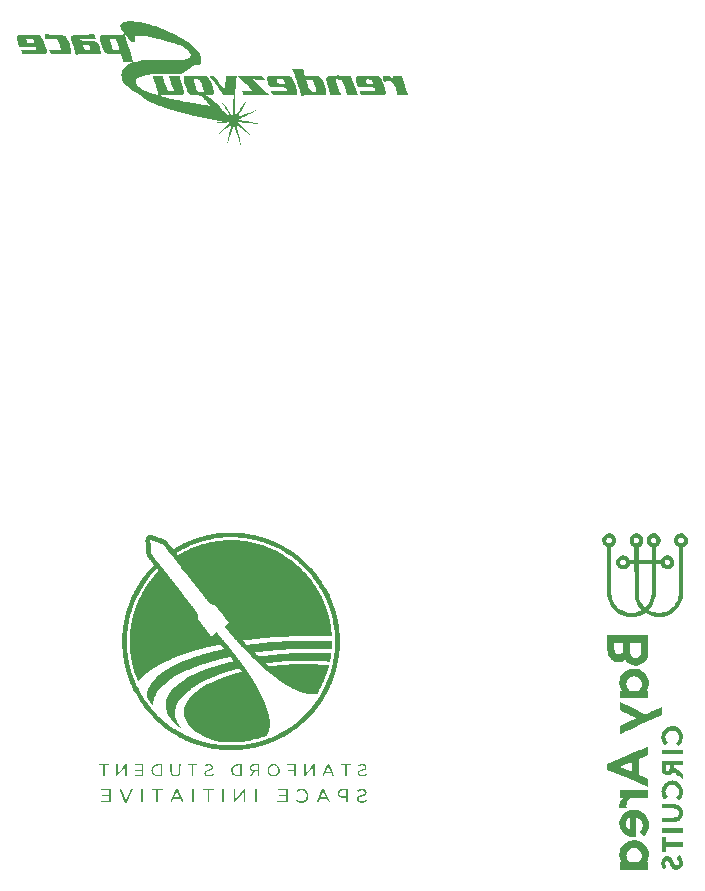
<source format=gbr>
%TF.GenerationSoftware,KiCad,Pcbnew,(6.0.5)*%
%TF.CreationDate,2022-08-19T15:51:03-07:00*%
%TF.ProjectId,X_Y_Panels,585f595f-5061-46e6-956c-732e6b696361,rev?*%
%TF.SameCoordinates,Original*%
%TF.FileFunction,Legend,Bot*%
%TF.FilePolarity,Positive*%
%FSLAX46Y46*%
G04 Gerber Fmt 4.6, Leading zero omitted, Abs format (unit mm)*
G04 Created by KiCad (PCBNEW (6.0.5)) date 2022-08-19 15:51:03*
%MOMM*%
%LPD*%
G01*
G04 APERTURE LIST*
G04 APERTURE END LIST*
%TO.C,REF\u002A\u002A*%
G36*
X151740937Y-129792414D02*
G01*
X151778354Y-129874497D01*
X151809439Y-129942613D01*
X151833190Y-129994565D01*
X151848606Y-130028154D01*
X151854682Y-130041180D01*
X151849539Y-130045237D01*
X151825606Y-130047893D01*
X151788134Y-130047430D01*
X151716241Y-130043648D01*
X151586617Y-129756148D01*
X150954410Y-129756148D01*
X150890449Y-129902794D01*
X150826487Y-130049441D01*
X150754612Y-130049669D01*
X150723425Y-130049239D01*
X150694072Y-130047403D01*
X150682737Y-130044584D01*
X150683029Y-130043693D01*
X150690378Y-130026531D01*
X150706893Y-129989314D01*
X150731594Y-129934212D01*
X150763501Y-129863399D01*
X150801634Y-129779045D01*
X150845013Y-129683322D01*
X150877476Y-129611836D01*
X151024819Y-129611836D01*
X151031197Y-129616979D01*
X151047194Y-129620567D01*
X151075887Y-129622877D01*
X151120352Y-129624184D01*
X151183664Y-129624765D01*
X151268900Y-129624898D01*
X151285497Y-129624877D01*
X151360051Y-129624263D01*
X151424535Y-129622892D01*
X151475215Y-129620904D01*
X151508360Y-129618435D01*
X151520237Y-129615623D01*
X151516508Y-129604313D01*
X151504008Y-129573758D01*
X151484369Y-129528065D01*
X151459313Y-129471038D01*
X151430559Y-129406477D01*
X151399828Y-129338186D01*
X151368839Y-129269966D01*
X151339313Y-129205620D01*
X151312969Y-129148950D01*
X151291529Y-129103759D01*
X151276711Y-129073848D01*
X151270237Y-129063020D01*
X151269783Y-129063428D01*
X151261859Y-129078137D01*
X151245892Y-129111167D01*
X151223611Y-129158703D01*
X151196746Y-129216925D01*
X151167026Y-129282016D01*
X151136180Y-129350159D01*
X151105939Y-129417535D01*
X151078031Y-129480327D01*
X151054187Y-129534717D01*
X151036135Y-129576889D01*
X151025605Y-129603023D01*
X151024985Y-129604861D01*
X151024819Y-129611836D01*
X150877476Y-129611836D01*
X150892658Y-129578403D01*
X150943590Y-129466459D01*
X151204442Y-128893648D01*
X151328774Y-128886228D01*
X151589056Y-129458688D01*
X151600728Y-129484359D01*
X151651122Y-129595147D01*
X151660442Y-129615623D01*
X151698193Y-129698565D01*
X151740937Y-129792414D01*
G37*
G36*
X141988987Y-129018648D02*
G01*
X141798362Y-129022098D01*
X141607737Y-129025549D01*
X141607737Y-130049898D01*
X141470237Y-130049898D01*
X141470237Y-129024898D01*
X141082737Y-129024898D01*
X141082737Y-128899898D01*
X141996607Y-128899898D01*
X141988987Y-129018648D01*
G37*
G36*
X139353437Y-129792414D02*
G01*
X139390854Y-129874497D01*
X139421939Y-129942613D01*
X139445690Y-129994565D01*
X139461106Y-130028154D01*
X139467182Y-130041180D01*
X139462039Y-130045237D01*
X139438106Y-130047893D01*
X139400634Y-130047430D01*
X139328741Y-130043648D01*
X139199117Y-129756148D01*
X138566910Y-129756148D01*
X138502949Y-129902794D01*
X138438987Y-130049441D01*
X138367112Y-130049669D01*
X138335925Y-130049239D01*
X138306572Y-130047403D01*
X138295237Y-130044584D01*
X138295529Y-130043693D01*
X138302878Y-130026531D01*
X138319393Y-129989314D01*
X138344094Y-129934212D01*
X138376001Y-129863399D01*
X138414134Y-129779045D01*
X138457513Y-129683322D01*
X138489976Y-129611836D01*
X138637319Y-129611836D01*
X138643697Y-129616979D01*
X138659694Y-129620567D01*
X138688387Y-129622877D01*
X138732852Y-129624184D01*
X138796164Y-129624765D01*
X138881400Y-129624898D01*
X138897997Y-129624877D01*
X138972551Y-129624263D01*
X139037035Y-129622892D01*
X139087715Y-129620904D01*
X139120860Y-129618435D01*
X139132737Y-129615623D01*
X139129008Y-129604313D01*
X139116508Y-129573758D01*
X139096869Y-129528065D01*
X139071813Y-129471038D01*
X139043059Y-129406477D01*
X139012328Y-129338186D01*
X138981339Y-129269966D01*
X138951813Y-129205620D01*
X138925469Y-129148950D01*
X138904029Y-129103759D01*
X138889211Y-129073848D01*
X138882737Y-129063020D01*
X138882283Y-129063428D01*
X138874359Y-129078137D01*
X138858392Y-129111167D01*
X138836111Y-129158703D01*
X138809246Y-129216925D01*
X138779526Y-129282016D01*
X138748680Y-129350159D01*
X138718439Y-129417535D01*
X138690531Y-129480327D01*
X138666687Y-129534717D01*
X138648635Y-129576889D01*
X138638105Y-129603023D01*
X138637485Y-129604861D01*
X138637319Y-129611836D01*
X138489976Y-129611836D01*
X138505158Y-129578403D01*
X138556090Y-129466459D01*
X138816942Y-128893648D01*
X138941274Y-128886228D01*
X139201556Y-129458688D01*
X139213228Y-129484359D01*
X139263622Y-129595147D01*
X139272942Y-129615623D01*
X139310693Y-129698565D01*
X139353437Y-129792414D01*
G37*
G36*
X149788987Y-126806148D02*
G01*
X149801487Y-127601696D01*
X150113987Y-127200907D01*
X150426487Y-126800119D01*
X150482737Y-126803133D01*
X150538987Y-126806148D01*
X150542253Y-127315523D01*
X150545518Y-127824898D01*
X150420575Y-127824898D01*
X150417281Y-127414086D01*
X150413987Y-127003275D01*
X150091248Y-127414086D01*
X149768508Y-127824898D01*
X149670237Y-127824898D01*
X149670237Y-126798528D01*
X149788987Y-126806148D01*
G37*
G36*
X139179826Y-127164803D02*
G01*
X139178306Y-127272731D01*
X139176625Y-127359112D01*
X139174583Y-127426756D01*
X139171975Y-127478797D01*
X139168595Y-127518371D01*
X139164238Y-127548614D01*
X139158700Y-127572661D01*
X139151775Y-127593648D01*
X139138143Y-127623253D01*
X139097378Y-127683353D01*
X139043949Y-127739989D01*
X138984703Y-127786407D01*
X138926487Y-127815853D01*
X138921041Y-127817632D01*
X138873513Y-127828534D01*
X138814737Y-127833791D01*
X138738027Y-127834050D01*
X138695148Y-127832754D01*
X138646321Y-127829345D01*
X138609249Y-127822747D01*
X138575981Y-127811343D01*
X138538564Y-127793518D01*
X138530628Y-127789343D01*
X138458421Y-127737958D01*
X138401860Y-127669388D01*
X138358787Y-127581082D01*
X138354952Y-127570543D01*
X138348103Y-127548729D01*
X138342820Y-127524896D01*
X138338902Y-127495764D01*
X138336147Y-127458047D01*
X138334354Y-127408463D01*
X138333322Y-127343729D01*
X138332850Y-127260562D01*
X138332737Y-127155679D01*
X138332737Y-126799898D01*
X138443498Y-126799898D01*
X138447493Y-127153953D01*
X138451487Y-127508009D01*
X138489083Y-127581475D01*
X138499550Y-127601245D01*
X138524367Y-127639157D01*
X138553358Y-127666030D01*
X138595333Y-127690940D01*
X138615254Y-127701120D01*
X138647465Y-127714837D01*
X138678599Y-127721982D01*
X138717324Y-127724114D01*
X138772309Y-127722794D01*
X138795017Y-127721830D01*
X138843141Y-127718226D01*
X138877086Y-127711588D01*
X138904773Y-127699872D01*
X138934126Y-127681033D01*
X138934324Y-127680894D01*
X138981819Y-127636647D01*
X139019554Y-127581420D01*
X139020818Y-127578963D01*
X139029858Y-127560597D01*
X139036987Y-127542685D01*
X139042494Y-127522046D01*
X139046670Y-127495499D01*
X139049805Y-127459861D01*
X139052189Y-127411952D01*
X139054112Y-127348591D01*
X139055865Y-127266595D01*
X139057737Y-127162785D01*
X139063987Y-126806148D01*
X139184441Y-126798458D01*
X139179826Y-127164803D01*
G37*
G36*
X147591873Y-127368939D02*
G01*
X147571191Y-127479481D01*
X147529495Y-127580147D01*
X147468918Y-127668360D01*
X147391594Y-127741543D01*
X147299656Y-127797121D01*
X147195237Y-127832516D01*
X147165800Y-127838670D01*
X147103756Y-127847294D01*
X147046834Y-127846742D01*
X146982233Y-127837302D01*
X146977954Y-127836473D01*
X146868836Y-127802748D01*
X146772082Y-127748127D01*
X146689796Y-127674478D01*
X146624081Y-127583668D01*
X146577039Y-127477564D01*
X146563569Y-127413652D01*
X146558535Y-127333382D01*
X146558873Y-127325440D01*
X146682743Y-127325440D01*
X146689448Y-127406440D01*
X146707104Y-127476736D01*
X146717239Y-127501014D01*
X146764350Y-127578872D01*
X146826787Y-127644973D01*
X146898807Y-127692843D01*
X146947993Y-127713068D01*
X147040964Y-127732307D01*
X147133259Y-127728706D01*
X147221570Y-127703412D01*
X147302584Y-127657573D01*
X147372990Y-127592338D01*
X147429479Y-127508855D01*
X147441444Y-127484916D01*
X147453234Y-127454440D01*
X147459990Y-127421595D01*
X147463076Y-127378844D01*
X147463853Y-127318648D01*
X147463712Y-127285871D01*
X147461815Y-127233567D01*
X147456656Y-127194413D01*
X147446907Y-127160475D01*
X147431240Y-127123816D01*
X147388379Y-127051807D01*
X147321545Y-126981197D01*
X147240265Y-126929838D01*
X147233384Y-126926761D01*
X147157220Y-126904979D01*
X147071801Y-126898306D01*
X146986790Y-126906729D01*
X146911851Y-126930236D01*
X146904378Y-126933840D01*
X146831076Y-126982238D01*
X146766445Y-127047566D01*
X146717888Y-127122487D01*
X146701082Y-127167447D01*
X146686712Y-127242766D01*
X146682743Y-127325440D01*
X146558873Y-127325440D01*
X146562179Y-127247721D01*
X146574104Y-127165697D01*
X146593909Y-127096340D01*
X146631763Y-127024568D01*
X146691065Y-126949811D01*
X146763499Y-126884325D01*
X146842991Y-126834494D01*
X146869569Y-126821661D01*
X146900957Y-126808459D01*
X146930641Y-126800225D01*
X146965296Y-126795791D01*
X147011599Y-126793989D01*
X147076225Y-126793648D01*
X147114621Y-126793739D01*
X147168524Y-126794792D01*
X147207220Y-126797872D01*
X147237027Y-126804017D01*
X147264260Y-126814265D01*
X147295237Y-126829656D01*
X147353013Y-126863401D01*
X147444352Y-126936289D01*
X147514182Y-127021892D01*
X147562340Y-127119928D01*
X147588668Y-127230115D01*
X147591813Y-127318648D01*
X147593004Y-127352172D01*
X147591873Y-127368939D01*
G37*
G36*
X135666385Y-126802835D02*
G01*
X136038987Y-126806148D01*
X136042253Y-127315523D01*
X136045518Y-127824898D01*
X135295237Y-127824898D01*
X135295237Y-127724898D01*
X135920237Y-127724898D01*
X135920237Y-127362398D01*
X135357737Y-127362398D01*
X135357737Y-127262398D01*
X135920237Y-127262398D01*
X135920237Y-126912834D01*
X135301487Y-126906148D01*
X135297635Y-126852835D01*
X135293782Y-126799523D01*
X135666385Y-126802835D01*
G37*
G36*
X135995237Y-130049898D02*
G01*
X135857737Y-130049898D01*
X135857737Y-128899898D01*
X135995237Y-128899898D01*
X135995237Y-130049898D01*
G37*
G36*
X148245237Y-130049898D02*
G01*
X147395237Y-130049898D01*
X147395237Y-129937398D01*
X148107737Y-129937398D01*
X148107737Y-129524898D01*
X147482737Y-129524898D01*
X147482737Y-129412398D01*
X148107737Y-129412398D01*
X148107737Y-129012398D01*
X147407737Y-129012398D01*
X147407737Y-128899898D01*
X148245237Y-128899898D01*
X148245237Y-130049898D01*
G37*
G36*
X144682737Y-130049898D02*
G01*
X144557737Y-130049898D01*
X144557737Y-129585867D01*
X144557684Y-129501623D01*
X144557368Y-129395267D01*
X144556700Y-129310418D01*
X144555601Y-129244983D01*
X144553994Y-129196870D01*
X144551800Y-129163988D01*
X144548941Y-129144243D01*
X144545338Y-129135544D01*
X144540914Y-129135798D01*
X144532729Y-129144905D01*
X144510074Y-129172189D01*
X144474946Y-129215409D01*
X144428968Y-129272539D01*
X144373765Y-129341555D01*
X144310960Y-129420431D01*
X144242177Y-129507141D01*
X144169039Y-129599660D01*
X143813987Y-130049559D01*
X143760862Y-130049728D01*
X143707737Y-130049898D01*
X143707737Y-128899898D01*
X143832429Y-128899898D01*
X143838987Y-129808774D01*
X144195498Y-129357461D01*
X144552008Y-128906148D01*
X144617373Y-128902369D01*
X144682737Y-128898591D01*
X144682737Y-130049898D01*
G37*
G36*
X144383018Y-127824898D02*
G01*
X144152741Y-127824898D01*
X144085184Y-127824667D01*
X144013091Y-127823451D01*
X143957860Y-127820869D01*
X143914837Y-127816564D01*
X143879368Y-127810176D01*
X143846799Y-127801348D01*
X143750504Y-127762419D01*
X143656517Y-127701183D01*
X143580229Y-127622569D01*
X143522243Y-127527087D01*
X143520389Y-127523113D01*
X143506271Y-127489982D01*
X143497127Y-127459138D01*
X143491902Y-127423761D01*
X143489540Y-127377033D01*
X143489506Y-127373012D01*
X143608555Y-127373012D01*
X143612049Y-127409601D01*
X143620703Y-127441632D01*
X143635686Y-127477447D01*
X143681233Y-127557082D01*
X143741744Y-127622391D01*
X143817967Y-127671271D01*
X143821033Y-127672773D01*
X143850104Y-127686091D01*
X143877166Y-127695488D01*
X143907622Y-127701792D01*
X143946872Y-127705829D01*
X144000318Y-127708429D01*
X144073362Y-127710419D01*
X144257737Y-127714690D01*
X144257737Y-126909617D01*
X144079612Y-126914534D01*
X144029340Y-126916083D01*
X143969683Y-126918914D01*
X143925714Y-126923055D01*
X143891804Y-126929352D01*
X143862327Y-126938651D01*
X143831656Y-126951797D01*
X143767946Y-126988479D01*
X143696154Y-127051986D01*
X143643008Y-127128354D01*
X143638525Y-127137461D01*
X143624342Y-127177352D01*
X143615384Y-127227663D01*
X143610233Y-127295627D01*
X143609054Y-127323526D01*
X143608555Y-127373012D01*
X143489506Y-127373012D01*
X143488987Y-127312135D01*
X143489068Y-127276194D01*
X143490158Y-127223212D01*
X143493535Y-127184571D01*
X143500460Y-127153284D01*
X143512193Y-127122364D01*
X143529995Y-127084824D01*
X143547083Y-127053194D01*
X143611699Y-126967470D01*
X143694027Y-126897588D01*
X143791485Y-126845439D01*
X143901487Y-126812915D01*
X143907190Y-126811913D01*
X143953572Y-126806893D01*
X144017907Y-126803474D01*
X144094208Y-126801885D01*
X144176487Y-126802357D01*
X144376487Y-126806148D01*
X144377150Y-126909617D01*
X144379753Y-127315523D01*
X144383018Y-127824898D01*
G37*
G36*
X145645237Y-130049898D02*
G01*
X145507737Y-130049898D01*
X145507737Y-128899898D01*
X145645237Y-128899898D01*
X145645237Y-130049898D01*
G37*
G36*
X154643584Y-128892863D02*
G01*
X154709485Y-128906620D01*
X154767621Y-128931446D01*
X154824305Y-128968926D01*
X154850020Y-128990613D01*
X154897048Y-129049144D01*
X154924084Y-129119221D01*
X154932737Y-129204342D01*
X154932608Y-129216261D01*
X154925311Y-129284819D01*
X154905353Y-129342898D01*
X154870677Y-129392261D01*
X154819226Y-129434668D01*
X154748946Y-129471883D01*
X154657778Y-129505669D01*
X154543667Y-129537786D01*
X154463560Y-129559285D01*
X154389164Y-129583736D01*
X154334487Y-129609126D01*
X154296767Y-129637636D01*
X154273243Y-129671450D01*
X154261154Y-129712748D01*
X154257737Y-129763712D01*
X154258205Y-129788649D01*
X154263299Y-129820301D01*
X154278013Y-129845684D01*
X154307219Y-129875839D01*
X154339560Y-129901201D01*
X154408183Y-129932296D01*
X154487966Y-129946184D01*
X154574762Y-129943177D01*
X154664422Y-129923590D01*
X154752798Y-129887735D01*
X154835743Y-129835926D01*
X154901487Y-129786162D01*
X154943126Y-129833655D01*
X154984764Y-129881148D01*
X154940583Y-129919469D01*
X154882114Y-129962852D01*
X154795662Y-130009963D01*
X154706430Y-130042616D01*
X154703791Y-130043312D01*
X154638959Y-130054783D01*
X154561579Y-130060474D01*
X154480869Y-130060379D01*
X154406043Y-130054493D01*
X154346319Y-130042811D01*
X154299806Y-130023558D01*
X154236329Y-129981311D01*
X154181572Y-129927356D01*
X154143625Y-129868648D01*
X154138279Y-129855258D01*
X154125388Y-129799037D01*
X154120785Y-129734232D01*
X154124734Y-129671468D01*
X154137497Y-129621371D01*
X154167943Y-129571116D01*
X154220105Y-129521883D01*
X154293027Y-129478448D01*
X154388042Y-129440032D01*
X154506484Y-129405858D01*
X154548103Y-129395208D01*
X154634195Y-129369631D01*
X154698941Y-129343520D01*
X154744879Y-129315039D01*
X154774549Y-129282353D01*
X154790488Y-129243623D01*
X154795237Y-129197015D01*
X154786619Y-129132471D01*
X154758306Y-129077758D01*
X154710532Y-129038471D01*
X154643581Y-129014838D01*
X154557737Y-129007086D01*
X154468940Y-129013786D01*
X154372267Y-129040063D01*
X154282737Y-129087695D01*
X154226487Y-129125416D01*
X154186552Y-129078504D01*
X154170702Y-129059468D01*
X154156664Y-129038308D01*
X154156223Y-129023832D01*
X154167355Y-129008677D01*
X154170747Y-129005402D01*
X154196184Y-128987417D01*
X154235654Y-128964403D01*
X154282163Y-128940515D01*
X154324908Y-128920796D01*
X154362742Y-128906707D01*
X154400479Y-128898091D01*
X154446485Y-128893076D01*
X154509125Y-128889794D01*
X154563605Y-128888588D01*
X154643584Y-128892863D01*
G37*
G36*
X137620518Y-127824898D02*
G01*
X137390241Y-127824898D01*
X137322684Y-127824667D01*
X137250591Y-127823451D01*
X137195360Y-127820869D01*
X137152337Y-127816564D01*
X137116868Y-127810176D01*
X137084299Y-127801348D01*
X136988004Y-127762419D01*
X136894017Y-127701183D01*
X136817729Y-127622569D01*
X136759743Y-127527087D01*
X136757889Y-127523113D01*
X136743771Y-127489982D01*
X136734627Y-127459138D01*
X136729402Y-127423761D01*
X136727040Y-127377033D01*
X136727006Y-127373012D01*
X136846055Y-127373012D01*
X136849549Y-127409601D01*
X136858203Y-127441632D01*
X136873186Y-127477447D01*
X136918733Y-127557082D01*
X136979244Y-127622391D01*
X137055467Y-127671271D01*
X137058533Y-127672773D01*
X137087604Y-127686091D01*
X137114666Y-127695488D01*
X137145122Y-127701792D01*
X137184372Y-127705829D01*
X137237818Y-127708429D01*
X137310862Y-127710419D01*
X137495237Y-127714690D01*
X137495237Y-126909617D01*
X137317112Y-126914534D01*
X137266840Y-126916083D01*
X137207183Y-126918914D01*
X137163214Y-126923055D01*
X137129304Y-126929352D01*
X137099827Y-126938651D01*
X137069156Y-126951797D01*
X137005446Y-126988479D01*
X136933654Y-127051986D01*
X136880508Y-127128354D01*
X136876025Y-127137461D01*
X136861842Y-127177352D01*
X136852884Y-127227663D01*
X136847733Y-127295627D01*
X136846554Y-127323526D01*
X136846055Y-127373012D01*
X136727006Y-127373012D01*
X136726487Y-127312135D01*
X136726568Y-127276194D01*
X136727658Y-127223212D01*
X136731035Y-127184571D01*
X136737960Y-127153284D01*
X136749693Y-127122364D01*
X136767495Y-127084824D01*
X136784583Y-127053194D01*
X136849199Y-126967470D01*
X136931527Y-126897588D01*
X137028985Y-126845439D01*
X137138987Y-126812915D01*
X137144690Y-126811913D01*
X137191072Y-126806893D01*
X137255407Y-126803474D01*
X137331708Y-126801885D01*
X137413987Y-126802357D01*
X137613987Y-126806148D01*
X137614650Y-126909617D01*
X137617253Y-127315523D01*
X137620518Y-127824898D01*
G37*
G36*
X133307737Y-130049898D02*
G01*
X132457737Y-130049898D01*
X132457737Y-129937398D01*
X133170237Y-129937398D01*
X133170237Y-129524898D01*
X132545237Y-129524898D01*
X132545237Y-129412398D01*
X133170237Y-129412398D01*
X133170237Y-129012398D01*
X132470237Y-129012398D01*
X132470237Y-128899898D01*
X133307737Y-128899898D01*
X133307737Y-130049898D01*
G37*
G36*
X140332737Y-130049898D02*
G01*
X140195237Y-130049898D01*
X140195237Y-128899898D01*
X140332737Y-128899898D01*
X140332737Y-130049898D01*
G37*
G36*
X152668835Y-116685893D02*
G01*
X152668143Y-116770393D01*
X152666644Y-116842835D01*
X152664276Y-116906369D01*
X152660975Y-116964147D01*
X152656678Y-117019320D01*
X152651323Y-117075040D01*
X152646965Y-117117560D01*
X152639661Y-117190675D01*
X152633295Y-117256670D01*
X152628433Y-117309632D01*
X152625640Y-117343648D01*
X152624770Y-117354993D01*
X152618758Y-117414541D01*
X152609413Y-117491350D01*
X152597599Y-117579523D01*
X152584180Y-117673166D01*
X152570019Y-117766382D01*
X152555980Y-117853276D01*
X152542928Y-117927954D01*
X152531727Y-117984519D01*
X152529890Y-117993101D01*
X152520984Y-118039679D01*
X152514533Y-118080755D01*
X152513381Y-118088845D01*
X152505105Y-118132387D01*
X152494188Y-118177384D01*
X152490741Y-118190196D01*
X152481371Y-118228623D01*
X152476005Y-118256148D01*
X152472258Y-118279198D01*
X152463431Y-118325841D01*
X152451321Y-118385855D01*
X152437247Y-118453057D01*
X152422528Y-118521261D01*
X152408484Y-118584283D01*
X152396434Y-118635940D01*
X152387698Y-118670048D01*
X152381161Y-118693474D01*
X152370729Y-118733095D01*
X152364444Y-118760029D01*
X152361247Y-118774192D01*
X152351894Y-118810094D01*
X152339929Y-118852379D01*
X152334302Y-118871577D01*
X152319614Y-118921976D01*
X152302079Y-118982401D01*
X152284370Y-119043648D01*
X152274351Y-119077644D01*
X152256692Y-119134623D01*
X152240614Y-119183198D01*
X152228658Y-119215523D01*
X152224094Y-119226733D01*
X152215031Y-119252221D01*
X152213631Y-119262398D01*
X152213666Y-119262402D01*
X152211390Y-119273808D01*
X152202082Y-119304078D01*
X152187210Y-119348666D01*
X152168241Y-119403023D01*
X152149661Y-119455728D01*
X152130297Y-119511659D01*
X152114907Y-119557191D01*
X152105737Y-119585761D01*
X152095316Y-119618645D01*
X152067033Y-119697540D01*
X152029485Y-119793268D01*
X151984256Y-119902346D01*
X151932932Y-120021289D01*
X151877100Y-120146612D01*
X151818344Y-120274831D01*
X151758251Y-120402460D01*
X151698405Y-120526017D01*
X151640393Y-120642015D01*
X151585799Y-120746970D01*
X151536210Y-120837398D01*
X151529491Y-120849233D01*
X151507952Y-120887174D01*
X151480374Y-120935759D01*
X151451063Y-120987398D01*
X151440168Y-121006479D01*
X151406685Y-121064052D01*
X151373811Y-121119273D01*
X151347323Y-121162398D01*
X151326338Y-121195788D01*
X151300342Y-121237577D01*
X151281311Y-121268648D01*
X151267381Y-121290836D01*
X151241399Y-121330909D01*
X151207191Y-121382945D01*
X151167504Y-121442838D01*
X151125082Y-121506481D01*
X151082671Y-121569768D01*
X151043017Y-121628593D01*
X151008863Y-121678849D01*
X150982956Y-121716430D01*
X150968041Y-121737230D01*
X150954664Y-121754956D01*
X150928501Y-121790033D01*
X150893015Y-121837830D01*
X150851072Y-121894488D01*
X150805535Y-121956148D01*
X150764147Y-122011798D01*
X150719760Y-122070472D01*
X150680675Y-122121108D01*
X150650027Y-122159648D01*
X150630952Y-122182032D01*
X150630491Y-122182521D01*
X150604099Y-122212350D01*
X150570047Y-122253224D01*
X150535582Y-122296447D01*
X150492236Y-122350910D01*
X150388567Y-122473561D01*
X150269436Y-122606134D01*
X150138100Y-122745460D01*
X149997816Y-122888369D01*
X149851842Y-123031694D01*
X149703435Y-123172266D01*
X149555852Y-123306916D01*
X149412352Y-123432475D01*
X149276191Y-123545775D01*
X149150626Y-123643648D01*
X149120918Y-123665941D01*
X149072277Y-123702600D01*
X149016717Y-123744597D01*
X148961368Y-123786545D01*
X148938091Y-123804206D01*
X148876641Y-123850669D01*
X148828166Y-123886906D01*
X148787464Y-123916690D01*
X148749331Y-123943790D01*
X148708565Y-123971980D01*
X148659962Y-124005030D01*
X148651693Y-124010633D01*
X148593067Y-124050496D01*
X148530866Y-124092981D01*
X148477242Y-124129789D01*
X148442179Y-124153322D01*
X148372990Y-124197756D01*
X148289847Y-124249432D01*
X148197588Y-124305453D01*
X148101051Y-124362920D01*
X148005072Y-124418935D01*
X147914491Y-124470600D01*
X147834145Y-124515018D01*
X147795213Y-124535804D01*
X147719611Y-124575127D01*
X147634205Y-124618557D01*
X147543564Y-124663853D01*
X147452253Y-124708775D01*
X147364837Y-124751085D01*
X147285885Y-124788543D01*
X147219961Y-124818909D01*
X147171632Y-124839944D01*
X147134925Y-124855043D01*
X147061950Y-124885100D01*
X146984434Y-124917067D01*
X146913987Y-124946157D01*
X146860662Y-124967985D01*
X146740116Y-125015588D01*
X146619702Y-125060456D01*
X146495331Y-125103950D01*
X146362913Y-125147429D01*
X146218359Y-125192254D01*
X146057581Y-125239787D01*
X145876487Y-125291388D01*
X145870179Y-125293155D01*
X145795415Y-125313523D01*
X145712467Y-125335257D01*
X145625951Y-125357231D01*
X145540486Y-125378323D01*
X145460690Y-125397407D01*
X145391179Y-125413360D01*
X145336573Y-125425058D01*
X145301487Y-125431375D01*
X145282159Y-125435032D01*
X145244327Y-125443668D01*
X145199683Y-125454846D01*
X145163333Y-125463262D01*
X145115132Y-125471650D01*
X145078625Y-125474898D01*
X145047850Y-125476906D01*
X145000056Y-125483082D01*
X144949180Y-125491975D01*
X144945368Y-125492732D01*
X144888211Y-125503125D01*
X144821089Y-125514051D01*
X144757737Y-125523266D01*
X144755004Y-125523632D01*
X144699680Y-125531069D01*
X144628946Y-125540624D01*
X144551611Y-125551105D01*
X144476487Y-125561318D01*
X144380306Y-125573012D01*
X144255034Y-125585415D01*
X144118501Y-125596535D01*
X143977971Y-125605843D01*
X143840711Y-125612810D01*
X143713987Y-125616905D01*
X143685125Y-125617425D01*
X143572450Y-125618287D01*
X143445965Y-125617769D01*
X143312137Y-125616002D01*
X143177433Y-125613116D01*
X143048320Y-125609244D01*
X142931266Y-125604515D01*
X142832737Y-125599061D01*
X142816472Y-125597951D01*
X142680353Y-125586610D01*
X142527302Y-125570797D01*
X142363916Y-125551380D01*
X142196794Y-125529227D01*
X142032533Y-125505208D01*
X141877731Y-125480192D01*
X141738987Y-125455046D01*
X141727519Y-125452828D01*
X141678198Y-125443421D01*
X141637743Y-125435905D01*
X141613987Y-125431738D01*
X141591248Y-125427136D01*
X141546088Y-125416880D01*
X141481466Y-125401631D01*
X141399823Y-125381972D01*
X141303600Y-125358487D01*
X141195237Y-125331757D01*
X141181925Y-125328447D01*
X141135602Y-125316711D01*
X141089250Y-125304525D01*
X141038078Y-125290568D01*
X140977296Y-125273518D01*
X140902113Y-125252053D01*
X140807737Y-125224851D01*
X140773074Y-125214667D01*
X140693021Y-125190239D01*
X140604342Y-125162213D01*
X140511688Y-125132145D01*
X140419707Y-125101586D01*
X140333047Y-125072091D01*
X140256358Y-125045214D01*
X140194289Y-125022508D01*
X140151487Y-125005527D01*
X140150113Y-125004938D01*
X140124996Y-124994365D01*
X140081454Y-124976205D01*
X140023732Y-124952222D01*
X139956078Y-124924180D01*
X139882737Y-124893845D01*
X139798146Y-124857894D01*
X139678218Y-124804406D01*
X139549308Y-124744597D01*
X139416777Y-124681083D01*
X139285984Y-124616480D01*
X139162288Y-124553404D01*
X139051049Y-124494470D01*
X138957626Y-124442296D01*
X138948980Y-124437288D01*
X138893858Y-124405374D01*
X138845520Y-124377414D01*
X138808913Y-124356268D01*
X138788987Y-124344797D01*
X138779962Y-124339489D01*
X138748839Y-124320371D01*
X138712763Y-124297495D01*
X138700083Y-124289434D01*
X138656943Y-124263113D01*
X138619013Y-124241327D01*
X138589074Y-124223832D01*
X138546114Y-124197006D01*
X138501487Y-124167816D01*
X138477682Y-124151809D01*
X138384038Y-124088403D01*
X138291739Y-124025268D01*
X138204684Y-123965110D01*
X138126774Y-123910635D01*
X138061908Y-123864549D01*
X138013987Y-123829558D01*
X137990682Y-123812106D01*
X137877792Y-123726987D01*
X137782408Y-123653944D01*
X137702050Y-123591040D01*
X137634237Y-123536337D01*
X137576487Y-123487898D01*
X137553390Y-123468087D01*
X137499524Y-123421960D01*
X137447317Y-123377336D01*
X137405417Y-123341612D01*
X137379188Y-123319093D01*
X137261545Y-123213932D01*
X137133751Y-123093832D01*
X136999760Y-122962844D01*
X136863526Y-122825018D01*
X136729005Y-122684405D01*
X136600150Y-122545055D01*
X136480917Y-122411021D01*
X136375259Y-122286352D01*
X136279785Y-122168173D01*
X136127917Y-121972230D01*
X135980462Y-121772638D01*
X135844804Y-121579238D01*
X135739855Y-121422840D01*
X135641584Y-121271038D01*
X135550449Y-121123748D01*
X135463186Y-120975417D01*
X135376532Y-120820491D01*
X135287222Y-120653419D01*
X135191992Y-120468648D01*
X135179098Y-120443043D01*
X135150921Y-120385791D01*
X135125742Y-120333045D01*
X135107817Y-120293648D01*
X135107672Y-120293314D01*
X135091848Y-120257107D01*
X135068909Y-120205073D01*
X135041906Y-120144118D01*
X135013893Y-120081148D01*
X135010483Y-120073496D01*
X134969580Y-119980845D01*
X134935825Y-119902040D01*
X134906224Y-119829560D01*
X134877786Y-119755890D01*
X134847519Y-119673508D01*
X134812431Y-119574898D01*
X134785639Y-119498791D01*
X134757571Y-119418652D01*
X134735108Y-119353734D01*
X134716694Y-119299358D01*
X134700772Y-119250842D01*
X134685784Y-119203506D01*
X134670175Y-119152668D01*
X134652388Y-119093648D01*
X134634044Y-119032616D01*
X134617192Y-118976791D01*
X134603770Y-118932578D01*
X134595645Y-118906148D01*
X134595423Y-118905434D01*
X134588066Y-118879390D01*
X134576404Y-118835690D01*
X134561963Y-118780310D01*
X134546269Y-118719225D01*
X134530848Y-118658410D01*
X134517226Y-118603843D01*
X134506927Y-118561497D01*
X134501479Y-118537349D01*
X134500582Y-118532984D01*
X134494092Y-118505004D01*
X134485017Y-118468599D01*
X134483183Y-118461207D01*
X134472942Y-118412285D01*
X134465047Y-118363539D01*
X134461619Y-118340992D01*
X134451788Y-118289484D01*
X134440094Y-118238539D01*
X134433869Y-118212955D01*
X134417955Y-118139906D01*
X134400282Y-118050432D01*
X134381839Y-117950337D01*
X134363620Y-117845424D01*
X134346615Y-117741496D01*
X134331817Y-117644355D01*
X134320216Y-117559804D01*
X134312805Y-117493648D01*
X134309627Y-117462706D01*
X134304082Y-117413157D01*
X134297006Y-117352421D01*
X134289189Y-117287398D01*
X134281468Y-117214039D01*
X134272571Y-117097345D01*
X134265408Y-116963665D01*
X134259978Y-116816811D01*
X134256281Y-116660593D01*
X134254317Y-116498823D01*
X134254232Y-116438320D01*
X134647787Y-116438320D01*
X134648645Y-116574008D01*
X134650583Y-116705479D01*
X134653581Y-116828582D01*
X134657624Y-116939163D01*
X134662693Y-117033069D01*
X134668771Y-117106148D01*
X134680904Y-117218885D01*
X134692608Y-117326644D01*
X134702369Y-117414987D01*
X134710533Y-117486818D01*
X134717445Y-117545039D01*
X134723451Y-117592554D01*
X134728898Y-117632266D01*
X134734130Y-117667080D01*
X134739494Y-117699898D01*
X134741807Y-117713659D01*
X134750762Y-117768450D01*
X134758325Y-117816914D01*
X134763058Y-117849898D01*
X134764656Y-117861498D01*
X134771824Y-117907034D01*
X134782257Y-117968233D01*
X134794811Y-118038630D01*
X134808340Y-118111757D01*
X134821700Y-118181148D01*
X134829107Y-118216493D01*
X134841828Y-118273518D01*
X134857108Y-118339491D01*
X134873063Y-118406148D01*
X134873180Y-118406627D01*
X134887750Y-118466697D01*
X134900449Y-118519613D01*
X134909917Y-118559666D01*
X134914791Y-118581148D01*
X134917128Y-118591715D01*
X134928231Y-118635639D01*
X134944679Y-118695772D01*
X134964972Y-118767077D01*
X134987608Y-118844515D01*
X135011088Y-118923047D01*
X135033911Y-118997636D01*
X135054576Y-119063244D01*
X135071582Y-119114832D01*
X135083430Y-119147361D01*
X135090618Y-119168876D01*
X135095237Y-119195472D01*
X135095256Y-119196399D01*
X135100637Y-119221635D01*
X135112708Y-119254258D01*
X135114914Y-119259372D01*
X135128648Y-119294040D01*
X135146371Y-119341708D01*
X135164819Y-119393648D01*
X135170459Y-119409783D01*
X135186805Y-119454919D01*
X135200046Y-119489175D01*
X135207737Y-119506148D01*
X135215748Y-119523429D01*
X135228976Y-119557149D01*
X135244498Y-119599898D01*
X135259757Y-119642259D01*
X135276741Y-119687090D01*
X135289632Y-119718648D01*
X135299507Y-119741096D01*
X135317612Y-119782465D01*
X135341924Y-119838130D01*
X135370538Y-119903727D01*
X135401549Y-119974898D01*
X135456921Y-120098130D01*
X135546241Y-120284925D01*
X135644376Y-120478403D01*
X135747358Y-120671008D01*
X135851219Y-120855179D01*
X135951990Y-121023358D01*
X135978066Y-121064549D01*
X136015234Y-121121983D01*
X136059221Y-121189099D01*
X136107109Y-121261518D01*
X136155979Y-121334862D01*
X136202914Y-121404750D01*
X136244995Y-121466805D01*
X136279303Y-121516647D01*
X136302919Y-121549898D01*
X136317376Y-121569469D01*
X136434899Y-121724426D01*
X136560415Y-121883279D01*
X136690857Y-122042464D01*
X136823154Y-122198417D01*
X136954238Y-122347576D01*
X137081039Y-122486376D01*
X137200489Y-122611254D01*
X137309519Y-122718648D01*
X137367133Y-122772970D01*
X137532258Y-122925249D01*
X137690676Y-123066277D01*
X137839331Y-123193367D01*
X137975166Y-123303832D01*
X138036731Y-123351806D01*
X138124471Y-123418652D01*
X138217910Y-123488405D01*
X138313863Y-123558791D01*
X138409143Y-123627537D01*
X138500566Y-123692367D01*
X138584947Y-123751008D01*
X138659101Y-123801186D01*
X138719843Y-123840626D01*
X138763987Y-123867055D01*
X138797325Y-123886028D01*
X138825757Y-123903181D01*
X138853281Y-123920578D01*
X138985669Y-124001032D01*
X139131658Y-124085251D01*
X139285571Y-124170215D01*
X139441730Y-124252903D01*
X139594457Y-124330295D01*
X139738074Y-124399369D01*
X139866903Y-124457105D01*
X139913377Y-124477024D01*
X139970395Y-124501637D01*
X140018625Y-124522643D01*
X140050955Y-124536959D01*
X140101674Y-124559103D01*
X140196819Y-124598045D01*
X140307204Y-124640833D01*
X140428040Y-124685785D01*
X140554536Y-124731219D01*
X140681902Y-124775455D01*
X140805349Y-124816809D01*
X140920085Y-124853601D01*
X141021322Y-124884148D01*
X141104268Y-124906769D01*
X141121640Y-124911128D01*
X141159530Y-124920638D01*
X141213322Y-124934141D01*
X141278734Y-124950562D01*
X141351487Y-124968828D01*
X141428200Y-124987997D01*
X141523264Y-125011340D01*
X141601477Y-125029871D01*
X141667185Y-125044549D01*
X141724734Y-125056333D01*
X141778469Y-125066182D01*
X141832737Y-125075056D01*
X141884968Y-125083443D01*
X141956208Y-125095413D01*
X142020237Y-125106674D01*
X142043688Y-125110828D01*
X142125575Y-125124167D01*
X142221143Y-125138380D01*
X142325595Y-125152872D01*
X142434133Y-125167045D01*
X142541962Y-125180305D01*
X142644284Y-125192054D01*
X142736302Y-125201698D01*
X142813219Y-125208639D01*
X142870237Y-125212283D01*
X142911910Y-125213611D01*
X142973574Y-125215032D01*
X143048914Y-125216395D01*
X143134707Y-125217674D01*
X143227730Y-125218845D01*
X143324761Y-125219880D01*
X143422577Y-125220754D01*
X143517955Y-125221441D01*
X143607672Y-125221916D01*
X143688506Y-125222152D01*
X143757233Y-125222125D01*
X143810632Y-125221807D01*
X143845479Y-125221173D01*
X143858551Y-125220198D01*
X143863898Y-125218367D01*
X143889850Y-125215334D01*
X143931698Y-125213052D01*
X143983551Y-125211911D01*
X144031962Y-125210519D01*
X144105993Y-125206258D01*
X144185729Y-125199893D01*
X144260628Y-125192174D01*
X144265641Y-125191583D01*
X144328163Y-125184451D01*
X144383289Y-125178563D01*
X144425213Y-125174517D01*
X144448128Y-125172909D01*
X144464674Y-125171713D01*
X144506106Y-125166860D01*
X144564646Y-125158920D01*
X144635880Y-125148578D01*
X144715396Y-125136519D01*
X144798780Y-125123429D01*
X144881619Y-125109991D01*
X144959501Y-125096891D01*
X145028011Y-125084812D01*
X145082737Y-125074441D01*
X145095326Y-125071964D01*
X145140045Y-125063713D01*
X145176487Y-125057707D01*
X145190254Y-125055454D01*
X145231565Y-125047435D01*
X145276487Y-125037537D01*
X145296888Y-125032898D01*
X145340605Y-125023861D01*
X145373600Y-125018177D01*
X145391207Y-125015095D01*
X145431754Y-125005983D01*
X145476725Y-124994211D01*
X145499739Y-124987726D01*
X145558277Y-124971246D01*
X145611961Y-124956148D01*
X145638893Y-124949023D01*
X145676260Y-124940658D01*
X145699631Y-124937398D01*
X145713072Y-124935802D01*
X145742282Y-124925630D01*
X145759437Y-124918335D01*
X145795450Y-124905955D01*
X145838987Y-124892888D01*
X145899333Y-124875684D01*
X145982704Y-124851091D01*
X146069759Y-124824650D01*
X146156544Y-124797627D01*
X146239104Y-124771288D01*
X146313484Y-124746896D01*
X146375731Y-124725718D01*
X146421889Y-124709018D01*
X146448004Y-124698061D01*
X146449279Y-124697431D01*
X146471409Y-124688234D01*
X146511227Y-124672951D01*
X146563502Y-124653557D01*
X146623004Y-124632026D01*
X146652234Y-124621430D01*
X146819000Y-124556266D01*
X147000043Y-124478455D01*
X147190785Y-124390297D01*
X147386649Y-124294092D01*
X147583057Y-124192142D01*
X147775431Y-124086746D01*
X147959194Y-123980205D01*
X148129767Y-123874819D01*
X148159272Y-123855943D01*
X148218303Y-123818296D01*
X148270756Y-123784994D01*
X148311811Y-123759093D01*
X148336651Y-123743648D01*
X148353935Y-123732960D01*
X148430921Y-123682363D01*
X148521921Y-123618774D01*
X148623216Y-123545049D01*
X148731090Y-123464047D01*
X148841825Y-123378625D01*
X148951705Y-123291642D01*
X149057012Y-123205954D01*
X149154029Y-123124420D01*
X149239039Y-123049898D01*
X149251184Y-123038970D01*
X149293921Y-123000625D01*
X149347543Y-122952622D01*
X149406399Y-122900020D01*
X149464836Y-122847873D01*
X149560783Y-122759149D01*
X149668218Y-122654160D01*
X149781741Y-122538456D01*
X149896911Y-122416733D01*
X150009286Y-122293685D01*
X150114424Y-122174008D01*
X150207884Y-122062398D01*
X150237398Y-122026361D01*
X150275666Y-121980247D01*
X150307617Y-121942368D01*
X150314130Y-121934660D01*
X150345449Y-121896207D01*
X150383072Y-121848521D01*
X150420237Y-121800139D01*
X150434736Y-121781025D01*
X150465120Y-121741404D01*
X150488900Y-121710985D01*
X150501878Y-121695168D01*
X150521342Y-121671893D01*
X150555407Y-121627066D01*
X150598524Y-121567539D01*
X150648305Y-121496839D01*
X150702361Y-121418492D01*
X150758304Y-121336023D01*
X150813746Y-121252959D01*
X150866299Y-121172825D01*
X150913574Y-121099147D01*
X150953183Y-121035451D01*
X150982737Y-120985264D01*
X151006520Y-120944159D01*
X151037852Y-120892572D01*
X151064929Y-120850503D01*
X151065309Y-120849940D01*
X151091136Y-120809299D01*
X151121799Y-120757692D01*
X151150743Y-120706148D01*
X151153275Y-120701477D01*
X151179737Y-120653331D01*
X151204568Y-120609168D01*
X151222696Y-120578023D01*
X151227475Y-120569877D01*
X151238963Y-120546709D01*
X151239929Y-120537398D01*
X151241192Y-120531114D01*
X151251616Y-120505954D01*
X151270425Y-120464942D01*
X151295941Y-120411712D01*
X151326487Y-120349898D01*
X151350392Y-120302960D01*
X151380078Y-120246992D01*
X151405104Y-120202452D01*
X151423380Y-120173025D01*
X151432816Y-120162398D01*
X151435700Y-120162089D01*
X151445237Y-120151124D01*
X151446510Y-120145863D01*
X151455990Y-120121200D01*
X151472705Y-120082514D01*
X151494241Y-120035499D01*
X151524341Y-119970062D01*
X151600216Y-119794150D01*
X151676818Y-119601948D01*
X151751896Y-119399437D01*
X151823202Y-119192594D01*
X151888487Y-118987398D01*
X151896341Y-118961564D01*
X151921444Y-118878879D01*
X151942087Y-118810275D01*
X151959404Y-118751482D01*
X151974526Y-118698232D01*
X151988588Y-118646259D01*
X152002723Y-118591293D01*
X152018065Y-118529067D01*
X152035746Y-118455313D01*
X152056900Y-118365762D01*
X152082660Y-118256148D01*
X152086714Y-118238611D01*
X152110471Y-118125512D01*
X152134259Y-117995690D01*
X152156782Y-117856148D01*
X152159603Y-117837494D01*
X152168644Y-117777887D01*
X152179048Y-117709473D01*
X152189084Y-117643648D01*
X152193647Y-117613192D01*
X152202229Y-117552939D01*
X152209270Y-117499733D01*
X152213578Y-117462398D01*
X152216667Y-117433012D01*
X152222402Y-117382390D01*
X152229641Y-117320942D01*
X152237516Y-117256148D01*
X152242644Y-117207207D01*
X152248686Y-117135192D01*
X152254941Y-117048081D01*
X152261067Y-116950996D01*
X152266720Y-116849061D01*
X152271559Y-116747398D01*
X152277926Y-116531641D01*
X152273513Y-116106736D01*
X152246847Y-115674052D01*
X152197851Y-115232539D01*
X152126448Y-114781148D01*
X152115276Y-114723083D01*
X152099525Y-114646916D01*
X152080757Y-114559950D01*
X152060123Y-114467226D01*
X152038775Y-114373783D01*
X152017866Y-114284664D01*
X151998547Y-114204907D01*
X151981972Y-114139555D01*
X151969292Y-114093648D01*
X151944620Y-114011480D01*
X151908089Y-113890347D01*
X151877240Y-113788922D01*
X151851222Y-113704515D01*
X151829187Y-113634438D01*
X151810283Y-113576002D01*
X151793662Y-113526517D01*
X151778473Y-113483295D01*
X151763867Y-113443648D01*
X151762960Y-113441238D01*
X151745250Y-113393727D01*
X151729997Y-113352019D01*
X151720415Y-113324898D01*
X151714756Y-113309414D01*
X151700365Y-113272463D01*
X151680705Y-113223411D01*
X151658316Y-113168648D01*
X151647245Y-113141792D01*
X151617455Y-113069277D01*
X151587019Y-112994903D01*
X151561047Y-112931148D01*
X151542262Y-112886989D01*
X151507005Y-112809612D01*
X151462939Y-112717186D01*
X151412074Y-112613631D01*
X151356422Y-112502862D01*
X151297996Y-112388798D01*
X151238807Y-112275356D01*
X151180866Y-112166452D01*
X151126185Y-112066005D01*
X151076777Y-111977931D01*
X151034653Y-111906148D01*
X151024699Y-111889752D01*
X150949562Y-111767171D01*
X150880564Y-111657176D01*
X150814584Y-111555190D01*
X150748505Y-111456636D01*
X150679207Y-111356934D01*
X150603570Y-111251507D01*
X150518477Y-111135777D01*
X150420807Y-111005166D01*
X150396538Y-110973306D01*
X150302429Y-110855372D01*
X150193735Y-110726314D01*
X150074007Y-110589932D01*
X149946799Y-110450029D01*
X149815664Y-110310404D01*
X149684154Y-110174858D01*
X149555824Y-110047192D01*
X149434225Y-109931206D01*
X149322911Y-109830702D01*
X149242461Y-109761015D01*
X149090764Y-109632438D01*
X148948451Y-109516164D01*
X148810377Y-109408221D01*
X148671401Y-109304633D01*
X148526376Y-109201428D01*
X148370161Y-109094629D01*
X148363047Y-109089851D01*
X148197633Y-108980504D01*
X148044755Y-108883357D01*
X147898074Y-108794674D01*
X147751247Y-108710723D01*
X147597933Y-108627768D01*
X147431791Y-108542077D01*
X147405237Y-108528655D01*
X147335624Y-108493542D01*
X147281653Y-108466557D01*
X147238291Y-108445295D01*
X147200503Y-108427352D01*
X147163254Y-108410322D01*
X147121511Y-108391801D01*
X147070237Y-108369384D01*
X147068269Y-108368525D01*
X147012084Y-108343826D01*
X146954518Y-108318226D01*
X146907737Y-108297133D01*
X146906245Y-108296453D01*
X146839501Y-108267652D01*
X146753688Y-108233001D01*
X146653432Y-108194191D01*
X146543360Y-108152910D01*
X146428102Y-108110847D01*
X146312283Y-108069693D01*
X146200531Y-108031136D01*
X146097473Y-107996865D01*
X146007737Y-107968571D01*
X145940765Y-107948480D01*
X145830359Y-107916375D01*
X145727061Y-107887569D01*
X145635033Y-107863182D01*
X145558439Y-107844336D01*
X145501439Y-107832153D01*
X145496588Y-107831201D01*
X145464834Y-107824010D01*
X145426439Y-107814382D01*
X145385782Y-107804517D01*
X145319942Y-107790151D01*
X145239940Y-107773831D01*
X145150603Y-107756442D01*
X145056761Y-107738868D01*
X144963243Y-107721995D01*
X144874878Y-107706708D01*
X144796494Y-107693892D01*
X144732921Y-107684433D01*
X144688987Y-107679214D01*
X144674093Y-107677705D01*
X144625434Y-107671132D01*
X144576487Y-107662777D01*
X144550009Y-107658134D01*
X144493631Y-107650029D01*
X144438987Y-107643940D01*
X144426425Y-107642810D01*
X144379109Y-107638511D01*
X144316169Y-107632753D01*
X144244310Y-107626150D01*
X144170237Y-107619317D01*
X143985598Y-107605266D01*
X143728142Y-107594144D01*
X143458811Y-107591124D01*
X143184230Y-107596064D01*
X142911024Y-107608823D01*
X142645818Y-107629260D01*
X142395237Y-107657233D01*
X142344180Y-107663909D01*
X142285677Y-107671469D01*
X142237844Y-107677552D01*
X142207737Y-107681256D01*
X142105062Y-107695350D01*
X141970682Y-107718049D01*
X141813497Y-107748288D01*
X141634013Y-107785970D01*
X141432737Y-107830998D01*
X141198753Y-107888381D01*
X140809830Y-108000462D01*
X140423593Y-108133093D01*
X140037715Y-108287161D01*
X139649872Y-108463558D01*
X139257737Y-108663174D01*
X139247653Y-108668593D01*
X139185260Y-108702827D01*
X139118685Y-108740362D01*
X139051646Y-108778993D01*
X138987863Y-108816510D01*
X138931053Y-108850708D01*
X138884937Y-108879379D01*
X138853233Y-108900316D01*
X138839659Y-108911311D01*
X138839054Y-108917065D01*
X138848123Y-108940664D01*
X138868496Y-108975155D01*
X138896748Y-109015063D01*
X138929455Y-109054912D01*
X138969923Y-109100409D01*
X139016955Y-109070805D01*
X139084732Y-109029329D01*
X139181071Y-108972942D01*
X139288047Y-108912488D01*
X139399154Y-108851580D01*
X139507886Y-108793830D01*
X139607737Y-108742848D01*
X139645255Y-108724322D01*
X139718759Y-108688660D01*
X139797068Y-108651335D01*
X139876766Y-108613911D01*
X139954439Y-108577953D01*
X140026669Y-108545024D01*
X140090041Y-108516690D01*
X140141139Y-108494515D01*
X140176546Y-108480063D01*
X140192848Y-108474897D01*
X140202722Y-108472147D01*
X140231702Y-108461811D01*
X140273904Y-108445834D01*
X140323781Y-108426385D01*
X140375785Y-108405632D01*
X140424370Y-108385744D01*
X140463987Y-108368891D01*
X140475668Y-108364085D01*
X140515910Y-108349084D01*
X140573091Y-108328921D01*
X140642495Y-108305158D01*
X140719406Y-108279357D01*
X140799107Y-108253077D01*
X140876883Y-108227881D01*
X140948015Y-108205331D01*
X141007789Y-108186986D01*
X141051487Y-108174409D01*
X141055722Y-108173269D01*
X141114453Y-108157471D01*
X141173341Y-108141638D01*
X141220237Y-108129037D01*
X141460176Y-108067762D01*
X141706300Y-108012370D01*
X141932737Y-107969767D01*
X141945661Y-107967608D01*
X142018486Y-107955449D01*
X142096183Y-107942480D01*
X142163987Y-107931167D01*
X142182334Y-107928154D01*
X142240238Y-107919176D01*
X142292468Y-107911785D01*
X142329548Y-107907344D01*
X142346825Y-107905654D01*
X142392619Y-107901021D01*
X142450099Y-107895083D01*
X142510798Y-107888710D01*
X142596597Y-107880085D01*
X142900920Y-107856483D01*
X143209961Y-107842845D01*
X143518191Y-107839175D01*
X143820083Y-107845474D01*
X144110108Y-107861744D01*
X144382737Y-107887987D01*
X144392297Y-107889120D01*
X144451636Y-107895900D01*
X144508407Y-107902032D01*
X144551487Y-107906309D01*
X144585204Y-107910000D01*
X144652199Y-107919119D01*
X144737874Y-107932248D01*
X144838784Y-107948853D01*
X144951487Y-107968399D01*
X144960444Y-107969987D01*
X145012813Y-107979223D01*
X145058679Y-107987241D01*
X145088987Y-107992456D01*
X145100579Y-107994559D01*
X145138442Y-108002061D01*
X145189224Y-108012599D01*
X145245237Y-108024589D01*
X145274778Y-108031003D01*
X145325906Y-108042063D01*
X145366250Y-108050736D01*
X145388987Y-108055554D01*
X145402321Y-108058591D01*
X145442449Y-108068617D01*
X145502307Y-108084170D01*
X145579150Y-108104533D01*
X145670237Y-108128992D01*
X145685494Y-108133110D01*
X145736126Y-108146781D01*
X145796873Y-108163185D01*
X145857737Y-108179620D01*
X145871222Y-108183334D01*
X145932531Y-108201276D01*
X146006972Y-108224258D01*
X146086358Y-108249713D01*
X146162498Y-108275077D01*
X146544658Y-108414495D01*
X146965338Y-108590939D01*
X147371249Y-108786743D01*
X147763855Y-109002720D01*
X148144621Y-109239680D01*
X148515010Y-109498436D01*
X148876487Y-109779799D01*
X148929880Y-109824075D01*
X149041063Y-109919146D01*
X149156520Y-110021236D01*
X149272246Y-110126620D01*
X149384238Y-110231574D01*
X149488492Y-110332372D01*
X149581005Y-110425291D01*
X149657772Y-110506606D01*
X149712724Y-110567011D01*
X149769350Y-110629246D01*
X149821418Y-110686461D01*
X149864840Y-110734164D01*
X149895529Y-110767864D01*
X149907619Y-110781259D01*
X149962633Y-110844398D01*
X150025093Y-110918841D01*
X150089145Y-110997530D01*
X150148935Y-111073406D01*
X150157205Y-111084047D01*
X150184053Y-111117894D01*
X150205212Y-111143648D01*
X150221106Y-111163537D01*
X150247193Y-111197969D01*
X150276102Y-111237398D01*
X150301906Y-111272613D01*
X150322575Y-111299741D01*
X150333263Y-111312398D01*
X150333751Y-111312846D01*
X150345350Y-111327335D01*
X150366428Y-111356173D01*
X150392797Y-111393648D01*
X150405380Y-111411746D01*
X150440851Y-111462346D01*
X150481428Y-111519816D01*
X150520581Y-111574898D01*
X150539401Y-111601547D01*
X150576492Y-111655498D01*
X150609764Y-111705583D01*
X150633746Y-111743648D01*
X150658282Y-111784172D01*
X150690668Y-111836783D01*
X150722275Y-111887398D01*
X150765872Y-111957713D01*
X150887576Y-112165443D01*
X151009766Y-112389829D01*
X151129538Y-112625043D01*
X151243984Y-112865260D01*
X151350201Y-113104654D01*
X151445284Y-113337398D01*
X151453321Y-113358810D01*
X151472104Y-113411581D01*
X151496181Y-113481456D01*
X151524152Y-113564199D01*
X151554617Y-113655572D01*
X151586175Y-113751341D01*
X151617425Y-113847270D01*
X151646967Y-113939121D01*
X151673400Y-114022659D01*
X151695324Y-114093648D01*
X151703973Y-114124581D01*
X151717657Y-114177489D01*
X151734237Y-114244172D01*
X151752368Y-114319007D01*
X151770704Y-114396370D01*
X151787898Y-114470639D01*
X151802606Y-114536189D01*
X151813481Y-114587398D01*
X151814832Y-114594087D01*
X151827606Y-114657197D01*
X151840728Y-114721801D01*
X151851556Y-114774898D01*
X151863732Y-114836330D01*
X151893127Y-115000997D01*
X151920241Y-115175627D01*
X151944197Y-115353410D01*
X151964118Y-115527533D01*
X151979128Y-115691184D01*
X151988349Y-115837552D01*
X151995316Y-115993957D01*
X151767152Y-115990108D01*
X151762562Y-115990029D01*
X151675834Y-115988043D01*
X151573010Y-115984962D01*
X151462442Y-115981077D01*
X151352483Y-115976681D01*
X151251487Y-115972066D01*
X151207543Y-115970181D01*
X151115141Y-115967326D01*
X151002282Y-115964880D01*
X150871815Y-115962842D01*
X150726590Y-115961211D01*
X150569459Y-115959986D01*
X150403270Y-115959166D01*
X150230873Y-115958749D01*
X150055120Y-115958735D01*
X149878859Y-115959122D01*
X149704942Y-115959910D01*
X149536217Y-115961097D01*
X149375535Y-115962682D01*
X149225746Y-115964664D01*
X149089700Y-115967042D01*
X148970247Y-115969815D01*
X148870237Y-115972982D01*
X148812937Y-115975162D01*
X148613582Y-115983094D01*
X148413400Y-115991564D01*
X148216080Y-116000394D01*
X148025310Y-116009407D01*
X147844778Y-116018425D01*
X147678171Y-116027270D01*
X147529178Y-116035765D01*
X147401487Y-116043733D01*
X147305859Y-116050031D01*
X147200669Y-116056934D01*
X147095881Y-116063790D01*
X146999677Y-116070063D01*
X146920237Y-116075217D01*
X146843365Y-116080238D01*
X146692644Y-116090463D01*
X146563901Y-116099795D01*
X146455080Y-116108392D01*
X146364128Y-116116413D01*
X146288987Y-116124017D01*
X146272216Y-116125838D01*
X146211526Y-116132261D01*
X146136720Y-116140007D01*
X146055731Y-116148260D01*
X145976487Y-116156201D01*
X145953800Y-116158462D01*
X145863565Y-116167659D01*
X145772268Y-116177334D01*
X145675159Y-116188016D01*
X145567492Y-116200234D01*
X145444518Y-116214517D01*
X145301487Y-116231394D01*
X145259862Y-116236336D01*
X145137609Y-116250907D01*
X145036284Y-116263093D01*
X144952888Y-116273273D01*
X144884425Y-116281825D01*
X144827896Y-116289127D01*
X144780304Y-116295558D01*
X144738651Y-116301497D01*
X144699939Y-116307321D01*
X144678957Y-116310441D01*
X144622486Y-116317830D01*
X144573077Y-116322970D01*
X144539523Y-116324898D01*
X144530949Y-116325112D01*
X144505484Y-116329294D01*
X144497321Y-116337131D01*
X144497548Y-116337633D01*
X144508532Y-116351973D01*
X144533551Y-116381319D01*
X144569936Y-116422637D01*
X144615019Y-116472895D01*
X144666133Y-116529059D01*
X144830778Y-116708754D01*
X144972383Y-116686691D01*
X145015218Y-116680115D01*
X145095094Y-116668321D01*
X145172660Y-116657406D01*
X145243436Y-116647958D01*
X145302944Y-116640568D01*
X145346704Y-116635825D01*
X145370237Y-116634319D01*
X145382270Y-116633687D01*
X145416028Y-116630518D01*
X145464057Y-116625266D01*
X145520237Y-116618574D01*
X145528176Y-116617597D01*
X145594125Y-116609692D01*
X145674168Y-116600372D01*
X145758917Y-116590719D01*
X145838987Y-116581815D01*
X145868001Y-116578637D01*
X145956166Y-116568969D01*
X146055166Y-116558100D01*
X146154892Y-116547142D01*
X146245237Y-116537203D01*
X146291612Y-116532119D01*
X146441433Y-116516045D01*
X146567654Y-116503117D01*
X146671202Y-116493245D01*
X146753005Y-116486340D01*
X146813987Y-116482313D01*
X146818494Y-116482073D01*
X146862541Y-116479323D01*
X146923063Y-116475088D01*
X146992673Y-116469899D01*
X147063987Y-116464289D01*
X147083274Y-116462730D01*
X147225041Y-116451439D01*
X147347613Y-116442048D01*
X147456059Y-116434221D01*
X147555448Y-116427616D01*
X147650848Y-116421897D01*
X147747328Y-116416724D01*
X147849956Y-116411758D01*
X147939564Y-116407372D01*
X148034668Y-116402292D01*
X148126250Y-116397017D01*
X148207157Y-116391960D01*
X148270237Y-116387532D01*
X148279346Y-116386849D01*
X148370810Y-116381256D01*
X148484111Y-116376179D01*
X148617017Y-116371621D01*
X148767300Y-116367582D01*
X148932729Y-116364065D01*
X149111073Y-116361069D01*
X149300104Y-116358597D01*
X149497591Y-116356650D01*
X149701304Y-116355229D01*
X149909013Y-116354336D01*
X150118488Y-116353972D01*
X150327498Y-116354138D01*
X150533815Y-116354837D01*
X150735208Y-116356069D01*
X150929447Y-116357835D01*
X151114302Y-116360137D01*
X151287543Y-116362977D01*
X151446940Y-116366355D01*
X151590263Y-116370274D01*
X151715282Y-116374734D01*
X151819767Y-116379737D01*
X151901487Y-116385285D01*
X152001487Y-116393648D01*
X151997617Y-116624898D01*
X151996329Y-116687561D01*
X151994024Y-116768327D01*
X151991227Y-116842835D01*
X151988177Y-116904836D01*
X151985117Y-116948085D01*
X151976487Y-117040022D01*
X151747001Y-117038607D01*
X151676774Y-117037866D01*
X151611336Y-117036549D01*
X151558448Y-117034814D01*
X151522262Y-117032801D01*
X151506925Y-117030646D01*
X151501811Y-117029865D01*
X151474420Y-117028578D01*
X151425584Y-117027441D01*
X151357587Y-117026451D01*
X151272710Y-117025611D01*
X151173237Y-117024918D01*
X151061451Y-117024374D01*
X150939635Y-117023978D01*
X150810072Y-117023729D01*
X150675045Y-117023629D01*
X150536836Y-117023677D01*
X150397729Y-117023872D01*
X150260007Y-117024215D01*
X150125952Y-117024705D01*
X149997848Y-117025342D01*
X149877977Y-117026127D01*
X149768622Y-117027059D01*
X149672067Y-117028138D01*
X149590595Y-117029364D01*
X149526487Y-117030737D01*
X149493321Y-117031615D01*
X149396190Y-117034198D01*
X149299071Y-117036795D01*
X149208210Y-117039236D01*
X149129850Y-117041356D01*
X149070237Y-117042986D01*
X149061837Y-117043223D01*
X148949389Y-117047141D01*
X148816993Y-117052897D01*
X148669228Y-117060216D01*
X148510670Y-117068822D01*
X148345897Y-117078441D01*
X148179485Y-117088796D01*
X148016011Y-117099612D01*
X147860052Y-117110615D01*
X147716185Y-117121529D01*
X147588987Y-117132078D01*
X147537020Y-117136554D01*
X147467803Y-117142275D01*
X147408365Y-117146913D01*
X147363747Y-117150078D01*
X147338987Y-117151383D01*
X147314205Y-117152666D01*
X147266442Y-117156179D01*
X147200338Y-117161602D01*
X147119302Y-117168634D01*
X147026742Y-117176972D01*
X146926064Y-117186314D01*
X146820677Y-117196359D01*
X146713987Y-117206803D01*
X146623097Y-117215855D01*
X146498892Y-117228384D01*
X146391692Y-117239495D01*
X146296694Y-117249757D01*
X146209094Y-117259739D01*
X146124091Y-117270012D01*
X146036881Y-117281145D01*
X145942662Y-117293707D01*
X145836632Y-117308268D01*
X145713987Y-117325398D01*
X145668169Y-117331513D01*
X145608262Y-117338818D01*
X145558367Y-117344200D01*
X145530807Y-117347307D01*
X145498949Y-117352415D01*
X145483978Y-117356990D01*
X145489971Y-117366871D01*
X145511128Y-117391551D01*
X145544858Y-117428103D01*
X145588506Y-117473654D01*
X145639418Y-117525329D01*
X145652946Y-117538905D01*
X145709189Y-117595144D01*
X145753043Y-117636388D01*
X145789310Y-117664436D01*
X145822793Y-117681086D01*
X145858295Y-117688137D01*
X145900618Y-117687386D01*
X145954565Y-117680632D01*
X146024939Y-117669674D01*
X146026445Y-117669440D01*
X146084644Y-117660979D01*
X146158140Y-117651083D01*
X146237675Y-117640962D01*
X146313987Y-117631830D01*
X146354834Y-117627135D01*
X146474115Y-117613440D01*
X146573027Y-117602120D01*
X146654995Y-117592793D01*
X146723444Y-117585077D01*
X146781796Y-117578592D01*
X146833478Y-117572955D01*
X146881912Y-117567785D01*
X146930524Y-117562700D01*
X146982737Y-117557320D01*
X147073626Y-117548151D01*
X147557849Y-117504085D01*
X148065319Y-117465704D01*
X148596408Y-117432981D01*
X149151487Y-117405891D01*
X149230528Y-117403006D01*
X149338314Y-117400045D01*
X149464702Y-117397342D01*
X149606968Y-117394908D01*
X149762388Y-117392756D01*
X149928236Y-117390895D01*
X150101786Y-117389337D01*
X150280315Y-117388093D01*
X150461098Y-117387174D01*
X150641409Y-117386591D01*
X150818523Y-117386355D01*
X150989715Y-117386478D01*
X151152261Y-117386970D01*
X151303436Y-117387842D01*
X151440514Y-117389106D01*
X151560771Y-117390773D01*
X151661482Y-117392854D01*
X151739921Y-117395359D01*
X151945237Y-117403774D01*
X151945238Y-117434662D01*
X151943456Y-117458925D01*
X151937769Y-117505161D01*
X151928886Y-117567404D01*
X151917539Y-117641152D01*
X151904458Y-117721903D01*
X151890373Y-117805155D01*
X151876017Y-117886406D01*
X151862120Y-117961154D01*
X151849412Y-118024898D01*
X151847518Y-118033755D01*
X151836758Y-118077972D01*
X151826660Y-118110691D01*
X151819190Y-118125375D01*
X151806107Y-118126720D01*
X151772673Y-118125587D01*
X151724672Y-118121957D01*
X151667534Y-118116161D01*
X151655317Y-118114799D01*
X151528954Y-118102487D01*
X151381389Y-118090821D01*
X151216045Y-118079914D01*
X151036345Y-118069882D01*
X150845712Y-118060840D01*
X150647569Y-118052903D01*
X150445339Y-118046185D01*
X150242446Y-118040803D01*
X150042312Y-118036870D01*
X149848361Y-118034501D01*
X149664015Y-118033812D01*
X149492699Y-118034918D01*
X149337835Y-118037933D01*
X149210079Y-118041575D01*
X149065905Y-118045977D01*
X148927471Y-118050504D01*
X148796916Y-118055070D01*
X148676378Y-118059586D01*
X148567998Y-118063967D01*
X148473913Y-118068125D01*
X148396263Y-118071973D01*
X148337187Y-118075425D01*
X148298824Y-118078393D01*
X148283314Y-118080791D01*
X148281560Y-118081485D01*
X148260494Y-118084391D01*
X148222731Y-118086705D01*
X148175040Y-118087979D01*
X148151909Y-118088566D01*
X148094183Y-118091277D01*
X148022324Y-118095726D01*
X147943278Y-118101465D01*
X147863987Y-118108045D01*
X147812792Y-118112474D01*
X147742449Y-118118160D01*
X147681348Y-118122642D01*
X147634706Y-118125544D01*
X147607737Y-118126492D01*
X147597344Y-118126765D01*
X147559890Y-118129422D01*
X147505847Y-118134456D01*
X147440776Y-118141330D01*
X147370237Y-118149504D01*
X147363371Y-118150334D01*
X147274504Y-118160930D01*
X147175834Y-118172479D01*
X147078899Y-118183640D01*
X146995237Y-118193073D01*
X146981392Y-118194617D01*
X146907189Y-118203104D01*
X146834864Y-118211688D01*
X146772077Y-118219446D01*
X146726487Y-118225455D01*
X146681472Y-118231316D01*
X146617288Y-118238637D01*
X146561540Y-118243961D01*
X146525469Y-118247646D01*
X146483747Y-118253883D01*
X146456723Y-118260326D01*
X146455135Y-118260920D01*
X146442640Y-118267564D01*
X146442745Y-118276700D01*
X146457867Y-118292564D01*
X146490421Y-118319391D01*
X146494490Y-118322668D01*
X146535911Y-118357108D01*
X146584798Y-118399123D01*
X146631420Y-118440364D01*
X146664233Y-118469330D01*
X146693544Y-118491437D01*
X146721718Y-118505103D01*
X146753929Y-118511271D01*
X146795346Y-118510885D01*
X146851142Y-118504889D01*
X146926487Y-118494226D01*
X146966030Y-118488686D01*
X147020955Y-118481653D01*
X147085321Y-118474109D01*
X147161705Y-118465784D01*
X147252686Y-118456406D01*
X147360841Y-118445704D01*
X147488749Y-118433408D01*
X147638987Y-118419245D01*
X147704518Y-118413301D01*
X147950994Y-118393863D01*
X148216533Y-118377019D01*
X148496601Y-118362880D01*
X148786662Y-118351559D01*
X149082181Y-118343168D01*
X149378622Y-118337819D01*
X149671451Y-118335622D01*
X149956131Y-118336692D01*
X150228129Y-118341138D01*
X150482908Y-118349073D01*
X150580749Y-118353104D01*
X150748167Y-118360678D01*
X150908972Y-118368790D01*
X151061328Y-118377303D01*
X151203396Y-118386080D01*
X151333340Y-118394987D01*
X151449323Y-118403885D01*
X151549506Y-118412640D01*
X151632052Y-118421114D01*
X151695124Y-118429171D01*
X151736885Y-118436675D01*
X151755497Y-118443490D01*
X151756439Y-118447230D01*
X151753927Y-118469135D01*
X151745994Y-118502574D01*
X151743449Y-118511755D01*
X151731048Y-118558499D01*
X151720793Y-118599898D01*
X151718754Y-118608492D01*
X151704662Y-118662939D01*
X151686173Y-118728608D01*
X151664548Y-118801585D01*
X151641049Y-118877953D01*
X151616936Y-118953798D01*
X151593471Y-119025204D01*
X151571915Y-119088258D01*
X151553529Y-119139042D01*
X151539573Y-119173644D01*
X151531309Y-119188146D01*
X151530275Y-119189158D01*
X151520629Y-119207076D01*
X151504958Y-119243035D01*
X151485192Y-119292428D01*
X151463260Y-119350646D01*
X151455665Y-119371235D01*
X151413085Y-119482443D01*
X151364298Y-119604064D01*
X151311410Y-119731253D01*
X151256524Y-119859165D01*
X151201745Y-119982956D01*
X151149177Y-120097780D01*
X151100925Y-120198792D01*
X151059093Y-120281148D01*
X151055014Y-120288823D01*
X150999841Y-120391399D01*
X150943644Y-120493806D01*
X150889517Y-120590517D01*
X150840550Y-120676003D01*
X150799833Y-120744738D01*
X150745997Y-120833329D01*
X150623742Y-120856664D01*
X150507418Y-120872504D01*
X150365093Y-120879267D01*
X150210119Y-120875485D01*
X150047624Y-120861293D01*
X149882737Y-120836830D01*
X149861569Y-120832905D01*
X149752580Y-120809564D01*
X149638299Y-120780605D01*
X149526255Y-120748178D01*
X149423975Y-120714433D01*
X149338987Y-120681520D01*
X149312070Y-120670773D01*
X149268208Y-120654509D01*
X149220237Y-120637636D01*
X149195077Y-120628910D01*
X149164707Y-120617781D01*
X149133564Y-120605394D01*
X149098564Y-120590332D01*
X149056622Y-120571181D01*
X149004653Y-120546524D01*
X148939573Y-120514945D01*
X148858296Y-120475029D01*
X148757737Y-120425360D01*
X148736926Y-120415021D01*
X148653915Y-120372989D01*
X148571924Y-120330346D01*
X148496331Y-120289955D01*
X148432513Y-120254678D01*
X148385846Y-120227377D01*
X148314957Y-120183864D01*
X148255146Y-120147591D01*
X148207047Y-120119064D01*
X148165786Y-120095392D01*
X148126487Y-120073689D01*
X148115833Y-120067775D01*
X148069936Y-120040509D01*
X148026487Y-120012557D01*
X148015309Y-120004979D01*
X147975934Y-119978437D01*
X147926980Y-119945575D01*
X147876487Y-119911796D01*
X147772147Y-119841914D01*
X147676474Y-119777298D01*
X147600641Y-119725387D01*
X147544024Y-119685753D01*
X147506003Y-119657965D01*
X147485955Y-119641592D01*
X147478280Y-119634842D01*
X147449955Y-119612441D01*
X147410014Y-119582601D01*
X147364517Y-119549898D01*
X147340895Y-119533147D01*
X147299995Y-119503663D01*
X147268913Y-119480622D01*
X147252995Y-119467952D01*
X147248693Y-119464202D01*
X147225282Y-119446252D01*
X147194047Y-119424202D01*
X147181665Y-119415559D01*
X147140209Y-119384747D01*
X147100297Y-119352981D01*
X147097108Y-119350338D01*
X147066163Y-119325341D01*
X147021685Y-119290085D01*
X146969139Y-119248882D01*
X146913987Y-119206039D01*
X146859648Y-119163645D01*
X146706301Y-119040393D01*
X146539596Y-118901625D01*
X146362050Y-118749488D01*
X146176184Y-118586129D01*
X145984515Y-118413696D01*
X145940094Y-118372728D01*
X145878567Y-118315066D01*
X145804796Y-118245280D01*
X145721653Y-118166136D01*
X145632013Y-118080399D01*
X145538750Y-117990833D01*
X145444736Y-117900204D01*
X145352845Y-117811278D01*
X145265951Y-117726819D01*
X145186928Y-117649593D01*
X145118649Y-117582364D01*
X145063987Y-117527898D01*
X145028676Y-117492331D01*
X144947234Y-117409933D01*
X144862802Y-117324068D01*
X144777250Y-117236669D01*
X144692442Y-117149670D01*
X144610247Y-117065005D01*
X144532532Y-116984607D01*
X144461163Y-116910412D01*
X144398008Y-116844352D01*
X144344933Y-116788362D01*
X144303807Y-116744375D01*
X144276495Y-116714326D01*
X144264865Y-116700149D01*
X144262115Y-116696150D01*
X144244052Y-116674290D01*
X144212494Y-116638461D01*
X144170156Y-116591676D01*
X144119749Y-116536943D01*
X144063987Y-116477274D01*
X144001848Y-116410683D01*
X143928705Y-116331214D01*
X143855257Y-116250451D01*
X143787367Y-116174844D01*
X143730902Y-116110846D01*
X143701407Y-116076986D01*
X143643469Y-116010540D01*
X143585932Y-115944628D01*
X143534132Y-115885358D01*
X143493402Y-115838841D01*
X143466332Y-115807769D01*
X143421875Y-115755992D01*
X143381508Y-115708159D01*
X143351487Y-115671641D01*
X143342904Y-115661050D01*
X143307109Y-115618195D01*
X143264310Y-115568329D01*
X143221987Y-115520198D01*
X143209054Y-115505599D01*
X143166279Y-115456035D01*
X143125803Y-115407482D01*
X143094925Y-115368648D01*
X143071244Y-115338543D01*
X143030001Y-115288767D01*
X142990536Y-115243648D01*
X142961996Y-115210860D01*
X142934610Y-115176452D01*
X142918175Y-115152209D01*
X142913099Y-115143503D01*
X142909449Y-115135513D01*
X142910016Y-115127192D01*
X142917009Y-115116383D01*
X142932635Y-115100928D01*
X142959102Y-115078672D01*
X142998617Y-115047457D01*
X143053387Y-115005127D01*
X143125621Y-114949524D01*
X143127204Y-114948304D01*
X143183170Y-114903502D01*
X143227006Y-114865164D01*
X143255910Y-114835888D01*
X143267082Y-114818274D01*
X143265462Y-114805882D01*
X143252189Y-114775569D01*
X143229582Y-114741222D01*
X143215251Y-114722718D01*
X143125336Y-114606822D01*
X143044302Y-114502724D01*
X142973202Y-114411765D01*
X142913092Y-114335286D01*
X142865023Y-114274630D01*
X142830051Y-114231136D01*
X142809229Y-114206148D01*
X142799286Y-114194017D01*
X142775116Y-114161862D01*
X142748935Y-114124686D01*
X142728405Y-114096178D01*
X142691901Y-114049480D01*
X142655110Y-114005936D01*
X142624905Y-113970897D01*
X142582486Y-113919374D01*
X142544331Y-113870824D01*
X142540159Y-113865334D01*
X142457564Y-113756703D01*
X142388401Y-113666071D01*
X142331040Y-113591627D01*
X142283852Y-113531557D01*
X142245206Y-113484049D01*
X142213475Y-113447288D01*
X142187027Y-113419464D01*
X142164234Y-113398762D01*
X142143466Y-113383370D01*
X142123093Y-113371474D01*
X142101486Y-113361263D01*
X142077016Y-113350922D01*
X142070380Y-113348148D01*
X142009452Y-113321996D01*
X141941262Y-113291824D01*
X141879358Y-113263619D01*
X141868487Y-113258598D01*
X141808458Y-113231813D01*
X141747652Y-113205941D01*
X141697715Y-113185961D01*
X141696038Y-113185325D01*
X141653394Y-113167152D01*
X141621448Y-113146929D01*
X141592178Y-113118296D01*
X141557561Y-113074898D01*
X141542508Y-113055016D01*
X141498073Y-112996660D01*
X141446662Y-112929499D01*
X141391963Y-112858314D01*
X141337660Y-112787890D01*
X141287439Y-112723010D01*
X141244986Y-112668457D01*
X141213987Y-112629015D01*
X141208563Y-112622168D01*
X141174322Y-112578597D01*
X141134008Y-112526889D01*
X141095237Y-112476808D01*
X141080146Y-112457511D01*
X141050724Y-112421644D01*
X141028401Y-112396807D01*
X141017112Y-112387497D01*
X141013635Y-112386325D01*
X141007737Y-112371568D01*
X141007604Y-112370387D01*
X140997776Y-112352170D01*
X140975442Y-112322503D01*
X140944926Y-112287193D01*
X140922569Y-112262417D01*
X140852221Y-112180342D01*
X140783272Y-112094467D01*
X140724173Y-112015205D01*
X140710144Y-111996005D01*
X140677358Y-111954157D01*
X140648030Y-111920079D01*
X140643039Y-111914663D01*
X140619113Y-111887244D01*
X140588065Y-111849515D01*
X140547951Y-111799035D01*
X140496823Y-111733365D01*
X140432737Y-111650063D01*
X140423463Y-111637983D01*
X140385740Y-111589107D01*
X140342539Y-111533419D01*
X140301487Y-111480761D01*
X140242390Y-111405172D01*
X140194678Y-111344078D01*
X140157239Y-111296029D01*
X140127470Y-111257670D01*
X140102768Y-111225648D01*
X140080531Y-111196610D01*
X140058157Y-111167202D01*
X140026629Y-111126215D01*
X139991971Y-111082159D01*
X139964407Y-111048132D01*
X139955255Y-111037145D01*
X139925007Y-111000825D01*
X139899996Y-110970779D01*
X139899715Y-110970441D01*
X139878870Y-110943309D01*
X139865687Y-110922545D01*
X139864722Y-110920748D01*
X139850979Y-110900932D01*
X139826483Y-110869070D01*
X139795812Y-110831148D01*
X139777885Y-110809157D01*
X139740794Y-110762822D01*
X139691903Y-110701134D01*
X139633249Y-110626699D01*
X139566865Y-110542127D01*
X139494788Y-110450024D01*
X139419052Y-110353000D01*
X139341692Y-110253663D01*
X139264744Y-110154620D01*
X139190243Y-110058479D01*
X139120224Y-109967849D01*
X139056721Y-109885338D01*
X139001771Y-109813554D01*
X138989740Y-109797854D01*
X138956008Y-109754381D01*
X138919797Y-109708308D01*
X138884669Y-109664106D01*
X138854189Y-109626241D01*
X138831918Y-109599182D01*
X138821421Y-109587398D01*
X138821363Y-109587351D01*
X138810084Y-109574649D01*
X138788527Y-109547745D01*
X138761307Y-109512398D01*
X138733665Y-109476386D01*
X138707193Y-109442830D01*
X138689739Y-109421772D01*
X138677744Y-109406068D01*
X138670237Y-109389335D01*
X138663089Y-109375682D01*
X138643826Y-109354960D01*
X138624759Y-109335151D01*
X138595814Y-109301336D01*
X138564863Y-109262398D01*
X138560976Y-109257318D01*
X138529573Y-109216477D01*
X138485593Y-109159511D01*
X138431420Y-109089496D01*
X138369441Y-109009508D01*
X138302039Y-108922625D01*
X138231600Y-108831922D01*
X138160510Y-108740476D01*
X138091154Y-108651364D01*
X138070419Y-108624702D01*
X138024693Y-108565646D01*
X137982461Y-108510777D01*
X137947691Y-108465264D01*
X137924356Y-108434273D01*
X137903972Y-108408295D01*
X137882018Y-108384197D01*
X137869065Y-108374898D01*
X137864177Y-108373153D01*
X137857737Y-108357189D01*
X137856922Y-108349701D01*
X137848166Y-108335314D01*
X137841940Y-108330059D01*
X137823656Y-108308997D01*
X137800149Y-108278256D01*
X137787092Y-108261198D01*
X137755892Y-108225287D01*
X137728440Y-108199200D01*
X137709304Y-108188805D01*
X137669315Y-108171502D01*
X137612678Y-108149024D01*
X137543072Y-108122671D01*
X137464175Y-108093740D01*
X137379665Y-108063531D01*
X137293219Y-108033341D01*
X137208515Y-108004470D01*
X137129231Y-107978215D01*
X137059045Y-107955875D01*
X137001634Y-107938749D01*
X136960678Y-107928135D01*
X136942049Y-107922066D01*
X136925565Y-107910905D01*
X136917043Y-107904628D01*
X136892928Y-107899898D01*
X136882258Y-107898577D01*
X136848949Y-107890841D01*
X136802410Y-107877725D01*
X136749220Y-107861010D01*
X136715600Y-107850155D01*
X136671350Y-107836716D01*
X136640310Y-107828383D01*
X136627706Y-107826635D01*
X136627418Y-107827422D01*
X136627338Y-107844800D01*
X136629627Y-107879440D01*
X136633879Y-107924898D01*
X136634078Y-107926820D01*
X136639076Y-107988393D01*
X136642893Y-108059414D01*
X136644716Y-108124898D01*
X136644776Y-108129872D01*
X136647090Y-108193391D01*
X136651740Y-108258697D01*
X136657794Y-108312398D01*
X136660842Y-108336460D01*
X136666150Y-108389723D01*
X136671823Y-108457622D01*
X136677356Y-108533924D01*
X136682238Y-108612398D01*
X136687535Y-108697286D01*
X136695605Y-108796605D01*
X136704766Y-108875178D01*
X136715393Y-108935486D01*
X136727861Y-108980011D01*
X136742546Y-109011232D01*
X136743028Y-109011995D01*
X136761175Y-109038179D01*
X136790817Y-109078416D01*
X136827975Y-109127499D01*
X136868669Y-109180223D01*
X136908919Y-109231381D01*
X136944747Y-109275766D01*
X136969713Y-109306871D01*
X137003592Y-109350187D01*
X137037571Y-109394516D01*
X137059661Y-109423590D01*
X137137070Y-109523860D01*
X137219991Y-109628674D01*
X137313987Y-109745088D01*
X137354158Y-109795055D01*
X137393863Y-109845609D01*
X137426735Y-109888648D01*
X137448222Y-109918298D01*
X137470383Y-109949204D01*
X137504353Y-109993745D01*
X137539376Y-110037398D01*
X137586205Y-110094049D01*
X137625636Y-110142066D01*
X137654997Y-110178365D01*
X137677421Y-110206871D01*
X137696040Y-110231510D01*
X137713987Y-110256206D01*
X137745368Y-110298839D01*
X137794895Y-110363501D01*
X137848250Y-110430932D01*
X137898360Y-110492083D01*
X137908746Y-110504677D01*
X137944172Y-110549655D01*
X137976487Y-110593079D01*
X137985309Y-110605282D01*
X138014817Y-110645078D01*
X138051350Y-110693416D01*
X138088987Y-110742435D01*
X138105431Y-110763662D01*
X138142219Y-110811192D01*
X138174802Y-110853332D01*
X138197622Y-110882900D01*
X138200399Y-110886506D01*
X138264511Y-110969577D01*
X138316176Y-111036075D01*
X138357969Y-111089207D01*
X138392463Y-111132184D01*
X138422234Y-111168214D01*
X138449855Y-111200507D01*
X138477903Y-111232272D01*
X138502293Y-111260363D01*
X138545450Y-111312273D01*
X138592287Y-111370554D01*
X138636223Y-111427106D01*
X138675262Y-111478211D01*
X138727939Y-111546721D01*
X138782782Y-111617677D01*
X138832737Y-111681931D01*
X138842119Y-111693959D01*
X138881998Y-111745325D01*
X138916879Y-111790606D01*
X138943284Y-111825273D01*
X138957737Y-111844797D01*
X138964309Y-111853868D01*
X138986308Y-111883167D01*
X139016870Y-111923138D01*
X139051487Y-111967862D01*
X139068297Y-111989769D01*
X139102805Y-112036662D01*
X139131478Y-112078084D01*
X139149392Y-112107037D01*
X139153740Y-112114593D01*
X139173914Y-112139746D01*
X139192100Y-112149897D01*
X139201252Y-112151033D01*
X139204152Y-112157649D01*
X139205375Y-112164523D01*
X139218455Y-112187881D01*
X139242279Y-112223099D01*
X139273944Y-112265684D01*
X139291460Y-112288392D01*
X139330883Y-112339839D01*
X139367143Y-112387562D01*
X139394147Y-112423557D01*
X139412666Y-112448115D01*
X139433594Y-112474607D01*
X139445026Y-112487398D01*
X139454611Y-112497991D01*
X139476923Y-112524884D01*
X139508725Y-112564131D01*
X139546982Y-112611923D01*
X139588661Y-112664449D01*
X139630724Y-112717899D01*
X139670138Y-112768463D01*
X139703867Y-112812331D01*
X139728760Y-112845004D01*
X139783470Y-112916472D01*
X139826255Y-112971729D01*
X139859288Y-113013538D01*
X139884742Y-113044662D01*
X139904788Y-113067863D01*
X139908124Y-113071635D01*
X139937803Y-113108294D01*
X139962828Y-113143648D01*
X139967796Y-113151264D01*
X139994034Y-113188021D01*
X140022969Y-113224898D01*
X140036282Y-113241149D01*
X140066610Y-113278902D01*
X140103726Y-113325675D01*
X140142400Y-113374898D01*
X140170066Y-113409835D01*
X140201049Y-113447710D01*
X140224002Y-113474294D01*
X140235330Y-113485314D01*
X140239128Y-113488224D01*
X140245237Y-113506568D01*
X140246643Y-113514440D01*
X140261200Y-113533651D01*
X140271162Y-113542314D01*
X140293811Y-113567073D01*
X140320482Y-113599898D01*
X140339219Y-113623498D01*
X140360987Y-113648811D01*
X140373270Y-113660314D01*
X140375345Y-113661548D01*
X140382737Y-113677654D01*
X140383405Y-113680327D01*
X140394959Y-113699920D01*
X140417903Y-113731416D01*
X140448362Y-113769400D01*
X140485119Y-113813565D01*
X140527081Y-113864994D01*
X140557051Y-113903945D01*
X140577568Y-113934289D01*
X140591174Y-113959899D01*
X140600409Y-113984644D01*
X140607812Y-114012398D01*
X140614288Y-114041097D01*
X140621270Y-114077849D01*
X140623748Y-114099898D01*
X140623741Y-114100264D01*
X140626017Y-114122047D01*
X140632234Y-114160003D01*
X140641088Y-114206148D01*
X140649895Y-114253195D01*
X140658871Y-114310095D01*
X140664419Y-114356148D01*
X140666076Y-114375363D01*
X140672215Y-114443317D01*
X140678791Y-114493806D01*
X140688317Y-114532812D01*
X140703305Y-114566318D01*
X140726268Y-114600304D01*
X140759717Y-114640753D01*
X140806165Y-114693648D01*
X140806722Y-114694284D01*
X140825569Y-114717439D01*
X140853106Y-114753039D01*
X140883578Y-114793648D01*
X140886537Y-114797649D01*
X140914995Y-114835803D01*
X140938241Y-114866413D01*
X140951487Y-114883171D01*
X140964931Y-114899453D01*
X140992491Y-114933784D01*
X141029798Y-114980773D01*
X141073828Y-115036570D01*
X141121556Y-115097325D01*
X141169960Y-115159187D01*
X141216015Y-115218307D01*
X141256699Y-115270835D01*
X141288987Y-115312921D01*
X141311580Y-115342408D01*
X141352324Y-115394984D01*
X141389524Y-115442379D01*
X141418796Y-115479847D01*
X141458779Y-115532034D01*
X141495703Y-115581148D01*
X141499811Y-115586676D01*
X141527034Y-115622885D01*
X141547926Y-115649960D01*
X141558250Y-115662398D01*
X141559166Y-115663334D01*
X141571899Y-115678757D01*
X141594690Y-115707767D01*
X141623310Y-115744997D01*
X141677814Y-115815352D01*
X141722426Y-115870075D01*
X141760862Y-115913710D01*
X141774997Y-115931995D01*
X141782737Y-115949898D01*
X141782797Y-115951476D01*
X141792775Y-115962609D01*
X141816971Y-115958743D01*
X141851219Y-115941339D01*
X141891352Y-115911854D01*
X141919406Y-115888282D01*
X141955105Y-115858304D01*
X141980674Y-115836854D01*
X142003687Y-115819653D01*
X142018404Y-115812397D01*
X142030200Y-115806081D01*
X142055894Y-115787625D01*
X142089217Y-115761280D01*
X142118824Y-115736982D01*
X142158205Y-115704678D01*
X142188272Y-115680030D01*
X142192867Y-115676423D01*
X142224553Y-115657577D01*
X142251546Y-115649898D01*
X142275334Y-115659580D01*
X142302091Y-115683622D01*
X142323792Y-115713438D01*
X142332737Y-115740440D01*
X142334006Y-115744906D01*
X142347597Y-115766797D01*
X142372913Y-115799519D01*
X142406006Y-115837821D01*
X142407537Y-115839511D01*
X142538069Y-115986080D01*
X142657737Y-116125478D01*
X142689698Y-116163480D01*
X142735282Y-116217498D01*
X142769037Y-116257182D01*
X142793626Y-116285653D01*
X142811708Y-116306032D01*
X142814492Y-116309157D01*
X142835651Y-116333942D01*
X142865742Y-116370147D01*
X142899208Y-116411099D01*
X142900808Y-116413071D01*
X142940044Y-116460760D01*
X142980887Y-116509344D01*
X143014745Y-116548599D01*
X143035971Y-116573052D01*
X143077324Y-116622081D01*
X143114745Y-116667901D01*
X143137893Y-116696466D01*
X143169385Y-116734106D01*
X143193570Y-116761651D01*
X143193939Y-116762051D01*
X143216709Y-116788553D01*
X143247657Y-116826797D01*
X143280197Y-116868648D01*
X143312978Y-116910559D01*
X143353245Y-116959855D01*
X143388115Y-117000455D01*
X143429192Y-117046610D01*
X143466591Y-117089700D01*
X143492517Y-117121390D01*
X143510046Y-117145471D01*
X143522256Y-117165731D01*
X143541597Y-117195341D01*
X143575758Y-117239253D01*
X143625601Y-117298449D01*
X143692112Y-117374138D01*
X143717340Y-117403625D01*
X143737506Y-117429793D01*
X143745237Y-117443546D01*
X143749347Y-117452106D01*
X143766373Y-117475161D01*
X143792112Y-117505317D01*
X143825793Y-117544426D01*
X143864739Y-117593696D01*
X143910545Y-117655564D01*
X143966459Y-117734298D01*
X143983274Y-117757484D01*
X144005173Y-117785109D01*
X144018807Y-117799013D01*
X144021697Y-117801503D01*
X144037880Y-117820698D01*
X144062451Y-117853489D01*
X144091335Y-117894512D01*
X144126881Y-117945974D01*
X144178239Y-118018155D01*
X144217579Y-118070232D01*
X144244577Y-118101786D01*
X144258910Y-118112398D01*
X144263245Y-118113630D01*
X144270237Y-118128495D01*
X144271679Y-118134623D01*
X144284823Y-118158344D01*
X144307229Y-118187870D01*
X144317669Y-118200556D01*
X144336962Y-118227275D01*
X144344945Y-118243648D01*
X144344992Y-118244124D01*
X144354510Y-118261198D01*
X144375228Y-118284164D01*
X144401784Y-118315830D01*
X144424333Y-118352914D01*
X144434402Y-118370399D01*
X144461697Y-118407479D01*
X144494148Y-118443648D01*
X144515041Y-118465318D01*
X144536389Y-118490112D01*
X144544826Y-118503857D01*
X144545676Y-118507088D01*
X144556764Y-118527017D01*
X144576487Y-118555036D01*
X144583472Y-118564411D01*
X144600800Y-118590111D01*
X144607737Y-118604570D01*
X144613871Y-118616431D01*
X144631878Y-118642438D01*
X144657603Y-118676217D01*
X144680544Y-118706846D01*
X144708707Y-118748687D01*
X144727777Y-118782100D01*
X144731421Y-118789425D01*
X144747270Y-118814692D01*
X144759471Y-118824898D01*
X144769600Y-118831463D01*
X144783017Y-118853023D01*
X144799550Y-118886385D01*
X144818612Y-118918143D01*
X144833745Y-118937398D01*
X144834922Y-118938542D01*
X144848922Y-118956384D01*
X144872328Y-118989328D01*
X144901701Y-119032236D01*
X144933601Y-119079972D01*
X144964590Y-119127399D01*
X144991229Y-119169381D01*
X145010079Y-119200780D01*
X145023220Y-119222918D01*
X145055606Y-119272821D01*
X145088204Y-119318470D01*
X145107338Y-119344715D01*
X145125658Y-119373096D01*
X145132737Y-119388878D01*
X145139644Y-119404597D01*
X145157729Y-119427768D01*
X145177827Y-119453837D01*
X145198281Y-119489746D01*
X145198488Y-119490212D01*
X145212155Y-119514725D01*
X145223289Y-119524898D01*
X145225867Y-119525405D01*
X145232737Y-119538232D01*
X145233452Y-119542000D01*
X145244277Y-119563688D01*
X145263987Y-119592536D01*
X145270772Y-119601701D01*
X145288247Y-119628530D01*
X145295263Y-119644827D01*
X145295549Y-119646430D01*
X145304413Y-119665120D01*
X145323175Y-119697414D01*
X145348437Y-119737398D01*
X145350613Y-119740730D01*
X145384728Y-119794139D01*
X145422947Y-119855574D01*
X145457402Y-119912398D01*
X145468102Y-119930235D01*
X145492784Y-119970294D01*
X145511694Y-119999463D01*
X145521410Y-120012398D01*
X145529486Y-120022212D01*
X145545598Y-120048945D01*
X145563037Y-120082416D01*
X145577014Y-120113269D01*
X145582737Y-120132150D01*
X145588863Y-120146812D01*
X145607443Y-120168381D01*
X145622568Y-120185854D01*
X145626420Y-120200007D01*
X145626447Y-120205631D01*
X145636175Y-120227559D01*
X145655445Y-120257711D01*
X145656069Y-120258584D01*
X145679654Y-120295058D01*
X145707906Y-120343491D01*
X145734847Y-120393648D01*
X145735082Y-120394109D01*
X145761903Y-120445772D01*
X145789347Y-120497226D01*
X145811507Y-120537398D01*
X145819804Y-120552259D01*
X145846493Y-120602662D01*
X145869832Y-120649898D01*
X145877746Y-120666460D01*
X145898173Y-120706818D01*
X145915123Y-120737398D01*
X145916107Y-120739035D01*
X145934550Y-120773580D01*
X145952472Y-120812398D01*
X145954557Y-120817302D01*
X145970131Y-120851066D01*
X145983007Y-120874898D01*
X145988347Y-120883983D01*
X146005573Y-120916869D01*
X146029703Y-120965519D01*
X146058512Y-121025244D01*
X146089772Y-121091358D01*
X146121256Y-121159171D01*
X146150738Y-121223997D01*
X146175990Y-121281148D01*
X146179834Y-121290034D01*
X146195114Y-121325375D01*
X146215655Y-121372903D01*
X146238120Y-121424898D01*
X146248010Y-121447663D01*
X146268857Y-121494824D01*
X146285797Y-121532067D01*
X146295879Y-121552853D01*
X146301929Y-121566591D01*
X146307737Y-121593478D01*
X146308858Y-121602225D01*
X146317567Y-121612398D01*
X146318750Y-121612884D01*
X146328359Y-121627986D01*
X146342370Y-121659962D01*
X146358192Y-121703023D01*
X146361133Y-121711612D01*
X146376469Y-121754300D01*
X146388969Y-121785829D01*
X146396163Y-121799898D01*
X146399511Y-121805432D01*
X146408826Y-121829831D01*
X146419662Y-121865523D01*
X146425980Y-121886051D01*
X146437582Y-121913956D01*
X146446862Y-121924898D01*
X146448285Y-121925273D01*
X146455005Y-121939724D01*
X146457737Y-121968648D01*
X146457833Y-121974376D01*
X146461502Y-122001405D01*
X146468846Y-122012398D01*
X146470464Y-122012820D01*
X146480004Y-122027395D01*
X146488190Y-122056295D01*
X146490194Y-122065728D01*
X146500168Y-122104263D01*
X146514860Y-122154967D01*
X146531869Y-122209420D01*
X146538082Y-122228883D01*
X146554591Y-122283661D01*
X146567903Y-122332095D01*
X146575592Y-122365523D01*
X146577320Y-122374154D01*
X146586209Y-122401412D01*
X146595804Y-122412398D01*
X146601673Y-122415016D01*
X146607737Y-122432514D01*
X146609398Y-122445818D01*
X146615980Y-122480224D01*
X146626409Y-122528344D01*
X146639434Y-122584191D01*
X146678683Y-122761026D01*
X146710333Y-122935198D01*
X146731619Y-123093648D01*
X146732748Y-123104693D01*
X146738291Y-123172021D01*
X146742435Y-123244910D01*
X146745090Y-123318277D01*
X146746167Y-123387043D01*
X146745577Y-123446127D01*
X146743230Y-123490448D01*
X146739036Y-123514924D01*
X146735750Y-123527518D01*
X146738049Y-123548380D01*
X146739334Y-123555432D01*
X146738419Y-123583711D01*
X146733939Y-123627097D01*
X146726430Y-123679546D01*
X146721603Y-123710406D01*
X146714786Y-123757909D01*
X146710605Y-123792612D01*
X146709824Y-123808590D01*
X146709906Y-123817613D01*
X146705424Y-123846719D01*
X146696750Y-123887211D01*
X146685701Y-123931908D01*
X146674093Y-123973631D01*
X146663745Y-124005198D01*
X146656473Y-124019429D01*
X146649670Y-124029447D01*
X146645237Y-124054662D01*
X146642951Y-124066500D01*
X146630960Y-124099326D01*
X146611416Y-124143611D01*
X146587410Y-124193082D01*
X146562030Y-124241468D01*
X146538368Y-124282494D01*
X146519513Y-124309888D01*
X146502961Y-124333037D01*
X146483814Y-124365579D01*
X146477663Y-124375065D01*
X146461800Y-124390260D01*
X146436462Y-124406252D01*
X146399221Y-124424061D01*
X146347654Y-124444702D01*
X146279335Y-124469193D01*
X146191838Y-124498552D01*
X146082737Y-124533795D01*
X145906025Y-124588664D01*
X145672458Y-124655858D01*
X145444299Y-124714733D01*
X145216494Y-124766332D01*
X144983989Y-124811698D01*
X144741731Y-124851876D01*
X144484665Y-124887907D01*
X144207737Y-124920835D01*
X144201573Y-124921497D01*
X144122560Y-124928020D01*
X144023019Y-124933455D01*
X143906743Y-124937799D01*
X143777522Y-124941052D01*
X143639150Y-124943213D01*
X143495417Y-124944282D01*
X143350117Y-124944258D01*
X143207040Y-124943140D01*
X143069980Y-124940928D01*
X142942727Y-124937621D01*
X142829075Y-124933217D01*
X142732814Y-124927718D01*
X142657737Y-124921120D01*
X142533834Y-124906709D01*
X142416493Y-124891901D01*
X142318457Y-124877912D01*
X142236758Y-124864188D01*
X142168429Y-124850175D01*
X142110503Y-124835318D01*
X142060011Y-124819063D01*
X142013987Y-124800855D01*
X142001925Y-124795976D01*
X141967463Y-124783156D01*
X141926487Y-124768790D01*
X141905874Y-124761588D01*
X141860442Y-124744645D01*
X141824598Y-124729968D01*
X141821025Y-124728389D01*
X141792975Y-124717044D01*
X141777038Y-124712398D01*
X141772312Y-124711351D01*
X141749443Y-124702914D01*
X141716427Y-124688782D01*
X141679149Y-124672622D01*
X141628391Y-124651493D01*
X141576487Y-124630563D01*
X141551761Y-124620247D01*
X141497538Y-124595972D01*
X141428537Y-124563794D01*
X141349285Y-124525921D01*
X141264309Y-124484565D01*
X141178138Y-124441936D01*
X141095301Y-124400244D01*
X141020324Y-124361701D01*
X140957737Y-124328515D01*
X140952799Y-124325826D01*
X140892362Y-124291684D01*
X140821570Y-124249944D01*
X140745772Y-124203931D01*
X140670317Y-124156969D01*
X140600553Y-124112383D01*
X140541828Y-124073499D01*
X140499491Y-124043640D01*
X140437421Y-123996949D01*
X140365371Y-123941814D01*
X140305415Y-123894305D01*
X140252766Y-123850396D01*
X140202636Y-123806063D01*
X140150239Y-123757280D01*
X140090785Y-123700021D01*
X140083474Y-123692885D01*
X139929820Y-123531051D01*
X139800206Y-123369637D01*
X139693775Y-123207342D01*
X139609668Y-123042863D01*
X139547028Y-122874898D01*
X139543856Y-122864437D01*
X139498452Y-122670927D01*
X139477968Y-122476984D01*
X139482344Y-122283024D01*
X139511517Y-122089461D01*
X139565427Y-121896712D01*
X139644013Y-121705192D01*
X139747213Y-121515316D01*
X139755255Y-121502168D01*
X139774199Y-121471498D01*
X139790917Y-121445490D01*
X139808344Y-121420085D01*
X139829418Y-121391220D01*
X139857072Y-121354835D01*
X139894244Y-121306868D01*
X139943867Y-121243259D01*
X140089988Y-121071654D01*
X140263057Y-120897588D01*
X140459714Y-120724953D01*
X140679250Y-120554243D01*
X140920954Y-120385953D01*
X141184115Y-120220577D01*
X141468023Y-120058609D01*
X141771967Y-119900544D01*
X142095237Y-119746874D01*
X142105626Y-119742161D01*
X142231958Y-119686363D01*
X142370655Y-119627529D01*
X142516721Y-119567619D01*
X142665161Y-119508591D01*
X142810978Y-119452405D01*
X142949177Y-119401018D01*
X143074762Y-119356390D01*
X143182737Y-119320479D01*
X143209796Y-119311701D01*
X143257608Y-119295405D01*
X143295237Y-119281666D01*
X143314375Y-119274727D01*
X143357120Y-119260360D01*
X143411491Y-119242868D01*
X143470237Y-119224617D01*
X143510890Y-119212151D01*
X143568975Y-119194116D01*
X143618384Y-119178523D01*
X143651487Y-119167767D01*
X143656624Y-119166062D01*
X143695494Y-119153799D01*
X143751348Y-119136810D01*
X143818281Y-119116843D01*
X143890385Y-119095652D01*
X143961756Y-119074985D01*
X144026487Y-119056595D01*
X144050046Y-119050145D01*
X144100360Y-119036791D01*
X144160938Y-119021041D01*
X144223362Y-119005098D01*
X144270366Y-118992718D01*
X144315643Y-118979618D01*
X144346398Y-118969304D01*
X144357737Y-118963300D01*
X144352039Y-118951707D01*
X144335104Y-118925374D01*
X144310862Y-118890783D01*
X144289812Y-118861443D01*
X144251973Y-118807812D01*
X144217665Y-118758272D01*
X144171342Y-118690453D01*
X144061415Y-118719104D01*
X144023127Y-118729262D01*
X143959607Y-118746471D01*
X143883683Y-118767309D01*
X143801759Y-118790014D01*
X143720237Y-118812829D01*
X143720084Y-118812872D01*
X143645311Y-118833834D01*
X143576555Y-118852964D01*
X143518326Y-118869016D01*
X143475134Y-118880749D01*
X143451487Y-118886919D01*
X143446033Y-118888266D01*
X143406386Y-118899136D01*
X143363987Y-118911998D01*
X143326797Y-118923865D01*
X143240357Y-118950861D01*
X143138987Y-118981751D01*
X143128151Y-118985076D01*
X143082439Y-118999613D01*
X143021894Y-119019359D01*
X142953125Y-119042147D01*
X142882737Y-119065810D01*
X142865552Y-119071633D01*
X142790183Y-119097163D01*
X142714727Y-119122713D01*
X142647104Y-119145603D01*
X142595237Y-119163149D01*
X142527137Y-119186322D01*
X142462057Y-119208948D01*
X142401621Y-119230678D01*
X142340275Y-119253591D01*
X142272466Y-119279765D01*
X142192638Y-119311278D01*
X142095237Y-119350207D01*
X142005522Y-119386264D01*
X141910074Y-119424878D01*
X141833286Y-119456301D01*
X141772569Y-119481605D01*
X141725333Y-119501860D01*
X141688987Y-119518137D01*
X141686811Y-119519139D01*
X141642489Y-119539191D01*
X141587326Y-119563698D01*
X141532737Y-119587585D01*
X141519445Y-119593430D01*
X141459305Y-119621094D01*
X141383506Y-119657319D01*
X141296829Y-119699698D01*
X141204057Y-119745823D01*
X141109972Y-119793287D01*
X141019354Y-119839682D01*
X140936986Y-119882601D01*
X140867650Y-119919636D01*
X140816127Y-119948380D01*
X140782962Y-119967487D01*
X140741993Y-119990666D01*
X140713022Y-120006522D01*
X140700834Y-120012398D01*
X140698834Y-120012803D01*
X140678665Y-120022600D01*
X140641646Y-120043984D01*
X140590851Y-120074962D01*
X140529358Y-120113543D01*
X140460242Y-120157732D01*
X140386579Y-120205536D01*
X140311447Y-120254964D01*
X140237920Y-120304021D01*
X140169075Y-120350715D01*
X140107989Y-120393053D01*
X140057737Y-120429041D01*
X139861231Y-120579664D01*
X139643158Y-120764483D01*
X139447079Y-120951592D01*
X139273490Y-121140404D01*
X139122886Y-121330333D01*
X138995764Y-121520790D01*
X138892620Y-121711190D01*
X138813950Y-121900946D01*
X138766102Y-122054457D01*
X138726578Y-122235943D01*
X138708908Y-122409067D01*
X138712932Y-122575621D01*
X138738487Y-122737398D01*
X138750482Y-122790007D01*
X138767493Y-122862888D01*
X138780749Y-122916663D01*
X138791142Y-122954717D01*
X138799562Y-122980433D01*
X138806901Y-122997195D01*
X138807554Y-122998459D01*
X138818402Y-123022125D01*
X138834851Y-123060580D01*
X138853610Y-123106148D01*
X138870382Y-123144313D01*
X138909627Y-123221050D01*
X138958699Y-123306401D01*
X139014172Y-123395167D01*
X139072625Y-123482145D01*
X139130633Y-123562138D01*
X139184774Y-123629943D01*
X139231623Y-123680361D01*
X139241112Y-123689696D01*
X139261933Y-123713064D01*
X139270237Y-123727236D01*
X139270000Y-123730269D01*
X139261308Y-123737605D01*
X139239143Y-123731223D01*
X139202196Y-123710405D01*
X139149159Y-123674438D01*
X139078720Y-123622605D01*
X138898052Y-123479019D01*
X138722386Y-123323779D01*
X138561428Y-123164891D01*
X138417549Y-123004840D01*
X138293121Y-122846115D01*
X138190515Y-122691201D01*
X138151008Y-122621341D01*
X138079635Y-122474128D01*
X138018595Y-122319593D01*
X137970812Y-122165552D01*
X137939213Y-122019817D01*
X137937130Y-122006326D01*
X137926486Y-121902370D01*
X137922613Y-121787946D01*
X137925344Y-121671732D01*
X137934508Y-121562406D01*
X137949937Y-121468648D01*
X137960068Y-121425474D01*
X138022042Y-121222251D01*
X138106690Y-121023711D01*
X138214292Y-120829510D01*
X138345132Y-120639299D01*
X138499489Y-120452733D01*
X138677647Y-120269465D01*
X138879886Y-120089148D01*
X139106489Y-119911435D01*
X139357737Y-119735980D01*
X139505626Y-119639956D01*
X139662109Y-119543258D01*
X139814655Y-119454859D01*
X139971027Y-119370280D01*
X140138987Y-119285040D01*
X140194157Y-119257739D01*
X140256750Y-119226605D01*
X140309967Y-119199961D01*
X140349454Y-119179989D01*
X140370860Y-119168868D01*
X140373991Y-119167186D01*
X140409251Y-119149814D01*
X140463021Y-119124968D01*
X140531222Y-119094403D01*
X140609777Y-119059875D01*
X140694610Y-119023140D01*
X140781644Y-118985951D01*
X140866800Y-118950065D01*
X140946003Y-118917236D01*
X141015174Y-118889221D01*
X141070237Y-118867773D01*
X141113226Y-118851323D01*
X141152243Y-118835916D01*
X141176487Y-118825780D01*
X141192603Y-118818984D01*
X141231451Y-118803824D01*
X141280912Y-118785282D01*
X141333169Y-118766235D01*
X141380405Y-118749557D01*
X141414802Y-118738124D01*
X141434116Y-118731743D01*
X141475355Y-118717067D01*
X141520237Y-118700222D01*
X141567026Y-118682890D01*
X141625720Y-118662203D01*
X141682737Y-118642971D01*
X141690667Y-118640362D01*
X141738277Y-118624217D01*
X141777847Y-118610045D01*
X141801487Y-118600657D01*
X141817927Y-118594239D01*
X141857894Y-118580558D01*
X141915854Y-118561752D01*
X141988414Y-118538857D01*
X142072183Y-118512905D01*
X142163769Y-118484933D01*
X142259779Y-118455973D01*
X142356823Y-118427062D01*
X142451509Y-118399232D01*
X142540444Y-118373518D01*
X142620237Y-118350955D01*
X142699077Y-118329048D01*
X142848479Y-118287949D01*
X142978626Y-118252805D01*
X143092697Y-118222787D01*
X143193870Y-118197064D01*
X143285324Y-118174808D01*
X143370237Y-118155189D01*
X143424911Y-118142648D01*
X143481657Y-118129192D01*
X143526487Y-118118121D01*
X143544317Y-118113727D01*
X143596272Y-118102235D01*
X143642047Y-118093667D01*
X143655662Y-118091254D01*
X143685726Y-118083824D01*
X143700042Y-118076935D01*
X143700262Y-118076057D01*
X143693839Y-118060185D01*
X143676114Y-118030852D01*
X143650418Y-117993648D01*
X143620417Y-117952067D01*
X143583478Y-117900194D01*
X143552589Y-117856148D01*
X143533815Y-117830444D01*
X143498629Y-117786992D01*
X143466696Y-117752428D01*
X143424071Y-117711209D01*
X143312779Y-117737184D01*
X143286592Y-117743282D01*
X143186916Y-117766146D01*
X143111366Y-117782832D01*
X143059864Y-117793356D01*
X143039207Y-117797786D01*
X143007298Y-117806287D01*
X142997966Y-117808874D01*
X142964642Y-117816323D01*
X142923922Y-117823983D01*
X142907835Y-117827114D01*
X142863883Y-117836956D01*
X142804779Y-117851153D01*
X142736241Y-117868316D01*
X142663987Y-117887059D01*
X142617131Y-117899403D01*
X142553619Y-117916028D01*
X142500808Y-117929726D01*
X142463185Y-117939336D01*
X142445237Y-117943695D01*
X142445099Y-117943723D01*
X142423097Y-117948984D01*
X142383093Y-117959191D01*
X142331134Y-117972756D01*
X142273266Y-117988086D01*
X142215535Y-118003592D01*
X142163987Y-118017682D01*
X142105601Y-118033807D01*
X142015232Y-118058565D01*
X141947520Y-118076802D01*
X141901570Y-118088758D01*
X141876487Y-118094672D01*
X141856400Y-118099906D01*
X141817565Y-118111203D01*
X141766106Y-118126782D01*
X141707737Y-118144940D01*
X141654770Y-118161544D01*
X141571430Y-118187451D01*
X141485086Y-118214094D01*
X141407737Y-118237762D01*
X141344428Y-118257242D01*
X141243805Y-118288961D01*
X141139852Y-118322511D01*
X141036458Y-118356580D01*
X140937512Y-118389855D01*
X140846903Y-118421024D01*
X140768520Y-118448774D01*
X140706252Y-118471793D01*
X140663987Y-118488768D01*
X140650819Y-118494049D01*
X140616142Y-118507094D01*
X140568455Y-118524522D01*
X140513987Y-118544038D01*
X140477307Y-118557227D01*
X140422995Y-118577366D01*
X140378050Y-118594744D01*
X140349598Y-118606647D01*
X140345889Y-118608348D01*
X140317744Y-118620091D01*
X140301487Y-118624898D01*
X140300503Y-118624977D01*
X140282241Y-118630841D01*
X140253377Y-118643156D01*
X140250346Y-118644544D01*
X140216992Y-118658942D01*
X140170600Y-118678056D01*
X140120237Y-118698142D01*
X140080816Y-118713905D01*
X140018346Y-118739544D01*
X139949305Y-118768411D01*
X139882737Y-118796752D01*
X139720548Y-118868063D01*
X139382821Y-119026574D01*
X139060863Y-119191599D01*
X138757733Y-119361533D01*
X138476487Y-119534772D01*
X138395266Y-119588024D01*
X138222866Y-119706472D01*
X138066074Y-119822860D01*
X137919350Y-119941588D01*
X137777153Y-120067053D01*
X137633944Y-120203654D01*
X137462232Y-120382624D01*
X137311080Y-120561228D01*
X137184130Y-120735954D01*
X137081179Y-120907084D01*
X137002023Y-121074898D01*
X136984308Y-121118341D01*
X136968288Y-121157076D01*
X136958071Y-121181148D01*
X136950434Y-121199888D01*
X136929220Y-121265473D01*
X136908208Y-121347706D01*
X136888515Y-121440507D01*
X136871255Y-121537799D01*
X136857545Y-121633501D01*
X136848500Y-121721534D01*
X136845237Y-121795818D01*
X136844957Y-121801669D01*
X136840228Y-121812282D01*
X136828836Y-121810669D01*
X136809710Y-121795632D01*
X136781781Y-121765973D01*
X136743980Y-121720495D01*
X136695236Y-121657999D01*
X136634481Y-121577290D01*
X136560644Y-121477168D01*
X136514733Y-121414358D01*
X136478390Y-121364181D01*
X136448353Y-121321927D01*
X136420306Y-121281444D01*
X136389931Y-121236580D01*
X136352909Y-121181183D01*
X136304330Y-121108271D01*
X136311596Y-120988459D01*
X136315399Y-120938929D01*
X136345052Y-120744717D01*
X136397590Y-120548700D01*
X136471862Y-120354011D01*
X136566719Y-120163782D01*
X136681014Y-119981148D01*
X136692101Y-119965362D01*
X136801482Y-119822755D01*
X136930298Y-119674972D01*
X137075066Y-119525463D01*
X137232302Y-119377675D01*
X137398520Y-119235057D01*
X137570237Y-119101056D01*
X137604370Y-119076347D01*
X137653172Y-119042017D01*
X137711243Y-119001843D01*
X137775266Y-118958054D01*
X137841925Y-118912877D01*
X137907906Y-118868539D01*
X137969892Y-118827268D01*
X138024568Y-118791291D01*
X138068618Y-118762835D01*
X138098726Y-118744128D01*
X138111577Y-118737398D01*
X138122394Y-118732351D01*
X138150658Y-118716826D01*
X138191687Y-118693330D01*
X138240950Y-118664421D01*
X138366546Y-118592602D01*
X138516006Y-118512120D01*
X138679783Y-118428151D01*
X138853111Y-118343033D01*
X139031224Y-118259107D01*
X139209355Y-118178710D01*
X139382737Y-118104182D01*
X139429149Y-118084759D01*
X139491286Y-118058676D01*
X139543685Y-118036589D01*
X139581901Y-118020373D01*
X139601487Y-118011903D01*
X139617163Y-118005135D01*
X139661487Y-117987182D01*
X139722005Y-117963549D01*
X139793973Y-117936029D01*
X139872648Y-117906415D01*
X139953287Y-117876499D01*
X140031148Y-117848073D01*
X140101487Y-117822931D01*
X140127167Y-117813864D01*
X140189372Y-117791740D01*
X140243101Y-117772414D01*
X140283312Y-117757707D01*
X140304967Y-117749439D01*
X140308785Y-117747902D01*
X140341217Y-117736090D01*
X140392686Y-117718444D01*
X140459147Y-117696265D01*
X140536556Y-117670852D01*
X140620868Y-117643504D01*
X140708040Y-117615521D01*
X140794026Y-117588203D01*
X140874783Y-117562849D01*
X140946267Y-117540759D01*
X141004433Y-117523232D01*
X141045237Y-117511568D01*
X141054448Y-117509039D01*
X141093881Y-117497850D01*
X141149081Y-117481876D01*
X141214037Y-117462863D01*
X141282737Y-117442558D01*
X141298614Y-117437869D01*
X141383736Y-117413359D01*
X141480128Y-117386412D01*
X141577106Y-117359985D01*
X141663987Y-117337034D01*
X141699312Y-117327897D01*
X141776061Y-117307997D01*
X141849319Y-117288943D01*
X141912180Y-117272532D01*
X141957737Y-117260563D01*
X141964655Y-117258738D01*
X142012659Y-117246280D01*
X142052620Y-117236238D01*
X142076487Y-117230641D01*
X142081716Y-117229556D01*
X142127249Y-117219650D01*
X142190693Y-117205343D01*
X142266538Y-117187923D01*
X142349276Y-117168677D01*
X142433399Y-117148893D01*
X142513397Y-117129858D01*
X142583763Y-117112860D01*
X142638987Y-117099185D01*
X142646443Y-117097323D01*
X142687337Y-117087728D01*
X142720237Y-117080877D01*
X142786182Y-117067695D01*
X142837607Y-117054910D01*
X142870901Y-117043524D01*
X142882737Y-117034486D01*
X142882615Y-117033530D01*
X142872077Y-117015309D01*
X142844550Y-116978771D01*
X142800044Y-116923925D01*
X142738570Y-116850786D01*
X142660135Y-116759363D01*
X142628743Y-116723545D01*
X142594999Y-116689327D01*
X142566298Y-116670260D01*
X142536298Y-116663998D01*
X142498659Y-116668195D01*
X142447042Y-116680505D01*
X142417207Y-116687973D01*
X142374781Y-116697990D01*
X142345237Y-116704232D01*
X142305857Y-116711684D01*
X142233960Y-116726310D01*
X142150962Y-116744061D01*
X142064632Y-116763263D01*
X141982737Y-116782246D01*
X141947060Y-116790715D01*
X141881793Y-116806176D01*
X141821753Y-116820362D01*
X141776487Y-116831016D01*
X141735240Y-116840711D01*
X141673176Y-116855348D01*
X141614806Y-116869161D01*
X141613681Y-116869428D01*
X141567777Y-116880204D01*
X141530045Y-116888869D01*
X141508556Y-116893569D01*
X141508117Y-116893656D01*
X141474649Y-116900961D01*
X141423887Y-116912836D01*
X141362603Y-116927611D01*
X141297571Y-116943621D01*
X141235564Y-116959197D01*
X141183355Y-116972673D01*
X141147719Y-116982382D01*
X141121340Y-116989873D01*
X141083808Y-116999997D01*
X141060170Y-117005679D01*
X141052390Y-117007365D01*
X141021329Y-117015151D01*
X140982689Y-117025693D01*
X140965820Y-117030448D01*
X140932792Y-117039617D01*
X140913987Y-117044633D01*
X140856106Y-117059327D01*
X140776207Y-117080766D01*
X140682199Y-117106807D01*
X140578862Y-117136061D01*
X140470978Y-117167139D01*
X140363326Y-117198652D01*
X140260688Y-117229212D01*
X140167844Y-117257428D01*
X140089577Y-117281912D01*
X140030666Y-117301275D01*
X140008277Y-117308878D01*
X139959378Y-117324953D01*
X139920261Y-117337102D01*
X139897829Y-117343148D01*
X139881581Y-117347170D01*
X139839727Y-117359705D01*
X139779941Y-117378982D01*
X139705535Y-117403830D01*
X139619820Y-117433078D01*
X139526110Y-117465553D01*
X139427715Y-117500085D01*
X139327948Y-117535502D01*
X139230120Y-117570634D01*
X139137544Y-117604308D01*
X139053533Y-117635353D01*
X138981396Y-117662598D01*
X138924448Y-117684872D01*
X138885999Y-117701003D01*
X138870367Y-117707750D01*
X138837300Y-117720030D01*
X138816624Y-117724898D01*
X138811303Y-117725357D01*
X138788362Y-117735331D01*
X138779680Y-117740700D01*
X138751618Y-117753577D01*
X138713987Y-117768166D01*
X138692774Y-117775898D01*
X138648386Y-117792742D01*
X138613987Y-117806614D01*
X138573603Y-117823938D01*
X138274561Y-117955140D01*
X137997537Y-118082261D01*
X137740415Y-118206488D01*
X137501082Y-118329010D01*
X137277424Y-118451013D01*
X137067324Y-118573685D01*
X136868671Y-118698213D01*
X136679348Y-118825786D01*
X136497241Y-118957590D01*
X136320237Y-119094812D01*
X136208447Y-119186900D01*
X136031837Y-119344938D01*
X135865733Y-119511179D01*
X135701850Y-119693648D01*
X135674614Y-119725053D01*
X135642059Y-119761440D01*
X135617906Y-119787055D01*
X135606002Y-119797719D01*
X135605368Y-119797864D01*
X135594318Y-119787088D01*
X135576644Y-119755386D01*
X135553315Y-119705389D01*
X135525302Y-119639725D01*
X135493575Y-119561024D01*
X135459104Y-119471916D01*
X135422859Y-119375029D01*
X135385810Y-119272993D01*
X135348927Y-119168438D01*
X135313181Y-119063993D01*
X135279541Y-118962287D01*
X135248978Y-118865949D01*
X135222461Y-118777610D01*
X135200961Y-118699898D01*
X135190340Y-118659736D01*
X135175732Y-118605761D01*
X135163638Y-118562398D01*
X135162713Y-118559127D01*
X135151743Y-118516873D01*
X135138720Y-118462226D01*
X135126266Y-118406148D01*
X135124317Y-118397040D01*
X135112624Y-118344521D01*
X135101643Y-118298270D01*
X135093524Y-118267400D01*
X135089035Y-118250656D01*
X135079309Y-118207754D01*
X135070326Y-118161150D01*
X135064026Y-118126654D01*
X135053521Y-118071839D01*
X135040821Y-118007364D01*
X135027451Y-117941049D01*
X135015531Y-117880906D01*
X135003783Y-117817999D01*
X134994568Y-117764746D01*
X134989216Y-117728549D01*
X134985891Y-117701959D01*
X134978432Y-117647234D01*
X134970533Y-117593648D01*
X134968807Y-117582408D01*
X134937798Y-117342904D01*
X134914477Y-117084967D01*
X134898914Y-116813725D01*
X134891183Y-116534304D01*
X134891356Y-116251834D01*
X134899506Y-115971441D01*
X134915705Y-115698253D01*
X134940026Y-115437398D01*
X134946381Y-115383052D01*
X134962353Y-115259748D01*
X134980927Y-115130502D01*
X135001252Y-115000450D01*
X135022477Y-114874727D01*
X135043749Y-114758470D01*
X135064218Y-114656815D01*
X135083031Y-114574898D01*
X135083544Y-114572839D01*
X135091546Y-114538250D01*
X135102733Y-114487097D01*
X135115554Y-114426676D01*
X135128461Y-114364284D01*
X135139901Y-114307217D01*
X135141915Y-114298239D01*
X135150590Y-114265502D01*
X135162174Y-114225967D01*
X135171741Y-114193756D01*
X135186885Y-114140527D01*
X135201419Y-114087398D01*
X135201973Y-114085325D01*
X135219402Y-114023890D01*
X135242631Y-113947263D01*
X135270341Y-113859350D01*
X135301211Y-113764059D01*
X135333921Y-113665298D01*
X135367151Y-113566973D01*
X135399582Y-113472992D01*
X135429893Y-113387261D01*
X135456765Y-113313689D01*
X135478877Y-113256182D01*
X135494909Y-113218648D01*
X135498174Y-113211511D01*
X135511268Y-113181248D01*
X135529626Y-113137591D01*
X135550354Y-113087398D01*
X135556593Y-113072262D01*
X135581010Y-113014619D01*
X135604993Y-112960056D01*
X135624136Y-112918648D01*
X135625169Y-112916511D01*
X135645968Y-112872189D01*
X135671052Y-112817008D01*
X135695222Y-112762398D01*
X135709125Y-112730972D01*
X135753229Y-112636140D01*
X135801996Y-112536963D01*
X135850826Y-112442648D01*
X135895120Y-112362398D01*
X135923300Y-112312914D01*
X135958131Y-112250615D01*
X135989399Y-112193648D01*
X136018555Y-112141300D01*
X136050789Y-112085798D01*
X136078509Y-112040280D01*
X136097967Y-112008850D01*
X136114059Y-111981222D01*
X136120237Y-111968255D01*
X136120737Y-111966651D01*
X136130238Y-111949250D01*
X136149321Y-111917852D01*
X136174720Y-111877873D01*
X136207410Y-111827068D01*
X136244556Y-111768890D01*
X136276366Y-111718648D01*
X136277734Y-111716472D01*
X136299211Y-111682352D01*
X136316826Y-111654682D01*
X136333214Y-111629639D01*
X136351007Y-111603400D01*
X136372838Y-111572139D01*
X136401340Y-111532035D01*
X136439145Y-111479262D01*
X136488887Y-111409997D01*
X136502188Y-111391586D01*
X136546689Y-111331106D01*
X136597612Y-111263208D01*
X136652577Y-111190941D01*
X136709205Y-111117350D01*
X136765118Y-111045482D01*
X136817935Y-110978386D01*
X136865277Y-110919107D01*
X136904765Y-110870693D01*
X136934019Y-110836191D01*
X136950661Y-110818648D01*
X136956638Y-110812759D01*
X136977949Y-110789906D01*
X137010646Y-110753843D01*
X137051553Y-110708085D01*
X137097492Y-110656148D01*
X137122009Y-110628417D01*
X137169513Y-110575377D01*
X137212403Y-110528341D01*
X137246748Y-110491598D01*
X137268620Y-110469434D01*
X137278303Y-110459979D01*
X137299347Y-110436093D01*
X137307737Y-110420963D01*
X137306561Y-110417149D01*
X137294452Y-110395938D01*
X137272025Y-110362300D01*
X137242753Y-110321546D01*
X137177768Y-110233886D01*
X137036134Y-110382517D01*
X136982886Y-110438853D01*
X136894224Y-110535122D01*
X136809032Y-110631244D01*
X136723798Y-110731381D01*
X136635012Y-110839691D01*
X136539162Y-110960336D01*
X136432737Y-111097475D01*
X136426454Y-111105648D01*
X136391839Y-111150836D01*
X136361978Y-111190319D01*
X136334181Y-111227861D01*
X136305754Y-111267227D01*
X136274007Y-111312184D01*
X136236246Y-111366497D01*
X136189781Y-111433931D01*
X136131918Y-111518251D01*
X136129058Y-111522430D01*
X136053976Y-111636209D01*
X135972844Y-111766144D01*
X135887904Y-111908149D01*
X135801399Y-112058139D01*
X135715572Y-112212027D01*
X135632666Y-112365726D01*
X135554925Y-112515151D01*
X135484591Y-112656215D01*
X135423908Y-112784833D01*
X135375118Y-112896917D01*
X135365724Y-112919705D01*
X135344177Y-112971447D01*
X135325633Y-113015306D01*
X135313307Y-113043648D01*
X135305033Y-113062808D01*
X135288032Y-113104580D01*
X135270461Y-113149898D01*
X135259087Y-113179518D01*
X135243566Y-113218294D01*
X135232631Y-113243648D01*
X135225632Y-113259497D01*
X135207522Y-113305580D01*
X135184232Y-113369175D01*
X135157155Y-113446096D01*
X135127684Y-113532159D01*
X135097214Y-113623179D01*
X135067139Y-113714970D01*
X135038853Y-113803347D01*
X135013749Y-113884126D01*
X134993221Y-113953121D01*
X134978664Y-114006148D01*
X134978528Y-114006678D01*
X134971764Y-114031598D01*
X134960486Y-114071771D01*
X134947060Y-114118762D01*
X134946867Y-114119433D01*
X134933291Y-114167597D01*
X134921849Y-114209993D01*
X134915001Y-114237512D01*
X134914075Y-114241638D01*
X134906682Y-114272574D01*
X134895520Y-114317654D01*
X134882621Y-114368648D01*
X134881857Y-114371646D01*
X134862737Y-114450617D01*
X134842330Y-114541428D01*
X134821847Y-114638059D01*
X134802495Y-114734491D01*
X134785485Y-114824704D01*
X134772026Y-114902679D01*
X134763327Y-114962398D01*
X134762151Y-114971507D01*
X134756571Y-115010563D01*
X134748676Y-115062508D01*
X134739778Y-115118648D01*
X134735690Y-115144449D01*
X134716610Y-115279740D01*
X134697950Y-115436189D01*
X134680065Y-115610630D01*
X134663311Y-115799898D01*
X134660279Y-115841987D01*
X134655485Y-115936463D01*
X134651855Y-116047488D01*
X134649374Y-116170907D01*
X134648024Y-116302569D01*
X134647787Y-116438320D01*
X134254232Y-116438320D01*
X134254087Y-116335313D01*
X134255591Y-116173874D01*
X134258829Y-116018318D01*
X134263800Y-115872456D01*
X134270506Y-115740099D01*
X134278946Y-115625059D01*
X134289121Y-115531148D01*
X134295050Y-115485731D01*
X134301908Y-115429364D01*
X134306878Y-115383853D01*
X134309165Y-115356148D01*
X134309342Y-115352550D01*
X134311481Y-115328064D01*
X134315945Y-115291567D01*
X134323101Y-115240529D01*
X134333314Y-115172424D01*
X134346950Y-115084723D01*
X134364377Y-114974898D01*
X134370306Y-114938417D01*
X134392768Y-114809745D01*
X134416385Y-114687594D01*
X134439407Y-114581148D01*
X134440695Y-114575541D01*
X134452090Y-114523450D01*
X134465087Y-114460790D01*
X134477120Y-114399898D01*
X134478414Y-114393277D01*
X134489472Y-114341731D01*
X134505393Y-114272789D01*
X134524758Y-114192208D01*
X134546145Y-114105746D01*
X134568133Y-114019160D01*
X134589301Y-113938208D01*
X134608229Y-113868648D01*
X134611681Y-113856409D01*
X134634375Y-113779315D01*
X134661942Y-113690044D01*
X134693030Y-113592608D01*
X134726283Y-113491014D01*
X134760347Y-113389272D01*
X134793867Y-113291390D01*
X134825489Y-113201377D01*
X134853858Y-113123244D01*
X134877621Y-113060997D01*
X134895421Y-113018648D01*
X134896756Y-113015689D01*
X134908111Y-112988728D01*
X134924766Y-112947583D01*
X134943619Y-112899898D01*
X134949904Y-112884076D01*
X134975098Y-112823513D01*
X135004427Y-112756079D01*
X135032760Y-112693648D01*
X135044426Y-112668474D01*
X135069939Y-112612319D01*
X135092360Y-112561603D01*
X135107873Y-112524898D01*
X135126133Y-112481972D01*
X135164078Y-112400666D01*
X135212203Y-112304149D01*
X135268564Y-112196000D01*
X135331221Y-112079802D01*
X135398232Y-111959136D01*
X135467654Y-111837584D01*
X135537547Y-111718727D01*
X135605968Y-111606148D01*
X135663142Y-111515258D01*
X135748489Y-111383808D01*
X135838476Y-111249427D01*
X135929695Y-111117043D01*
X136018738Y-110991584D01*
X136102195Y-110877976D01*
X136176659Y-110781148D01*
X136179121Y-110778043D01*
X136223064Y-110722456D01*
X136271544Y-110660904D01*
X136314506Y-110606148D01*
X136374936Y-110531023D01*
X136461978Y-110427736D01*
X136560226Y-110315535D01*
X136665776Y-110198865D01*
X136774724Y-110082170D01*
X136935460Y-109912791D01*
X136877844Y-109840719D01*
X136866850Y-109826869D01*
X136828822Y-109778106D01*
X136785928Y-109722181D01*
X136745515Y-109668648D01*
X136734686Y-109654209D01*
X136698252Y-109606509D01*
X136658197Y-109555536D01*
X136611366Y-109497356D01*
X136554603Y-109428038D01*
X136484753Y-109343648D01*
X136469040Y-109324611D01*
X136416658Y-109258292D01*
X136377884Y-109202638D01*
X136349468Y-109152048D01*
X136328161Y-109100919D01*
X136310711Y-109043648D01*
X136306397Y-109026922D01*
X136292364Y-108964525D01*
X136281393Y-108903908D01*
X136275560Y-108856148D01*
X136275240Y-108851462D01*
X136271702Y-108799308D01*
X136267450Y-108736251D01*
X136263334Y-108674898D01*
X136262810Y-108667091D01*
X136258576Y-108606238D01*
X136254213Y-108546542D01*
X136250587Y-108499898D01*
X136250419Y-108497815D01*
X136247723Y-108457176D01*
X136244582Y-108399470D01*
X136241373Y-108332082D01*
X136238472Y-108262398D01*
X136238279Y-108257466D01*
X136234863Y-108187692D01*
X136230452Y-108120748D01*
X136225592Y-108064020D01*
X136220833Y-108024898D01*
X136212388Y-107942993D01*
X136214002Y-107840571D01*
X136227963Y-107742371D01*
X136253298Y-107654705D01*
X136289029Y-107583885D01*
X136312131Y-107554367D01*
X136360085Y-107507800D01*
X136415619Y-107465989D01*
X136471436Y-107434181D01*
X136520237Y-107417624D01*
X136561463Y-107409238D01*
X136602259Y-107398652D01*
X136618253Y-107394993D01*
X136637739Y-107394016D01*
X136663568Y-107396615D01*
X136699270Y-107403471D01*
X136748380Y-107415267D01*
X136814429Y-107432688D01*
X136900948Y-107456416D01*
X136933599Y-107466314D01*
X136983231Y-107483992D01*
X137021918Y-107500755D01*
X137028255Y-107503822D01*
X137066875Y-107519602D01*
X137118115Y-107537668D01*
X137172662Y-107554688D01*
X137176127Y-107555697D01*
X137230189Y-107572167D01*
X137298716Y-107594007D01*
X137373277Y-107618493D01*
X137445441Y-107642898D01*
X137459181Y-107647613D01*
X137526091Y-107670230D01*
X137588957Y-107690967D01*
X137641262Y-107707699D01*
X137676487Y-107718298D01*
X137694268Y-107723641D01*
X137752574Y-107744722D01*
X137817509Y-107772079D01*
X137881475Y-107802201D01*
X137936873Y-107831580D01*
X137976106Y-107856704D01*
X137987904Y-107866572D01*
X138022300Y-107901919D01*
X138052676Y-107940919D01*
X138070797Y-107966866D01*
X138104710Y-108012527D01*
X138139030Y-108056148D01*
X138165951Y-108089911D01*
X138203466Y-108138129D01*
X138246002Y-108193620D01*
X138288554Y-108249898D01*
X138291082Y-108253267D01*
X138331200Y-108306395D01*
X138368662Y-108355452D01*
X138399376Y-108395110D01*
X138419250Y-108420044D01*
X138441178Y-108446998D01*
X138473296Y-108487242D01*
X138506480Y-108529419D01*
X138508941Y-108532559D01*
X138537008Y-108566604D01*
X138559396Y-108590733D01*
X138571452Y-108599898D01*
X138582990Y-108594875D01*
X138611778Y-108578833D01*
X138652833Y-108554390D01*
X138701514Y-108524244D01*
X138744239Y-108497663D01*
X138789455Y-108470323D01*
X138824044Y-108450302D01*
X138842792Y-108440680D01*
X138863578Y-108430534D01*
X138898192Y-108411280D01*
X138938987Y-108387154D01*
X138958385Y-108375690D01*
X139006000Y-108348696D01*
X139066975Y-108315017D01*
X139135723Y-108277677D01*
X139206657Y-108239702D01*
X139274191Y-108204116D01*
X139332737Y-108173946D01*
X139491897Y-108096051D01*
X139694201Y-108003459D01*
X139906112Y-107912605D01*
X140119563Y-107826931D01*
X140326487Y-107749880D01*
X140352883Y-107740450D01*
X140402263Y-107722664D01*
X140441542Y-107708329D01*
X140463987Y-107699891D01*
X140464150Y-107699827D01*
X140514793Y-107681279D01*
X140582763Y-107658518D01*
X140662203Y-107633298D01*
X140747258Y-107607370D01*
X140832069Y-107582486D01*
X140910783Y-107560398D01*
X140977541Y-107542858D01*
X141026487Y-107531617D01*
X141045799Y-107527239D01*
X141084628Y-107517853D01*
X141136394Y-107505035D01*
X141195237Y-107490223D01*
X141242677Y-107478289D01*
X141313863Y-107460681D01*
X141380492Y-107444508D01*
X141432737Y-107432170D01*
X141487006Y-107419674D01*
X141549332Y-107405319D01*
X141601487Y-107393303D01*
X141671861Y-107377460D01*
X141775513Y-107355606D01*
X141882754Y-107334902D01*
X141997841Y-107314610D01*
X142125030Y-107293989D01*
X142268577Y-107272300D01*
X142432737Y-107248803D01*
X142504090Y-107239890D01*
X142594371Y-107231263D01*
X142696254Y-107224197D01*
X142811970Y-107218604D01*
X142943747Y-107214400D01*
X143093814Y-107211497D01*
X143264401Y-107209811D01*
X143457737Y-107209255D01*
X143556533Y-107209388D01*
X143746148Y-107210622D01*
X143913691Y-107213211D01*
X144061124Y-107217233D01*
X144190408Y-107222762D01*
X144303506Y-107229874D01*
X144402379Y-107238646D01*
X144488987Y-107249153D01*
X144517791Y-107253207D01*
X144583627Y-107262502D01*
X144656920Y-107272877D01*
X144726487Y-107282750D01*
X144755504Y-107287170D01*
X144819635Y-107297936D01*
X144899543Y-107312168D01*
X144989825Y-107328834D01*
X145085078Y-107346904D01*
X145179899Y-107365349D01*
X145268884Y-107383138D01*
X145346632Y-107399242D01*
X145407737Y-107412629D01*
X145408501Y-107412804D01*
X145443409Y-107420694D01*
X145492114Y-107431578D01*
X145544321Y-107443155D01*
X145552252Y-107444919D01*
X145596869Y-107455379D01*
X145630581Y-107464153D01*
X145646611Y-107469496D01*
X145650878Y-107471370D01*
X145674951Y-107478297D01*
X145710027Y-107486171D01*
X145720543Y-107488362D01*
X145767937Y-107499145D01*
X145830485Y-107514241D01*
X145901338Y-107531923D01*
X145973648Y-107550467D01*
X146040564Y-107568145D01*
X146095237Y-107583233D01*
X146134191Y-107594776D01*
X146196666Y-107614275D01*
X146269316Y-107637739D01*
X146348367Y-107663873D01*
X146430046Y-107691381D01*
X146510580Y-107718969D01*
X146586195Y-107745340D01*
X146653116Y-107769201D01*
X146707571Y-107789255D01*
X146745786Y-107804207D01*
X146763987Y-107812763D01*
X146767787Y-107815011D01*
X146792134Y-107825479D01*
X146826487Y-107837455D01*
X146849399Y-107845186D01*
X146911267Y-107868604D01*
X146989575Y-107900607D01*
X147080364Y-107939395D01*
X147179673Y-107983167D01*
X147283544Y-108030121D01*
X147388017Y-108078459D01*
X147489133Y-108126377D01*
X147582931Y-108172077D01*
X147665452Y-108213756D01*
X147732737Y-108249615D01*
X147780748Y-108276182D01*
X147837420Y-108307423D01*
X147886251Y-108334221D01*
X147920237Y-108352722D01*
X147970540Y-108380260D01*
X148135511Y-108475392D01*
X148311521Y-108583347D01*
X148493374Y-108700645D01*
X148675875Y-108823804D01*
X148853830Y-108949345D01*
X149022043Y-109073786D01*
X149175321Y-109193648D01*
X149201011Y-109214409D01*
X149281322Y-109279429D01*
X149346836Y-109332764D01*
X149401225Y-109377507D01*
X149448163Y-109416752D01*
X149491321Y-109453590D01*
X149534372Y-109491113D01*
X149580989Y-109532415D01*
X149634844Y-109580588D01*
X149718769Y-109656330D01*
X149813596Y-109743671D01*
X149898227Y-109824239D01*
X149977799Y-109903151D01*
X150057447Y-109985528D01*
X150142309Y-110076487D01*
X150237521Y-110181148D01*
X150289577Y-110239037D01*
X150396303Y-110359102D01*
X150490145Y-110467031D01*
X150574338Y-110566760D01*
X150652113Y-110662225D01*
X150726706Y-110757362D01*
X150801348Y-110856107D01*
X150879273Y-110962398D01*
X150906380Y-110999826D01*
X150947864Y-111057082D01*
X150984215Y-111107224D01*
X151012258Y-111145872D01*
X151028818Y-111168648D01*
X151044242Y-111189968D01*
X151076331Y-111235269D01*
X151107013Y-111279635D01*
X151133001Y-111318219D01*
X151151005Y-111346174D01*
X151157738Y-111358653D01*
X151160124Y-111364212D01*
X151173159Y-111385778D01*
X151193752Y-111416604D01*
X151199568Y-111425037D01*
X151283385Y-111552219D01*
X151372827Y-111697335D01*
X151465083Y-111855232D01*
X151557341Y-112020759D01*
X151646791Y-112188765D01*
X151730623Y-112354099D01*
X151806024Y-112511610D01*
X151870183Y-112656148D01*
X151887855Y-112697412D01*
X151908310Y-112743675D01*
X151924047Y-112777535D01*
X151932638Y-112793648D01*
X151940765Y-112808366D01*
X151957145Y-112845274D01*
X151979417Y-112899796D01*
X152006361Y-112968602D01*
X152036758Y-113048362D01*
X152069386Y-113135745D01*
X152103027Y-113227421D01*
X152136460Y-113320061D01*
X152168464Y-113410333D01*
X152197821Y-113494908D01*
X152223308Y-113570456D01*
X152243708Y-113633646D01*
X152257798Y-113681148D01*
X152257953Y-113681713D01*
X152265576Y-113708775D01*
X152278399Y-113753526D01*
X152294671Y-113809877D01*
X152312639Y-113871740D01*
X152313837Y-113875856D01*
X152331221Y-113936291D01*
X152346232Y-113989732D01*
X152357302Y-114030519D01*
X152362863Y-114052990D01*
X152365676Y-114065775D01*
X152374134Y-114101508D01*
X152386111Y-114150526D01*
X152399989Y-114206148D01*
X152409247Y-114243491D01*
X152425104Y-114311035D01*
X152440788Y-114383313D01*
X152457717Y-114466970D01*
X152477309Y-114568648D01*
X152481674Y-114590054D01*
X152489994Y-114628994D01*
X152500047Y-114674898D01*
X152514923Y-114744650D01*
X152539550Y-114871010D01*
X152563038Y-115004226D01*
X152584416Y-115138072D01*
X152602709Y-115266324D01*
X152616943Y-115382758D01*
X152626146Y-115481148D01*
X152630611Y-115531572D01*
X152638158Y-115599846D01*
X152646453Y-115662398D01*
X152648150Y-115677365D01*
X152651300Y-115722426D01*
X152654432Y-115787782D01*
X152657450Y-115870391D01*
X152660263Y-115967213D01*
X152662774Y-116075206D01*
X152664892Y-116191329D01*
X152666521Y-116312540D01*
X152666696Y-116328527D01*
X152668048Y-116468111D01*
X152668443Y-116531641D01*
X152668782Y-116586183D01*
X152668835Y-116685893D01*
G37*
G36*
X153582737Y-126912398D02*
G01*
X153245237Y-126912398D01*
X153245237Y-127824898D01*
X153120237Y-127824898D01*
X153120237Y-126912398D01*
X152782737Y-126912398D01*
X152782737Y-126799898D01*
X153582737Y-126799898D01*
X153582737Y-126912398D01*
G37*
G36*
X148942253Y-127315523D02*
G01*
X148945518Y-127824898D01*
X148820237Y-127824898D01*
X148820237Y-127374898D01*
X148270237Y-127374898D01*
X148270237Y-127274898D01*
X148820237Y-127274898D01*
X148820237Y-126912834D01*
X148201487Y-126906148D01*
X148201487Y-126806148D01*
X148938987Y-126806148D01*
X148942253Y-127315523D01*
G37*
G36*
X137651487Y-129018648D02*
G01*
X137460862Y-129022098D01*
X137270237Y-129025549D01*
X137270237Y-130049898D01*
X137132737Y-130049898D01*
X137132737Y-129024898D01*
X136745237Y-129024898D01*
X136745237Y-128899898D01*
X137659107Y-128899898D01*
X137651487Y-129018648D01*
G37*
G36*
X133095237Y-126912398D02*
G01*
X132757737Y-126912398D01*
X132757737Y-127824898D01*
X132632737Y-127824898D01*
X132632737Y-126912398D01*
X132295237Y-126912398D01*
X132295237Y-126799898D01*
X133095237Y-126799898D01*
X133095237Y-126912398D01*
G37*
G36*
X145870518Y-127824898D02*
G01*
X145745237Y-127824898D01*
X145745237Y-127424898D01*
X145463265Y-127424898D01*
X145313987Y-127624898D01*
X145164710Y-127824898D01*
X145092474Y-127824898D01*
X145060953Y-127824481D01*
X145031576Y-127822982D01*
X145020237Y-127820766D01*
X145020457Y-127820250D01*
X145029951Y-127806347D01*
X145051837Y-127776083D01*
X145083851Y-127732537D01*
X145123732Y-127678791D01*
X145169218Y-127617923D01*
X145177295Y-127607129D01*
X145221668Y-127547009D01*
X145259634Y-127494214D01*
X145289008Y-127451882D01*
X145307602Y-127423154D01*
X145313228Y-127411169D01*
X145300234Y-127403740D01*
X145273182Y-127396111D01*
X145268342Y-127395032D01*
X145218496Y-127374345D01*
X145165941Y-127339064D01*
X145119144Y-127295774D01*
X145086575Y-127251056D01*
X145081831Y-127241282D01*
X145062963Y-127177973D01*
X145057153Y-127112398D01*
X145176904Y-127112398D01*
X145177836Y-127135938D01*
X145193238Y-127199288D01*
X145228984Y-127249769D01*
X145286915Y-127290358D01*
X145309027Y-127300724D01*
X145333386Y-127308443D01*
X145364250Y-127313906D01*
X145406244Y-127317699D01*
X145463990Y-127320405D01*
X145542112Y-127322610D01*
X145745237Y-127327467D01*
X145745237Y-126910290D01*
X145535862Y-126914497D01*
X145485461Y-126915648D01*
X145416555Y-126918068D01*
X145365809Y-126921459D01*
X145328906Y-126926283D01*
X145301531Y-126933006D01*
X145279366Y-126942092D01*
X145263843Y-126950434D01*
X145214567Y-126990982D01*
X145186076Y-127044158D01*
X145176904Y-127112398D01*
X145057153Y-127112398D01*
X145056591Y-127106054D01*
X145062882Y-127035514D01*
X145082001Y-126976341D01*
X145117854Y-126923712D01*
X145178733Y-126869257D01*
X145253298Y-126829558D01*
X145272629Y-126822845D01*
X145297856Y-126816634D01*
X145328994Y-126812149D01*
X145369858Y-126809124D01*
X145424267Y-126807293D01*
X145496037Y-126806389D01*
X145588987Y-126806148D01*
X145863987Y-126806148D01*
X145864655Y-126910290D01*
X145867253Y-127315523D01*
X145870518Y-127824898D01*
G37*
G36*
X134363478Y-129378023D02*
G01*
X134383341Y-129425854D01*
X134425044Y-129525930D01*
X134463490Y-129617724D01*
X134497632Y-129698765D01*
X134526423Y-129766582D01*
X134548817Y-129818702D01*
X134563766Y-129852656D01*
X134570223Y-129865973D01*
X134572222Y-129864328D01*
X134582826Y-129844882D01*
X134601318Y-129805764D01*
X134626668Y-129749323D01*
X134657844Y-129677902D01*
X134693819Y-129593848D01*
X134733561Y-129499506D01*
X134776040Y-129397223D01*
X134795802Y-129349373D01*
X134837343Y-129249187D01*
X134875671Y-129157282D01*
X134909740Y-129076134D01*
X134938506Y-129008216D01*
X134960921Y-128956003D01*
X134975940Y-128921971D01*
X134982518Y-128908594D01*
X134992232Y-128904846D01*
X135021462Y-128901922D01*
X135061370Y-128902344D01*
X135131145Y-128906148D01*
X134901052Y-129443648D01*
X134859423Y-129540834D01*
X134814200Y-129646275D01*
X134772375Y-129743647D01*
X134735021Y-129830464D01*
X134703208Y-129904240D01*
X134678007Y-129962488D01*
X134660489Y-130002721D01*
X134651726Y-130022452D01*
X134644182Y-130037811D01*
X134630596Y-130055023D01*
X134610076Y-130060969D01*
X134573660Y-130059952D01*
X134514827Y-130056148D01*
X134267935Y-129481148D01*
X134257256Y-129456276D01*
X134209516Y-129345031D01*
X134165093Y-129241434D01*
X134124923Y-129147673D01*
X134089942Y-129065937D01*
X134061087Y-128998416D01*
X134039295Y-128947297D01*
X134025500Y-128914770D01*
X134020640Y-128903023D01*
X134027846Y-128901652D01*
X134053977Y-128900386D01*
X134092694Y-128899898D01*
X134165150Y-128899898D01*
X134363478Y-129378023D01*
G37*
G36*
X149485505Y-128883408D02*
G01*
X149594895Y-128906269D01*
X149697461Y-128947604D01*
X149789788Y-129006380D01*
X149868461Y-129081559D01*
X149930066Y-129172107D01*
X149962141Y-129238610D01*
X149991019Y-129323891D01*
X150004471Y-129411537D01*
X150004704Y-129511587D01*
X150004251Y-129519792D01*
X149990909Y-129627854D01*
X149963202Y-129720263D01*
X149918712Y-129803005D01*
X149855021Y-129882062D01*
X149822943Y-129914415D01*
X149731276Y-129986775D01*
X149631428Y-130036811D01*
X149520237Y-130066262D01*
X149488581Y-130070446D01*
X149385171Y-130070746D01*
X149279762Y-130053147D01*
X149178541Y-130019535D01*
X149087697Y-129971796D01*
X149013419Y-129911815D01*
X148994249Y-129891384D01*
X148975963Y-129869393D01*
X148971112Y-129859502D01*
X148973760Y-129857513D01*
X148990694Y-129843072D01*
X149016330Y-129820243D01*
X149056048Y-129784339D01*
X149110891Y-129829279D01*
X149142052Y-129853378D01*
X149228272Y-129904206D01*
X149319064Y-129933336D01*
X149420491Y-129942996D01*
X149439216Y-129943042D01*
X149489871Y-129941487D01*
X149528578Y-129935658D01*
X149565374Y-129923420D01*
X149610301Y-129902640D01*
X149667419Y-129869664D01*
X149746700Y-129801929D01*
X149807005Y-129718588D01*
X149847422Y-129621035D01*
X149867039Y-129510662D01*
X149868408Y-129455410D01*
X149854335Y-129349658D01*
X149819244Y-129252536D01*
X149764789Y-129166995D01*
X149692628Y-129095990D01*
X149604416Y-129042472D01*
X149562800Y-129024962D01*
X149523020Y-129013597D01*
X149478933Y-129008312D01*
X149420237Y-129007129D01*
X149350685Y-129011083D01*
X149271839Y-129028498D01*
X149197052Y-129062398D01*
X149118476Y-129115605D01*
X149060464Y-129160151D01*
X149021601Y-129120054D01*
X149011136Y-129108749D01*
X148990811Y-129082909D01*
X148982737Y-129066222D01*
X148991525Y-129048434D01*
X149017815Y-129021860D01*
X149056555Y-128991592D01*
X149102622Y-128961601D01*
X149150895Y-128935859D01*
X149259909Y-128897253D01*
X149372704Y-128880058D01*
X149485505Y-128883408D01*
G37*
G36*
X152100269Y-127569960D02*
G01*
X152136198Y-127650612D01*
X152165958Y-127717916D01*
X152188503Y-127769518D01*
X152202792Y-127803066D01*
X152207781Y-127816207D01*
X152204437Y-127819315D01*
X152183131Y-127822778D01*
X152148670Y-127822457D01*
X152089602Y-127818648D01*
X152033045Y-127690707D01*
X151976487Y-127562767D01*
X151696189Y-127565707D01*
X151415891Y-127568648D01*
X151358746Y-127696773D01*
X151301600Y-127824898D01*
X151170869Y-127824898D01*
X151212124Y-127734273D01*
X151225019Y-127705897D01*
X151247812Y-127655668D01*
X151278093Y-127588890D01*
X151314378Y-127508837D01*
X151345911Y-127439247D01*
X151472321Y-127439247D01*
X151481997Y-127442508D01*
X151512916Y-127445466D01*
X151561316Y-127447806D01*
X151623367Y-127449344D01*
X151695237Y-127449898D01*
X151759047Y-127449486D01*
X151824862Y-127447992D01*
X151875501Y-127445563D01*
X151907689Y-127442365D01*
X151918154Y-127438565D01*
X151912252Y-127423742D01*
X151896930Y-127387859D01*
X151875312Y-127338729D01*
X151849227Y-127280362D01*
X151820506Y-127216766D01*
X151790976Y-127151953D01*
X151762467Y-127089931D01*
X151736809Y-127034709D01*
X151715831Y-126990298D01*
X151701362Y-126960707D01*
X151695231Y-126949946D01*
X151693549Y-126952337D01*
X151683347Y-126972337D01*
X151665653Y-127009344D01*
X151642283Y-127059373D01*
X151615052Y-127118435D01*
X151585778Y-127182544D01*
X151556276Y-127247713D01*
X151528363Y-127309954D01*
X151503855Y-127365282D01*
X151484569Y-127409708D01*
X151472321Y-127439247D01*
X151345911Y-127439247D01*
X151355184Y-127418783D01*
X151399027Y-127322004D01*
X151444421Y-127221773D01*
X151635463Y-126799898D01*
X151752563Y-126799898D01*
X151980194Y-127303023D01*
X152014075Y-127378022D01*
X152041324Y-127438565D01*
X152059214Y-127478312D01*
X152100269Y-127569960D01*
G37*
G36*
X153220237Y-130049898D02*
G01*
X153220237Y-129649898D01*
X153060862Y-129649680D01*
X152962030Y-129647436D01*
X152858884Y-129638275D01*
X152773394Y-129621050D01*
X152701918Y-129594692D01*
X152640818Y-129558134D01*
X152586454Y-129510304D01*
X152585554Y-129509374D01*
X152541640Y-129456950D01*
X152513913Y-129404112D01*
X152499457Y-129343042D01*
X152496230Y-129282309D01*
X152635281Y-129282309D01*
X152642794Y-129344676D01*
X152665430Y-129404412D01*
X152705744Y-129451007D01*
X152766773Y-129489243D01*
X152792094Y-129500618D01*
X152817851Y-129508833D01*
X152848939Y-129514521D01*
X152890276Y-129518327D01*
X152946778Y-129520896D01*
X153023362Y-129522871D01*
X153220237Y-129527094D01*
X153220237Y-129022790D01*
X153009836Y-129026969D01*
X153005666Y-129027052D01*
X152929561Y-129028697D01*
X152873700Y-129030610D01*
X152833548Y-129033489D01*
X152804567Y-129038034D01*
X152782220Y-129044942D01*
X152761971Y-129054914D01*
X152739282Y-129068648D01*
X152737266Y-129069911D01*
X152685579Y-129109705D01*
X152653255Y-129154462D01*
X152637439Y-129210043D01*
X152635281Y-129282309D01*
X152496230Y-129282309D01*
X152495360Y-129265924D01*
X152499321Y-129198685D01*
X152519770Y-129115033D01*
X152559148Y-129046023D01*
X152619154Y-128988981D01*
X152701487Y-128941229D01*
X152708871Y-128937784D01*
X152732239Y-128927394D01*
X152754172Y-128919508D01*
X152778447Y-128913722D01*
X152808841Y-128909634D01*
X152849128Y-128906840D01*
X152903085Y-128904937D01*
X152974488Y-128903522D01*
X153067112Y-128902191D01*
X153357737Y-128898235D01*
X153357737Y-130049898D01*
X153220237Y-130049898D01*
G37*
G36*
X141605240Y-126793715D02*
G01*
X141681654Y-126797001D01*
X141740590Y-126806857D01*
X141788148Y-126825527D01*
X141830432Y-126855255D01*
X141873543Y-126898284D01*
X141881696Y-126907631D01*
X141923144Y-126973239D01*
X141940569Y-127044207D01*
X141934713Y-127123262D01*
X141931267Y-127138546D01*
X141911953Y-127193263D01*
X141881785Y-127238692D01*
X141837937Y-127276878D01*
X141777584Y-127309868D01*
X141697900Y-127339706D01*
X141596059Y-127368439D01*
X141592572Y-127369326D01*
X141502314Y-127394871D01*
X141434306Y-127420650D01*
X141385948Y-127448602D01*
X141354641Y-127480669D01*
X141337787Y-127518789D01*
X141332784Y-127564902D01*
X141340335Y-127613725D01*
X141368850Y-127663011D01*
X141416855Y-127699724D01*
X141482513Y-127722549D01*
X141563987Y-127730175D01*
X141580588Y-127729968D01*
X141645575Y-127725450D01*
X141702769Y-127713242D01*
X141758603Y-127690910D01*
X141819506Y-127656023D01*
X141891910Y-127606148D01*
X141901094Y-127602504D01*
X141920120Y-127609837D01*
X141947484Y-127636187D01*
X141985806Y-127678726D01*
X141956147Y-127702185D01*
X141898054Y-127742555D01*
X141823379Y-127784204D01*
X141751651Y-127814913D01*
X141737424Y-127819362D01*
X141665105Y-127832383D01*
X141570237Y-127836867D01*
X141567240Y-127836873D01*
X141506012Y-127835785D01*
X141461288Y-127831468D01*
X141424977Y-127822631D01*
X141388987Y-127807987D01*
X141338088Y-127778652D01*
X141278943Y-127725223D01*
X141237074Y-127661893D01*
X141213635Y-127592583D01*
X141209779Y-127521212D01*
X141226658Y-127451700D01*
X141265427Y-127387967D01*
X141273994Y-127378763D01*
X141320724Y-127343675D01*
X141387127Y-127309415D01*
X141469035Y-127277905D01*
X141562279Y-127251067D01*
X141586853Y-127244840D01*
X141675578Y-127217282D01*
X141741520Y-127186677D01*
X141786432Y-127151751D01*
X141812070Y-127111229D01*
X141820191Y-127063837D01*
X141814311Y-127016849D01*
X141788428Y-126966116D01*
X141742295Y-126929520D01*
X141676317Y-126907351D01*
X141590896Y-126899898D01*
X141569273Y-126900037D01*
X141525485Y-126902454D01*
X141489190Y-126909851D01*
X141450691Y-126924764D01*
X141400289Y-126949727D01*
X141381568Y-126959402D01*
X141339338Y-126979948D01*
X141311528Y-126988210D01*
X141292271Y-126983472D01*
X141275699Y-126965019D01*
X141255944Y-126932137D01*
X141255209Y-126930838D01*
X141250182Y-126914869D01*
X141256158Y-126899703D01*
X141276150Y-126882723D01*
X141313172Y-126861313D01*
X141370237Y-126832853D01*
X141380136Y-126828108D01*
X141416017Y-126812190D01*
X141447493Y-126802102D01*
X141481914Y-126796527D01*
X141526629Y-126794148D01*
X141588987Y-126793648D01*
X141605240Y-126793715D01*
G37*
G36*
X140620237Y-126912398D02*
G01*
X140282737Y-126912398D01*
X140282737Y-127824898D01*
X140157737Y-127824898D01*
X140157737Y-126912398D01*
X139820237Y-126912398D01*
X139820237Y-126799898D01*
X140620237Y-126799898D01*
X140620237Y-126912398D01*
G37*
G36*
X142870237Y-130049898D02*
G01*
X142732737Y-130049898D01*
X142732737Y-128899898D01*
X142870237Y-128899898D01*
X142870237Y-130049898D01*
G37*
G36*
X154580240Y-126793715D02*
G01*
X154656654Y-126797001D01*
X154715590Y-126806857D01*
X154763148Y-126825527D01*
X154805432Y-126855255D01*
X154848543Y-126898284D01*
X154856696Y-126907631D01*
X154898144Y-126973239D01*
X154915569Y-127044207D01*
X154909713Y-127123262D01*
X154906267Y-127138546D01*
X154886953Y-127193263D01*
X154856785Y-127238692D01*
X154812937Y-127276878D01*
X154752584Y-127309868D01*
X154672900Y-127339706D01*
X154571059Y-127368439D01*
X154567572Y-127369326D01*
X154477314Y-127394871D01*
X154409306Y-127420650D01*
X154360948Y-127448602D01*
X154329641Y-127480669D01*
X154312787Y-127518789D01*
X154307784Y-127564902D01*
X154315335Y-127613725D01*
X154343850Y-127663011D01*
X154391855Y-127699724D01*
X154457513Y-127722549D01*
X154538987Y-127730175D01*
X154555588Y-127729968D01*
X154620575Y-127725450D01*
X154677769Y-127713242D01*
X154733603Y-127690910D01*
X154794506Y-127656023D01*
X154866910Y-127606148D01*
X154876094Y-127602504D01*
X154895120Y-127609837D01*
X154922484Y-127636187D01*
X154960806Y-127678726D01*
X154931147Y-127702185D01*
X154873054Y-127742555D01*
X154798379Y-127784204D01*
X154726651Y-127814913D01*
X154712424Y-127819362D01*
X154640105Y-127832383D01*
X154545237Y-127836867D01*
X154542240Y-127836873D01*
X154481012Y-127835785D01*
X154436288Y-127831468D01*
X154399977Y-127822631D01*
X154363987Y-127807987D01*
X154313088Y-127778652D01*
X154253943Y-127725223D01*
X154212074Y-127661893D01*
X154188635Y-127592583D01*
X154184779Y-127521212D01*
X154201658Y-127451700D01*
X154240427Y-127387967D01*
X154248994Y-127378763D01*
X154295724Y-127343675D01*
X154362127Y-127309415D01*
X154444035Y-127277905D01*
X154537279Y-127251067D01*
X154561853Y-127244840D01*
X154650578Y-127217282D01*
X154716520Y-127186677D01*
X154761432Y-127151751D01*
X154787070Y-127111229D01*
X154795191Y-127063837D01*
X154789311Y-127016849D01*
X154763428Y-126966116D01*
X154717295Y-126929520D01*
X154651317Y-126907351D01*
X154565896Y-126899898D01*
X154544273Y-126900037D01*
X154500485Y-126902454D01*
X154464190Y-126909851D01*
X154425691Y-126924764D01*
X154375289Y-126949727D01*
X154356568Y-126959402D01*
X154314338Y-126979948D01*
X154286528Y-126988210D01*
X154267271Y-126983472D01*
X154250699Y-126965019D01*
X154230944Y-126932137D01*
X154230209Y-126930838D01*
X154225182Y-126914869D01*
X154231158Y-126899703D01*
X154251150Y-126882723D01*
X154288172Y-126861313D01*
X154345237Y-126832853D01*
X154355136Y-126828108D01*
X154391017Y-126812190D01*
X154422493Y-126802102D01*
X154456914Y-126796527D01*
X154501629Y-126794148D01*
X154563987Y-126793648D01*
X154580240Y-126793715D01*
G37*
G36*
X133863987Y-126806148D02*
G01*
X133876487Y-127601696D01*
X134188987Y-127200907D01*
X134501487Y-126800119D01*
X134557737Y-126803133D01*
X134613987Y-126806148D01*
X134617253Y-127315523D01*
X134620518Y-127824898D01*
X134495575Y-127824898D01*
X134492281Y-127414086D01*
X134488987Y-127003275D01*
X134166248Y-127414086D01*
X133843508Y-127824898D01*
X133745237Y-127824898D01*
X133745237Y-126798528D01*
X133863987Y-126806148D01*
G37*
G36*
X148926289Y-69395714D02*
G01*
X148982325Y-69568614D01*
X149028286Y-69723677D01*
X149059378Y-69846819D01*
X149070807Y-69923952D01*
X149070693Y-69933084D01*
X149041570Y-70050285D01*
X148962381Y-70126795D01*
X148835070Y-70160660D01*
X148789977Y-70162935D01*
X148679376Y-70166029D01*
X148522344Y-70168927D01*
X148329571Y-70171472D01*
X148111749Y-70173504D01*
X147879570Y-70174864D01*
X147061386Y-70178235D01*
X146963159Y-70025161D01*
X146923364Y-69960597D01*
X146881257Y-69884244D01*
X146864905Y-69842489D01*
X146865313Y-69841381D01*
X146903076Y-69832154D01*
X146996176Y-69824305D01*
X147136044Y-69818220D01*
X147314109Y-69814286D01*
X147521801Y-69812889D01*
X148178725Y-69812889D01*
X148170810Y-69731791D01*
X148165390Y-69666842D01*
X148158517Y-69608811D01*
X148143263Y-69566475D01*
X148111560Y-69537381D01*
X148055338Y-69519076D01*
X147966529Y-69509105D01*
X147837064Y-69505014D01*
X147658875Y-69504351D01*
X147423893Y-69504662D01*
X146718955Y-69504608D01*
X146627129Y-69226272D01*
X146614994Y-69188482D01*
X146571266Y-69035470D01*
X146536580Y-68888917D01*
X146525555Y-68823490D01*
X147344302Y-68823490D01*
X147365861Y-68945137D01*
X147368399Y-68959228D01*
X147387193Y-69053665D01*
X147403401Y-69121362D01*
X147406615Y-69129862D01*
X147430872Y-69153640D01*
X147484271Y-69169366D01*
X147578723Y-69179435D01*
X147726138Y-69186241D01*
X147804649Y-69188638D01*
X147922032Y-69191153D01*
X148002790Y-69191441D01*
X148032821Y-69189357D01*
X148024056Y-69166344D01*
X147995287Y-69098529D01*
X147953435Y-69002831D01*
X147874122Y-68823490D01*
X147344302Y-68823490D01*
X146525555Y-68823490D01*
X146517563Y-68776057D01*
X146499824Y-68604177D01*
X146625609Y-68559746D01*
X146673609Y-68547202D01*
X146761869Y-68534875D01*
X146888175Y-68525841D01*
X147059229Y-68519782D01*
X147281730Y-68516380D01*
X147562378Y-68515316D01*
X147598979Y-68515320D01*
X147865642Y-68516070D01*
X148076608Y-68519468D01*
X148240064Y-68527448D01*
X148364196Y-68541948D01*
X148457189Y-68564903D01*
X148527230Y-68598249D01*
X148582504Y-68643922D01*
X148631198Y-68703858D01*
X148681496Y-68779993D01*
X148697258Y-68807449D01*
X148745661Y-68910844D01*
X148803164Y-69052743D01*
X148853932Y-69189357D01*
X148864971Y-69219062D01*
X148926289Y-69395714D01*
G37*
G36*
X156468152Y-69516902D02*
G01*
X156518176Y-69695245D01*
X156551761Y-69845093D01*
X156563797Y-69951119D01*
X156561513Y-69995938D01*
X156534336Y-70078307D01*
X156466989Y-70127333D01*
X156347588Y-70154175D01*
X156303418Y-70158033D01*
X156190254Y-70163360D01*
X156030726Y-70167919D01*
X155835945Y-70171476D01*
X155617022Y-70173792D01*
X155385071Y-70174632D01*
X155176840Y-70174275D01*
X154963707Y-70172509D01*
X154802523Y-70168908D01*
X154686049Y-70163078D01*
X154607042Y-70154627D01*
X154558263Y-70143160D01*
X154532471Y-70128284D01*
X154506597Y-70094958D01*
X154460779Y-70023026D01*
X154412371Y-69938780D01*
X154374023Y-69864457D01*
X154358386Y-69822292D01*
X154360761Y-69821531D01*
X154407612Y-69819451D01*
X154507155Y-69818487D01*
X154649822Y-69818640D01*
X154826045Y-69819909D01*
X155026255Y-69822293D01*
X155694155Y-69831697D01*
X155672652Y-69724975D01*
X155661808Y-69666687D01*
X155649642Y-69608407D01*
X155631556Y-69565970D01*
X155599131Y-69536887D01*
X155543946Y-69518671D01*
X155457582Y-69508834D01*
X155331618Y-69504887D01*
X155157635Y-69504344D01*
X154927212Y-69504716D01*
X154235244Y-69504716D01*
X154150556Y-69269531D01*
X154129984Y-69209933D01*
X154081087Y-69048367D01*
X154078240Y-69037104D01*
X154877633Y-69037104D01*
X154897138Y-69129010D01*
X154899282Y-69133865D01*
X154924183Y-69157005D01*
X154978281Y-69171211D01*
X155073442Y-69178357D01*
X155221532Y-69180322D01*
X155298064Y-69179767D01*
X155415380Y-69176353D01*
X155496160Y-69170517D01*
X155526235Y-69163061D01*
X155514455Y-69111271D01*
X155472717Y-69022560D01*
X155415954Y-68935007D01*
X155360247Y-68876388D01*
X155353825Y-68872229D01*
X155266627Y-68841492D01*
X155147546Y-68824929D01*
X155025337Y-68824754D01*
X154928760Y-68843180D01*
X154902816Y-68868737D01*
X154880428Y-68942186D01*
X154877633Y-69037104D01*
X154078240Y-69037104D01*
X154040154Y-68886451D01*
X154012037Y-68744583D01*
X154001586Y-68643161D01*
X154003797Y-68627114D01*
X154029218Y-68593561D01*
X154087348Y-68566950D01*
X154183536Y-68546632D01*
X154323132Y-68531958D01*
X154511485Y-68522280D01*
X154753946Y-68516949D01*
X155055864Y-68515316D01*
X155070659Y-68515317D01*
X155319492Y-68515653D01*
X155512506Y-68517032D01*
X155658305Y-68520075D01*
X155765495Y-68525401D01*
X155842682Y-68533631D01*
X155898471Y-68545386D01*
X155941467Y-68561285D01*
X155980275Y-68581948D01*
X155990090Y-68587939D01*
X156086318Y-68664695D01*
X156164476Y-68753602D01*
X156205894Y-68825109D01*
X156270562Y-68964168D01*
X156339235Y-69136037D01*
X156348878Y-69163061D01*
X156406802Y-69325391D01*
X156468152Y-69516902D01*
G37*
G36*
X141745203Y-72555224D02*
G01*
X141788176Y-72586453D01*
X141793373Y-72598905D01*
X141775785Y-72618892D01*
X141766270Y-72617681D01*
X141723297Y-72586453D01*
X141718101Y-72574000D01*
X141735688Y-72554013D01*
X141745203Y-72555224D01*
G37*
G36*
X152757083Y-68596099D02*
G01*
X152818398Y-68637527D01*
X152886362Y-68675688D01*
X152919656Y-68683538D01*
X152920333Y-68682724D01*
X152906055Y-68654269D01*
X152852804Y-68611495D01*
X152852265Y-68611141D01*
X152793363Y-68563783D01*
X152768891Y-68526889D01*
X152770106Y-68524595D01*
X152812163Y-68514565D01*
X152906515Y-68507845D01*
X153042675Y-68504924D01*
X153210157Y-68506291D01*
X153651422Y-68515316D01*
X153725416Y-68807270D01*
X153796711Y-69069118D01*
X153933373Y-69487235D01*
X154084456Y-69855858D01*
X154099645Y-69889142D01*
X154148842Y-70003317D01*
X154183263Y-70093257D01*
X154196222Y-70141851D01*
X154184252Y-70159570D01*
X154141493Y-70172350D01*
X154059425Y-70180454D01*
X153929539Y-70184708D01*
X153743322Y-70185942D01*
X153290421Y-70185942D01*
X153258181Y-70064294D01*
X153251832Y-70040011D01*
X153221625Y-69919205D01*
X153192567Y-69796670D01*
X153191670Y-69792802D01*
X153166592Y-69700670D01*
X153127841Y-69575294D01*
X153080165Y-69430259D01*
X153028314Y-69279151D01*
X152977037Y-69135556D01*
X152931083Y-69013060D01*
X152895201Y-68925248D01*
X152874140Y-68885708D01*
X152869619Y-68883036D01*
X152815387Y-68869524D01*
X152717864Y-68854935D01*
X152594473Y-68841991D01*
X152482578Y-68832797D01*
X152400706Y-68829499D01*
X152360450Y-68836899D01*
X152349379Y-68857737D01*
X152355066Y-68894753D01*
X152363789Y-68933921D01*
X152438204Y-69211654D01*
X152534744Y-69502810D01*
X152641820Y-69771940D01*
X152678570Y-69856036D01*
X152731638Y-69980012D01*
X152771496Y-70076320D01*
X152791528Y-70129173D01*
X152791870Y-70130310D01*
X152793397Y-70152200D01*
X152776664Y-70167477D01*
X152732348Y-70177316D01*
X152651126Y-70182891D01*
X152523676Y-70185375D01*
X152340675Y-70185942D01*
X151872453Y-70185942D01*
X151815268Y-69934537D01*
X151777823Y-69785139D01*
X151729533Y-69615874D01*
X151682975Y-69472276D01*
X151665580Y-69422909D01*
X151599578Y-69224132D01*
X151548476Y-69050905D01*
X151515470Y-68914737D01*
X151503757Y-68827137D01*
X151506407Y-68794413D01*
X151537903Y-68693448D01*
X151593015Y-68601617D01*
X151656644Y-68546624D01*
X151664565Y-68544059D01*
X151731673Y-68533598D01*
X151846312Y-68523125D01*
X151994711Y-68513730D01*
X152163092Y-68506505D01*
X152611571Y-68491600D01*
X152757083Y-68596099D01*
G37*
G36*
X128428665Y-65034341D02*
G01*
X128568358Y-65037340D01*
X128834501Y-65046227D01*
X129047524Y-65061553D01*
X129215528Y-65087413D01*
X129346612Y-65127901D01*
X129448877Y-65187113D01*
X129530424Y-65269143D01*
X129599354Y-65378086D01*
X129663765Y-65518038D01*
X129731760Y-65693094D01*
X129785892Y-65841465D01*
X129865282Y-66082300D01*
X129913796Y-66274052D01*
X129931177Y-66422087D01*
X129917168Y-66531767D01*
X129871512Y-66608459D01*
X129793950Y-66657525D01*
X129684227Y-66684330D01*
X129590641Y-66692931D01*
X129449877Y-66700088D01*
X129277277Y-66705479D01*
X129086651Y-66708996D01*
X128891808Y-66710533D01*
X128706557Y-66709981D01*
X128544709Y-66707234D01*
X128420071Y-66702184D01*
X128346454Y-66694724D01*
X128292167Y-66676402D01*
X128222246Y-66620230D01*
X128148063Y-66516307D01*
X128107815Y-66446761D01*
X128077102Y-66382129D01*
X128074747Y-66356597D01*
X128088261Y-66356367D01*
X128157158Y-66356248D01*
X128272864Y-66356513D01*
X128423580Y-66357128D01*
X128597508Y-66358061D01*
X128672122Y-66358461D01*
X128840660Y-66358546D01*
X128956549Y-66356279D01*
X129028799Y-66350616D01*
X129066419Y-66340511D01*
X129078418Y-66324919D01*
X129073804Y-66302795D01*
X129061932Y-66266649D01*
X129036701Y-66176095D01*
X129009242Y-66066146D01*
X129008780Y-66064195D01*
X128966394Y-65918611D01*
X128906650Y-65753168D01*
X128840330Y-65595529D01*
X128778213Y-65473354D01*
X128721195Y-65427334D01*
X128608723Y-65393065D01*
X128453663Y-65375682D01*
X128266691Y-65376330D01*
X128058485Y-65396155D01*
X127935798Y-65413466D01*
X127835257Y-65423122D01*
X127775477Y-65412600D01*
X127743350Y-65373702D01*
X127725766Y-65298232D01*
X127709616Y-65177991D01*
X127688055Y-65019722D01*
X128428665Y-65034341D01*
G37*
G36*
X146218432Y-68698261D02*
G01*
X146318970Y-68897427D01*
X146162130Y-68877062D01*
X146111081Y-68871274D01*
X145983376Y-68859761D01*
X145826915Y-68848079D01*
X145664677Y-68838032D01*
X145324064Y-68819368D01*
X145632237Y-69113839D01*
X145668420Y-69148329D01*
X145818174Y-69289949D01*
X145991717Y-69452740D01*
X146170336Y-69619192D01*
X146335317Y-69771791D01*
X146431076Y-69861132D01*
X146547852Y-69973870D01*
X146639071Y-70066535D01*
X146697166Y-70131368D01*
X146714564Y-70160607D01*
X146692406Y-70165735D01*
X146613309Y-70171453D01*
X146485949Y-70176167D01*
X146319678Y-70179875D01*
X146123846Y-70182575D01*
X145907805Y-70184263D01*
X145680906Y-70184939D01*
X145452501Y-70184599D01*
X145231940Y-70183241D01*
X145028575Y-70180865D01*
X144851758Y-70177466D01*
X144710839Y-70173043D01*
X144615171Y-70167593D01*
X144574103Y-70161116D01*
X144552026Y-70136952D01*
X144506199Y-70066631D01*
X144454299Y-69971693D01*
X144370790Y-69806102D01*
X144766329Y-69818720D01*
X144920511Y-69824013D01*
X145072203Y-69829967D01*
X145193548Y-69835516D01*
X145267295Y-69839929D01*
X145275728Y-69840560D01*
X145344372Y-69840505D01*
X145372303Y-69830705D01*
X145371265Y-69828788D01*
X145339164Y-69794617D01*
X145266582Y-69723354D01*
X145159501Y-69620701D01*
X145023902Y-69492358D01*
X144865767Y-69344027D01*
X144691077Y-69181410D01*
X144654440Y-69147390D01*
X144482562Y-68986776D01*
X144328506Y-68841178D01*
X144198261Y-68716374D01*
X144097814Y-68618143D01*
X144033155Y-68552264D01*
X144010271Y-68524513D01*
X144022531Y-68520646D01*
X144090232Y-68514827D01*
X144210450Y-68509654D01*
X144375563Y-68505311D01*
X144577953Y-68501981D01*
X144809999Y-68499848D01*
X145064082Y-68499096D01*
X146117893Y-68499096D01*
X146218432Y-68698261D01*
G37*
G36*
X132435748Y-66519553D02*
G01*
X132436380Y-66526789D01*
X132438203Y-66588368D01*
X132420324Y-66624320D01*
X132368186Y-66647819D01*
X132267231Y-66672037D01*
X132123275Y-66691692D01*
X131920159Y-66699629D01*
X131667103Y-66695077D01*
X131483335Y-66687945D01*
X131328595Y-66682749D01*
X131205119Y-66680379D01*
X131095375Y-66680949D01*
X130981831Y-66684569D01*
X130846956Y-66691352D01*
X130673218Y-66701408D01*
X130295680Y-66723662D01*
X130258274Y-66549245D01*
X130256253Y-66540105D01*
X130229368Y-66436275D01*
X130187380Y-66291281D01*
X130135639Y-66123074D01*
X130079498Y-65949604D01*
X130069228Y-65918444D01*
X130066503Y-65909721D01*
X130889894Y-65909721D01*
X130900299Y-65950404D01*
X130931398Y-66032043D01*
X130977364Y-66139135D01*
X131075635Y-66358100D01*
X131330820Y-66358100D01*
X131363794Y-66357853D01*
X131476926Y-66352741D01*
X131556156Y-66342375D01*
X131586005Y-66328547D01*
X131579312Y-66298343D01*
X131554487Y-66221325D01*
X131517627Y-66120312D01*
X131449249Y-65941630D01*
X131175565Y-65918832D01*
X131127311Y-65915015D01*
X131009924Y-65907625D01*
X130925753Y-65905124D01*
X130890487Y-65908102D01*
X130889894Y-65909721D01*
X130066503Y-65909721D01*
X130017174Y-65751802D01*
X129973824Y-65598960D01*
X129943452Y-65475719D01*
X129930329Y-65397881D01*
X129926282Y-65315051D01*
X129929066Y-65236381D01*
X129945955Y-65174643D01*
X129983297Y-65127662D01*
X130047437Y-65093261D01*
X130144722Y-65069266D01*
X130281498Y-65053501D01*
X130464112Y-65043789D01*
X130698910Y-65037956D01*
X130992238Y-65033825D01*
X131842022Y-65023342D01*
X131924869Y-65186833D01*
X131958851Y-65256220D01*
X131994063Y-65335252D01*
X132007716Y-65376603D01*
X132006234Y-65378347D01*
X131962743Y-65385276D01*
X131866150Y-65390107D01*
X131726130Y-65392642D01*
X131552353Y-65392681D01*
X131354492Y-65390026D01*
X130701268Y-65377170D01*
X130762474Y-65459875D01*
X130778952Y-65481285D01*
X130816860Y-65519874D01*
X130864702Y-65546706D01*
X130933464Y-65563923D01*
X131034134Y-65573665D01*
X131177700Y-65578075D01*
X131375149Y-65579294D01*
X131382701Y-65579311D01*
X131554687Y-65582505D01*
X131714344Y-65590311D01*
X131844158Y-65601589D01*
X131926618Y-65615199D01*
X132033880Y-65658279D01*
X132177054Y-65768480D01*
X132281627Y-65920908D01*
X132290921Y-65941624D01*
X132336109Y-66067966D01*
X132380078Y-66224924D01*
X132403162Y-66328547D01*
X132415675Y-66384714D01*
X132435748Y-66519553D01*
G37*
G36*
X134978962Y-66607104D02*
G01*
X135031295Y-66779399D01*
X135079048Y-66951791D01*
X135118172Y-67108892D01*
X135144617Y-67235311D01*
X135154332Y-67315658D01*
X135138159Y-67325727D01*
X135081343Y-67340826D01*
X135054789Y-67344310D01*
X134964583Y-67350671D01*
X134837865Y-67355964D01*
X134693213Y-67359302D01*
X134551395Y-67360682D01*
X134443363Y-67353582D01*
X134374101Y-67327120D01*
X134329873Y-67270667D01*
X134296943Y-67173595D01*
X134261577Y-67025272D01*
X134243557Y-66948909D01*
X134207908Y-66814937D01*
X134174796Y-66730670D01*
X134137523Y-66686338D01*
X134089387Y-66672173D01*
X134023690Y-66678404D01*
X133976903Y-66684362D01*
X133851472Y-66692544D01*
X133691967Y-66697091D01*
X133518158Y-66697994D01*
X133349813Y-66695246D01*
X133206703Y-66688839D01*
X133108598Y-66678765D01*
X133006930Y-66654279D01*
X132894396Y-66602687D01*
X132796235Y-66521800D01*
X132707415Y-66404684D01*
X132622900Y-66244401D01*
X132537659Y-66034017D01*
X132446657Y-65766593D01*
X132390140Y-65579539D01*
X132350649Y-65404470D01*
X133184169Y-65404470D01*
X133191847Y-65465148D01*
X133218012Y-65567475D01*
X133258044Y-65698471D01*
X133307324Y-65845155D01*
X133361230Y-65994549D01*
X133415143Y-66133670D01*
X133464443Y-66249540D01*
X133504508Y-66329177D01*
X133530719Y-66359602D01*
X133576573Y-66362965D01*
X133706755Y-66368189D01*
X133833503Y-66368158D01*
X133941476Y-66363407D01*
X134015330Y-66354470D01*
X134039723Y-66341880D01*
X134027746Y-66305537D01*
X134002212Y-66222273D01*
X133970294Y-66114805D01*
X133967680Y-66105926D01*
X133919558Y-65953967D01*
X133864719Y-65797714D01*
X133808430Y-65650393D01*
X133755955Y-65525234D01*
X133712560Y-65435463D01*
X133683509Y-65394309D01*
X133680214Y-65392675D01*
X133625960Y-65383152D01*
X133532938Y-65377606D01*
X133421855Y-65376015D01*
X133313416Y-65378360D01*
X133228328Y-65384622D01*
X133187297Y-65394781D01*
X133184169Y-65404470D01*
X132350649Y-65404470D01*
X132349490Y-65399334D01*
X132343956Y-65264377D01*
X132378402Y-65168550D01*
X132457697Y-65105735D01*
X132586707Y-65069814D01*
X132770297Y-65054669D01*
X133013336Y-65054182D01*
X133026068Y-65054404D01*
X133207158Y-65057552D01*
X133380908Y-65060538D01*
X133528142Y-65063035D01*
X133629683Y-65064716D01*
X133676893Y-65064761D01*
X133811546Y-65061312D01*
X133973399Y-65053931D01*
X134137089Y-65043668D01*
X134466079Y-65019752D01*
X134518647Y-65210446D01*
X134529281Y-65248332D01*
X134584703Y-65433574D01*
X134657047Y-65661405D01*
X134741546Y-65917325D01*
X134833432Y-66186830D01*
X134887988Y-66341880D01*
X134927938Y-66455418D01*
X134978962Y-66607104D01*
G37*
G36*
X141992357Y-70026893D02*
G01*
X141965703Y-70089657D01*
X141910102Y-70132519D01*
X141816593Y-70159625D01*
X141676214Y-70175121D01*
X141480002Y-70183150D01*
X141301586Y-70187611D01*
X141461476Y-70269710D01*
X141707589Y-70411209D01*
X141968669Y-70593858D01*
X142207563Y-70794239D01*
X142410757Y-71000924D01*
X142564733Y-71202487D01*
X142618190Y-71280865D01*
X142703998Y-71386332D01*
X142810783Y-71493663D01*
X142949788Y-71613861D01*
X143132256Y-71757932D01*
X143138449Y-71762684D01*
X143225175Y-71827555D01*
X143281674Y-71863393D01*
X143307324Y-71865823D01*
X143301502Y-71830472D01*
X143263585Y-71752966D01*
X143192950Y-71628929D01*
X143088975Y-71453989D01*
X143070015Y-71422293D01*
X142913859Y-71158539D01*
X142792972Y-70948883D01*
X142707352Y-70793364D01*
X142656997Y-70692024D01*
X142641906Y-70644903D01*
X142662079Y-70652041D01*
X142717515Y-70713480D01*
X142808211Y-70829259D01*
X142934168Y-70999419D01*
X143095383Y-71224000D01*
X143207640Y-71381262D01*
X143318275Y-71534677D01*
X143414145Y-71666030D01*
X143487713Y-71764997D01*
X143531443Y-71821256D01*
X143610385Y-71915702D01*
X143631602Y-71302227D01*
X143638044Y-71128423D01*
X143647061Y-70913992D01*
X143656516Y-70715005D01*
X143665617Y-70547931D01*
X143673573Y-70429237D01*
X143694327Y-70169722D01*
X143308940Y-70178803D01*
X143160140Y-70180346D01*
X143029030Y-70177854D01*
X142934676Y-70171752D01*
X142891114Y-70162584D01*
X142862116Y-70130465D01*
X142802603Y-70056391D01*
X142722087Y-69952157D01*
X142629470Y-69829109D01*
X142464765Y-69607824D01*
X142316826Y-69409553D01*
X142195002Y-69246993D01*
X142092813Y-69111561D01*
X142003785Y-68994677D01*
X141921438Y-68887760D01*
X141839298Y-68782227D01*
X141784733Y-68711823D01*
X141711298Y-68614758D01*
X141660911Y-68545114D01*
X141642199Y-68514603D01*
X141668408Y-68507082D01*
X141743248Y-68501307D01*
X141849673Y-68499096D01*
X142057147Y-68499096D01*
X142164550Y-68669403D01*
X142192554Y-68712223D01*
X142267227Y-68820823D01*
X142366018Y-68960197D01*
X142479376Y-69116939D01*
X142597752Y-69277640D01*
X142923553Y-69715571D01*
X142961026Y-69391178D01*
X142966808Y-69338087D01*
X142983542Y-69147286D01*
X142995911Y-68950539D01*
X143001575Y-68782940D01*
X143004651Y-68499096D01*
X143953750Y-68499096D01*
X143933699Y-68653183D01*
X143923915Y-68739383D01*
X143910377Y-68876214D01*
X143895427Y-69040429D01*
X143880884Y-69212762D01*
X143866883Y-69368622D01*
X143847610Y-69549564D01*
X143827470Y-69710517D01*
X143809072Y-69829109D01*
X143794495Y-69942574D01*
X143782428Y-70114301D01*
X143774190Y-70324281D01*
X143769902Y-70558781D01*
X143769685Y-70804066D01*
X143773659Y-71046403D01*
X143781946Y-71272058D01*
X143794665Y-71467296D01*
X143802046Y-71556424D01*
X143812207Y-71690015D01*
X143818921Y-71793034D01*
X143821011Y-71848458D01*
X143821733Y-71878304D01*
X143829170Y-71905227D01*
X143830827Y-71904210D01*
X143858468Y-71870603D01*
X143911149Y-71799014D01*
X143979223Y-71702481D01*
X144036108Y-71620602D01*
X144186538Y-71405760D01*
X144330313Y-71202704D01*
X144462404Y-71018372D01*
X144577782Y-70859701D01*
X144671418Y-70733628D01*
X144738283Y-70647092D01*
X144773346Y-70607030D01*
X144775548Y-70616812D01*
X144750721Y-70673478D01*
X144702163Y-70769811D01*
X144634597Y-70897323D01*
X144552746Y-71047528D01*
X144461331Y-71211939D01*
X144365075Y-71382068D01*
X144268700Y-71549429D01*
X144176928Y-71705535D01*
X144094482Y-71841898D01*
X144026085Y-71950031D01*
X143964794Y-72043494D01*
X144044301Y-72020913D01*
X144091228Y-72005608D01*
X144190333Y-71968949D01*
X144302225Y-71924223D01*
X144413024Y-71878354D01*
X144671782Y-71772087D01*
X144948973Y-71659198D01*
X145216381Y-71551199D01*
X145337445Y-71505472D01*
X145441992Y-71471771D01*
X145514988Y-71454325D01*
X145548970Y-71454308D01*
X145536475Y-71472895D01*
X145470041Y-71511261D01*
X145212146Y-71642588D01*
X144952248Y-71776003D01*
X144717177Y-71897786D01*
X144512457Y-72005022D01*
X144343614Y-72094795D01*
X144216172Y-72164190D01*
X144135655Y-72210293D01*
X144107589Y-72230187D01*
X144120634Y-72238002D01*
X144184812Y-72256847D01*
X144290429Y-72281090D01*
X144423872Y-72307408D01*
X144467221Y-72315453D01*
X144657887Y-72352126D01*
X144858378Y-72392282D01*
X145031832Y-72428574D01*
X145077746Y-72438306D01*
X145232317Y-72468748D01*
X145375896Y-72493973D01*
X145482369Y-72509302D01*
X145531535Y-72515540D01*
X145636498Y-72533500D01*
X145709190Y-72552131D01*
X145777149Y-72577271D01*
X145705918Y-72599878D01*
X145653594Y-72607250D01*
X145576694Y-72591723D01*
X145574859Y-72590804D01*
X145511768Y-72575237D01*
X145406742Y-72563318D01*
X145281512Y-72557564D01*
X145206357Y-72554887D01*
X145059578Y-72545295D01*
X144883541Y-72530439D01*
X144693907Y-72511963D01*
X144506339Y-72491514D01*
X144336500Y-72470737D01*
X144200050Y-72451276D01*
X144112653Y-72434777D01*
X144062873Y-72429260D01*
X144046590Y-72446121D01*
X144064073Y-72466979D01*
X144123356Y-72528052D01*
X144218181Y-72622107D01*
X144342051Y-72742776D01*
X144488472Y-72883694D01*
X144650947Y-73038494D01*
X144786638Y-73167390D01*
X144962659Y-73335782D01*
X145094083Y-73463583D01*
X145182760Y-73552920D01*
X145230536Y-73605919D01*
X145239261Y-73624706D01*
X145210782Y-73611406D01*
X145146949Y-73568147D01*
X145049608Y-73497053D01*
X144981469Y-73445256D01*
X144875032Y-73362881D01*
X144742326Y-73259352D01*
X144594418Y-73143384D01*
X144442376Y-73023689D01*
X144297267Y-72908981D01*
X144170160Y-72807974D01*
X144072123Y-72729381D01*
X144014223Y-72681915D01*
X143973974Y-72649660D01*
X143933051Y-72630769D01*
X143925569Y-72663024D01*
X143947277Y-72750798D01*
X143974571Y-72857549D01*
X143994426Y-72961703D01*
X143999126Y-72989219D01*
X144019944Y-73086225D01*
X144051188Y-73216281D01*
X144088073Y-73359085D01*
X144108252Y-73436801D01*
X144135007Y-73550081D01*
X144149839Y-73627977D01*
X144149936Y-73656951D01*
X144146069Y-73663960D01*
X144168214Y-73700485D01*
X144184610Y-73725644D01*
X144187767Y-73760596D01*
X144186826Y-73761911D01*
X144186504Y-73805831D01*
X144200541Y-73893059D01*
X144224953Y-74006447D01*
X144255754Y-74128845D01*
X144288958Y-74243102D01*
X144320580Y-74332071D01*
X144326539Y-74346655D01*
X144355041Y-74427711D01*
X144366117Y-74480006D01*
X144359675Y-74489285D01*
X144336622Y-74456400D01*
X144301578Y-74384056D01*
X144259521Y-74284707D01*
X144215431Y-74170807D01*
X144174288Y-74054810D01*
X144141071Y-73949170D01*
X144120760Y-73866343D01*
X144113143Y-73834914D01*
X144082871Y-73742870D01*
X144041529Y-73637976D01*
X144022565Y-73591870D01*
X143978137Y-73470781D01*
X143946978Y-73368256D01*
X143945287Y-73361593D01*
X143918313Y-73268400D01*
X143878051Y-73142147D01*
X143832550Y-73008164D01*
X143823496Y-72982368D01*
X143782064Y-72864048D01*
X143749308Y-72770082D01*
X143731656Y-72718895D01*
X143726188Y-72706370D01*
X143698318Y-72695281D01*
X143666494Y-72734345D01*
X143640395Y-72813528D01*
X143635135Y-72834114D01*
X143609998Y-72916697D01*
X143569402Y-73041351D01*
X143517616Y-73195106D01*
X143458908Y-73364997D01*
X143429281Y-73449955D01*
X143374348Y-73609042D01*
X143328751Y-73743136D01*
X143296573Y-73840174D01*
X143281897Y-73888092D01*
X143271828Y-73922095D01*
X143242128Y-74001722D01*
X143203383Y-74094010D01*
X143163740Y-74180681D01*
X143131347Y-74243454D01*
X143114348Y-74264050D01*
X143113806Y-74263026D01*
X143118437Y-74222954D01*
X143137680Y-74139074D01*
X143167800Y-74027878D01*
X143201208Y-73903497D01*
X143230298Y-73779299D01*
X143246760Y-73689390D01*
X143255168Y-73639525D01*
X143280590Y-73521047D01*
X143318461Y-73362036D01*
X143365525Y-73175608D01*
X143418526Y-72974883D01*
X143474210Y-72772979D01*
X143488601Y-72718116D01*
X143502695Y-72646803D01*
X143501023Y-72618892D01*
X143485205Y-72627878D01*
X143425743Y-72669929D01*
X143331896Y-72739565D01*
X143213451Y-72829231D01*
X143080195Y-72931377D01*
X142941914Y-73038448D01*
X142808396Y-73142892D01*
X142689426Y-73237158D01*
X142594792Y-73313692D01*
X142534281Y-73364942D01*
X142508487Y-73387522D01*
X142409817Y-73468508D01*
X142307757Y-73546534D01*
X142178551Y-73640731D01*
X142253116Y-73543413D01*
X142263839Y-73530410D01*
X142323461Y-73465877D01*
X142419275Y-73367666D01*
X142543177Y-73243903D01*
X142687061Y-73102712D01*
X142842821Y-72952221D01*
X142966370Y-72832967D01*
X143119331Y-72681600D01*
X143227491Y-72568397D01*
X143293192Y-72490472D01*
X143318779Y-72444938D01*
X143306595Y-72428906D01*
X143258983Y-72439491D01*
X143242267Y-72444729D01*
X143148808Y-72464319D01*
X143013600Y-72483924D01*
X142848442Y-72502704D01*
X142665132Y-72519816D01*
X142475470Y-72534419D01*
X142291252Y-72545672D01*
X142124277Y-72552733D01*
X141986345Y-72554761D01*
X141889253Y-72550914D01*
X141844799Y-72540351D01*
X141843261Y-72537730D01*
X141868603Y-72526313D01*
X141936856Y-72521789D01*
X141960290Y-72520926D01*
X142057664Y-72511056D01*
X142190793Y-72492765D01*
X142339648Y-72469316D01*
X142484197Y-72443974D01*
X142604410Y-72420001D01*
X142680258Y-72400662D01*
X142682713Y-72399285D01*
X142661017Y-72385943D01*
X142587438Y-72364657D01*
X142472158Y-72338063D01*
X142325355Y-72308796D01*
X142307585Y-72305496D01*
X142154923Y-72278738D01*
X142027113Y-72259061D01*
X141937086Y-72248296D01*
X141897775Y-72248274D01*
X141891378Y-72251051D01*
X141856453Y-72235119D01*
X141820783Y-72215392D01*
X141748784Y-72204160D01*
X141725453Y-72202246D01*
X141633474Y-72188090D01*
X141507095Y-72163492D01*
X141366465Y-72132243D01*
X141311543Y-72119470D01*
X141168409Y-72087882D01*
X141044208Y-72062701D01*
X140960973Y-72048478D01*
X140929475Y-72043412D01*
X140825778Y-72022051D01*
X140690384Y-71990374D01*
X140544336Y-71953191D01*
X140464889Y-71932983D01*
X140343457Y-71905912D01*
X140254042Y-71890929D01*
X140211833Y-71890883D01*
X140201143Y-71894995D01*
X140182429Y-71872787D01*
X140180521Y-71860884D01*
X140154240Y-71853941D01*
X140143910Y-71855819D01*
X140081524Y-71848389D01*
X139979611Y-71826302D01*
X139854176Y-71792819D01*
X139813489Y-71781180D01*
X139677883Y-71743918D01*
X139561168Y-71713978D01*
X139484983Y-71696979D01*
X139459128Y-71691792D01*
X139351420Y-71665581D01*
X139195128Y-71623534D01*
X138999911Y-71568361D01*
X138775426Y-71502770D01*
X138531335Y-71429472D01*
X138479847Y-71413879D01*
X138359874Y-71378103D01*
X138268792Y-71351730D01*
X138223161Y-71339590D01*
X138191701Y-71331077D01*
X138105776Y-71304641D01*
X137982273Y-71265120D01*
X137834849Y-71217011D01*
X137677163Y-71164814D01*
X137522872Y-71113027D01*
X137385634Y-71066147D01*
X137279108Y-71028673D01*
X136990155Y-70912107D01*
X136604363Y-70719859D01*
X136199980Y-70477852D01*
X135770679Y-70182536D01*
X135652348Y-70098459D01*
X135508632Y-69999392D01*
X135372768Y-69908310D01*
X135185846Y-69782042D01*
X134988355Y-69641669D01*
X134805847Y-69505102D01*
X134648300Y-69380036D01*
X134525691Y-69274164D01*
X134447998Y-69195180D01*
X134426956Y-69168091D01*
X134333747Y-69010402D01*
X134255341Y-68820332D01*
X134201291Y-68624569D01*
X134181152Y-68449798D01*
X134191017Y-68314339D01*
X134255576Y-68081214D01*
X134374916Y-67869200D01*
X134542707Y-67688280D01*
X134752621Y-67548439D01*
X134793642Y-67528701D01*
X134965257Y-67459165D01*
X135177929Y-67387403D01*
X135413851Y-67318713D01*
X135655216Y-67258394D01*
X135884217Y-67211743D01*
X135930530Y-67203961D01*
X136012565Y-67192202D01*
X136101891Y-67182579D01*
X136204909Y-67174934D01*
X136328014Y-67169111D01*
X136477607Y-67164953D01*
X136660084Y-67162303D01*
X136881843Y-67161005D01*
X137149283Y-67160902D01*
X137468802Y-67161836D01*
X137846797Y-67163652D01*
X137905879Y-67163961D01*
X138306833Y-67165483D01*
X138647237Y-67165611D01*
X138930892Y-67164282D01*
X139161598Y-67161432D01*
X139343157Y-67156996D01*
X139479370Y-67150911D01*
X139574037Y-67143112D01*
X139630960Y-67133535D01*
X139731150Y-67099464D01*
X139877216Y-67016234D01*
X139982541Y-66909930D01*
X140039130Y-66789735D01*
X140038989Y-66664833D01*
X140038673Y-66663601D01*
X139993169Y-66575989D01*
X139903139Y-66467418D01*
X139780444Y-66348491D01*
X139636947Y-66229810D01*
X139484507Y-66121975D01*
X139334986Y-66035589D01*
X139278852Y-66007932D01*
X139164900Y-65954645D01*
X139077694Y-65917743D01*
X139032669Y-65903949D01*
X138987497Y-65893410D01*
X138900346Y-65863898D01*
X138791849Y-65822068D01*
X138688291Y-65782527D01*
X138578403Y-65745878D01*
X138502412Y-65726567D01*
X138477994Y-65721912D01*
X138386856Y-65700108D01*
X138261848Y-65666833D01*
X138122531Y-65627203D01*
X137915950Y-65566734D01*
X137676224Y-65497333D01*
X137488688Y-65444186D01*
X137347599Y-65405701D01*
X137247214Y-65380286D01*
X137181790Y-65366347D01*
X137108796Y-65350380D01*
X136993744Y-65320822D01*
X136867683Y-65285289D01*
X136864005Y-65284205D01*
X136752733Y-65253297D01*
X136666746Y-65232817D01*
X136624388Y-65227148D01*
X136607904Y-65227904D01*
X136549223Y-65215107D01*
X136482398Y-65197504D01*
X136354337Y-65175946D01*
X136191792Y-65156227D01*
X136011562Y-65140056D01*
X135830449Y-65129141D01*
X135665251Y-65125191D01*
X135348968Y-65125405D01*
X135348968Y-65272424D01*
X135336710Y-65413602D01*
X135295955Y-65542410D01*
X135232230Y-65628981D01*
X135151337Y-65665846D01*
X135059078Y-65645539D01*
X135041481Y-65633205D01*
X134979394Y-65574491D01*
X134896723Y-65484181D01*
X134806448Y-65376118D01*
X134755822Y-65313015D01*
X134637054Y-65166147D01*
X134507508Y-65007107D01*
X134387393Y-64860750D01*
X134312156Y-64765877D01*
X134222139Y-64641996D01*
X134153351Y-64535163D01*
X134116555Y-64461253D01*
X134110510Y-64441733D01*
X134092768Y-64280892D01*
X134134279Y-64140601D01*
X134230953Y-64028781D01*
X134378703Y-63953353D01*
X134389867Y-63950290D01*
X134471841Y-63937462D01*
X134594048Y-63926688D01*
X134741498Y-63918370D01*
X134899201Y-63912912D01*
X135052167Y-63910716D01*
X135185407Y-63912185D01*
X135283930Y-63917722D01*
X135332748Y-63927728D01*
X135335692Y-63929291D01*
X135389436Y-63942221D01*
X135486617Y-63955928D01*
X135608483Y-63967693D01*
X135745199Y-63982654D01*
X135909100Y-64008896D01*
X136046414Y-64039065D01*
X136136987Y-64062436D01*
X136247800Y-64088202D01*
X136323886Y-64102542D01*
X136325834Y-64102809D01*
X136406280Y-64120750D01*
X136534013Y-64156829D01*
X136695978Y-64206802D01*
X136879122Y-64266423D01*
X137070390Y-64331445D01*
X137256729Y-64397623D01*
X137425085Y-64460711D01*
X137503877Y-64491214D01*
X137648030Y-64546748D01*
X137772635Y-64594422D01*
X137857238Y-64626395D01*
X137917638Y-64650491D01*
X138057978Y-64712160D01*
X138235218Y-64794626D01*
X138436663Y-64891591D01*
X138649616Y-64996754D01*
X138861383Y-65103816D01*
X139059268Y-65206477D01*
X139230576Y-65298437D01*
X139362612Y-65373396D01*
X139381261Y-65384526D01*
X139787565Y-65646799D01*
X140133280Y-65910559D01*
X140417707Y-66174982D01*
X140640144Y-66439240D01*
X140799894Y-66702508D01*
X140896257Y-66963960D01*
X140928534Y-67222770D01*
X140926512Y-67287261D01*
X140902427Y-67415134D01*
X140844993Y-67508724D01*
X140746518Y-67574123D01*
X140599311Y-67617419D01*
X140395680Y-67644706D01*
X140166209Y-67665568D01*
X139906695Y-67915629D01*
X139876839Y-67944164D01*
X139679278Y-68118661D01*
X139508159Y-68241397D01*
X139357745Y-68315980D01*
X139222297Y-68346017D01*
X139200780Y-68347740D01*
X139114673Y-68359431D01*
X139063272Y-68373998D01*
X139062851Y-68374207D01*
X139021225Y-68378708D01*
X138922463Y-68383098D01*
X138773963Y-68387232D01*
X138583125Y-68390964D01*
X138357349Y-68394148D01*
X138104033Y-68396639D01*
X137830577Y-68398291D01*
X137559070Y-68399864D01*
X137294241Y-68402254D01*
X137052570Y-68405286D01*
X136842400Y-68408819D01*
X136672077Y-68412712D01*
X136549943Y-68416824D01*
X136484345Y-68421014D01*
X136261453Y-68453175D01*
X135973699Y-68514327D01*
X135739451Y-68590567D01*
X135562157Y-68680690D01*
X135445269Y-68783492D01*
X135438808Y-68792319D01*
X135400314Y-68896389D01*
X135395565Y-69029328D01*
X135422955Y-69168270D01*
X135480877Y-69290352D01*
X135481589Y-69291385D01*
X135562057Y-69379463D01*
X135686795Y-69482679D01*
X135840757Y-69590487D01*
X136008897Y-69692342D01*
X136176171Y-69777699D01*
X136276776Y-69822259D01*
X136438479Y-69890166D01*
X136601781Y-69955150D01*
X136751453Y-70011369D01*
X136872268Y-70052983D01*
X136948997Y-70074150D01*
X136969721Y-70078505D01*
X137060919Y-70103311D01*
X137164958Y-70137066D01*
X137206258Y-70151528D01*
X137278630Y-70176190D01*
X137310406Y-70185942D01*
X137310835Y-70183601D01*
X137304245Y-70139695D01*
X137287056Y-70051663D01*
X137262153Y-69934537D01*
X137243150Y-69851844D01*
X137217066Y-69750411D01*
X137184497Y-69637425D01*
X137142325Y-69502997D01*
X137087428Y-69337234D01*
X137016686Y-69130248D01*
X136926979Y-68872149D01*
X136924803Y-68865916D01*
X136882706Y-68743790D01*
X136847287Y-68638449D01*
X136826015Y-68572085D01*
X136804366Y-68499096D01*
X137713064Y-68499096D01*
X137734493Y-68653183D01*
X137737133Y-68670633D01*
X137766446Y-68808817D01*
X137813470Y-68983927D01*
X137871934Y-69176196D01*
X137935570Y-69365855D01*
X137998106Y-69533136D01*
X138053275Y-69658273D01*
X138137219Y-69823930D01*
X138381356Y-69834629D01*
X138506890Y-69838229D01*
X138581285Y-69833919D01*
X138616536Y-69819470D01*
X138625416Y-69792687D01*
X138622460Y-69770980D01*
X138600349Y-69684657D01*
X138557666Y-69543356D01*
X138495649Y-69350966D01*
X138415536Y-69111381D01*
X138318567Y-68828492D01*
X138311041Y-68806565D01*
X138272990Y-68689210D01*
X138246199Y-68595711D01*
X138236069Y-68544648D01*
X138247276Y-68525930D01*
X138287406Y-68512780D01*
X138365442Y-68504551D01*
X138490363Y-68500303D01*
X138671149Y-68499096D01*
X139106228Y-68499096D01*
X139128234Y-68636963D01*
X139134235Y-68667189D01*
X139160387Y-68770041D01*
X139201163Y-68912803D01*
X139252291Y-69080812D01*
X139309502Y-69259401D01*
X139381137Y-69486072D01*
X139431160Y-69668815D01*
X139458163Y-69808505D01*
X139463239Y-69913635D01*
X139447485Y-69992699D01*
X139411995Y-70054192D01*
X139387249Y-70080052D01*
X139319786Y-70121620D01*
X139222089Y-70149678D01*
X139085636Y-70165492D01*
X138901902Y-70170327D01*
X138662366Y-70165447D01*
X138621299Y-70164034D01*
X138458878Y-70158502D01*
X138320697Y-70153881D01*
X138220291Y-70150619D01*
X138171190Y-70149164D01*
X138137853Y-70149135D01*
X138039590Y-70152071D01*
X137913106Y-70158167D01*
X137773906Y-70166398D01*
X137637495Y-70175739D01*
X137519379Y-70185163D01*
X137435063Y-70193647D01*
X137400051Y-70200163D01*
X137399858Y-70200366D01*
X137417090Y-70216627D01*
X137478026Y-70234544D01*
X137496246Y-70238603D01*
X137585762Y-70261103D01*
X137709630Y-70294401D01*
X137846797Y-70332884D01*
X137891153Y-70345450D01*
X138027277Y-70382333D01*
X138143969Y-70411642D01*
X138219849Y-70427931D01*
X138231335Y-70429962D01*
X138318903Y-70448716D01*
X138441614Y-70478095D01*
X138576682Y-70512689D01*
X138588542Y-70515810D01*
X138740732Y-70553095D01*
X138893201Y-70586323D01*
X139014613Y-70608626D01*
X139052385Y-70614702D01*
X139183950Y-70638231D01*
X139342350Y-70668868D01*
X139501203Y-70701572D01*
X139566274Y-70715128D01*
X139719857Y-70744901D01*
X139857429Y-70768804D01*
X139955354Y-70782618D01*
X140012029Y-70789803D01*
X140136666Y-70808845D01*
X140289794Y-70834693D01*
X140450285Y-70863879D01*
X140567471Y-70884485D01*
X140698875Y-70903529D01*
X140797379Y-70913059D01*
X140847667Y-70911249D01*
X140872361Y-70906288D01*
X140896094Y-70924752D01*
X140898635Y-70931211D01*
X140941781Y-70950111D01*
X141021398Y-70958567D01*
X141035027Y-70958983D01*
X141136629Y-70968165D01*
X141271487Y-70986650D01*
X141414253Y-71011050D01*
X141456272Y-71018940D01*
X141577829Y-71040810D01*
X141670472Y-71056069D01*
X141716821Y-71061804D01*
X141718283Y-71057705D01*
X141691965Y-71019001D01*
X141629728Y-70946005D01*
X141538611Y-70846759D01*
X141425655Y-70729301D01*
X141389657Y-70692316D01*
X141270125Y-70565329D01*
X141166637Y-70449260D01*
X141089249Y-70355647D01*
X141048019Y-70296030D01*
X140996566Y-70195263D01*
X140559116Y-70178570D01*
X140532952Y-70177542D01*
X140324816Y-70165648D01*
X140168363Y-70146367D01*
X140051736Y-70115350D01*
X139963074Y-70068249D01*
X139890520Y-70000718D01*
X139822213Y-69908408D01*
X139811216Y-69890697D01*
X139756439Y-69781365D01*
X139693070Y-69629517D01*
X139626794Y-69451725D01*
X139563294Y-69264557D01*
X139508255Y-69084585D01*
X139467361Y-68928377D01*
X139453063Y-68849737D01*
X140289781Y-68849737D01*
X140294739Y-68880258D01*
X140301128Y-68899161D01*
X140322685Y-68980986D01*
X140344515Y-69083004D01*
X140372611Y-69196016D01*
X140417531Y-69336744D01*
X140471967Y-69485102D01*
X140529099Y-69623582D01*
X140582107Y-69734678D01*
X140624172Y-69800882D01*
X140646692Y-69821430D01*
X140700531Y-69845957D01*
X140786236Y-69858210D01*
X140920193Y-69861548D01*
X141161312Y-69861548D01*
X141138305Y-69723681D01*
X141116845Y-69626781D01*
X141079950Y-69494097D01*
X141036463Y-69358739D01*
X141031493Y-69344430D01*
X140964058Y-69155100D01*
X140907709Y-69018274D01*
X140853668Y-68925431D01*
X140793156Y-68868051D01*
X140717396Y-68837615D01*
X140617610Y-68825601D01*
X140485020Y-68823490D01*
X140376691Y-68825078D01*
X140312937Y-68832585D01*
X140289781Y-68849737D01*
X139453063Y-68849737D01*
X139446294Y-68812503D01*
X139443283Y-68781070D01*
X139440967Y-68688051D01*
X139458349Y-68628997D01*
X139501013Y-68580195D01*
X139513558Y-68569498D01*
X139540371Y-68552463D01*
X139577503Y-68539422D01*
X139632748Y-68529844D01*
X139713901Y-68523198D01*
X139828756Y-68518953D01*
X139985107Y-68516579D01*
X140190748Y-68515543D01*
X140453473Y-68515316D01*
X140631443Y-68515396D01*
X140877975Y-68516650D01*
X141072261Y-68520867D01*
X141222168Y-68529845D01*
X141335567Y-68545383D01*
X141420324Y-68569283D01*
X141484309Y-68603343D01*
X141535390Y-68649362D01*
X141581436Y-68709142D01*
X141630314Y-68784481D01*
X141676301Y-68865953D01*
X141751808Y-69030813D01*
X141826021Y-69224772D01*
X141893395Y-69430403D01*
X141948385Y-69630283D01*
X141985446Y-69806986D01*
X141990892Y-69861548D01*
X141999032Y-69943088D01*
X141992357Y-70026893D01*
G37*
G36*
X127809760Y-66191440D02*
G01*
X127846816Y-66318705D01*
X127871987Y-66419699D01*
X127880233Y-66487038D01*
X127873200Y-66535713D01*
X127852536Y-66580712D01*
X127846325Y-66591504D01*
X127814306Y-66632326D01*
X127767429Y-66657492D01*
X127689034Y-66672978D01*
X127562460Y-66684759D01*
X127469115Y-66690473D01*
X127314073Y-66696717D01*
X127129794Y-66701653D01*
X126926733Y-66705247D01*
X126715347Y-66707468D01*
X126506089Y-66708282D01*
X126309414Y-66707657D01*
X126135778Y-66705560D01*
X125995637Y-66701957D01*
X125899443Y-66696817D01*
X125857654Y-66690107D01*
X125837174Y-66669019D01*
X125789090Y-66602545D01*
X125732924Y-66512187D01*
X125643442Y-66358100D01*
X126979619Y-66358100D01*
X126979176Y-66285112D01*
X126975712Y-66233082D01*
X126959173Y-66139135D01*
X126958844Y-66137908D01*
X126950904Y-66114262D01*
X126935993Y-66096481D01*
X126905838Y-66083729D01*
X126852167Y-66075170D01*
X126766706Y-66069968D01*
X126641185Y-66067288D01*
X126467329Y-66066292D01*
X126236868Y-66066146D01*
X125534122Y-66066146D01*
X125428730Y-65749863D01*
X125397907Y-65654137D01*
X125344460Y-65457273D01*
X125333396Y-65384920D01*
X126137818Y-65384920D01*
X126158052Y-65490348D01*
X126179414Y-65583188D01*
X126205097Y-65668764D01*
X126219143Y-65698969D01*
X126245961Y-65722360D01*
X126296727Y-65735210D01*
X126385082Y-65740636D01*
X126524666Y-65741753D01*
X126590574Y-65740987D01*
X126706967Y-65735238D01*
X126787400Y-65725087D01*
X126817423Y-65712003D01*
X126813692Y-65693292D01*
X126790702Y-65625483D01*
X126753697Y-65533586D01*
X126689971Y-65384920D01*
X126137818Y-65384920D01*
X125333396Y-65384920D01*
X125321785Y-65308987D01*
X125329300Y-65203535D01*
X125366423Y-65135172D01*
X125391076Y-65115455D01*
X125453457Y-65087195D01*
X125546895Y-65065489D01*
X125678141Y-65049629D01*
X125853944Y-65038904D01*
X126081056Y-65032605D01*
X126366226Y-65030021D01*
X126634291Y-65031316D01*
X126850398Y-65038134D01*
X127019484Y-65052030D01*
X127150476Y-65074543D01*
X127252300Y-65107215D01*
X127333881Y-65151587D01*
X127404145Y-65209200D01*
X127412420Y-65217651D01*
X127477002Y-65311559D01*
X127551563Y-65462033D01*
X127633567Y-65662933D01*
X127650961Y-65712003D01*
X127720478Y-65908116D01*
X127809760Y-66191440D01*
G37*
G36*
X157987341Y-68766721D02*
G01*
X157998409Y-68809722D01*
X158078325Y-69089882D01*
X158172537Y-69379178D01*
X158272713Y-69653234D01*
X158370520Y-69887675D01*
X158384023Y-69917636D01*
X158431963Y-70028554D01*
X158465554Y-70113543D01*
X158478214Y-70156190D01*
X158478088Y-70157077D01*
X158442958Y-70169130D01*
X158349997Y-70176968D01*
X158205728Y-70180271D01*
X158016673Y-70178723D01*
X157555132Y-70169722D01*
X157518284Y-70007525D01*
X157499117Y-69927676D01*
X157451559Y-69752730D01*
X157397129Y-69575041D01*
X157341289Y-69411077D01*
X157289501Y-69277306D01*
X157247225Y-69190195D01*
X157188893Y-69106155D01*
X157115739Y-69039395D01*
X157023704Y-69002344D01*
X156897900Y-68989459D01*
X156723438Y-68995196D01*
X156431406Y-69014115D01*
X156396706Y-68926912D01*
X156368431Y-68846668D01*
X156338400Y-68742391D01*
X156316770Y-68659198D01*
X156291381Y-68572085D01*
X156285335Y-68551816D01*
X156284821Y-68522011D01*
X156311374Y-68506285D01*
X156377598Y-68500145D01*
X156496095Y-68499096D01*
X156613086Y-68503892D01*
X156814587Y-68535730D01*
X156985794Y-68593514D01*
X157110520Y-68672670D01*
X157186377Y-68742391D01*
X157163679Y-68620744D01*
X157140981Y-68499096D01*
X157919638Y-68499096D01*
X157987341Y-68766721D01*
G37*
G36*
X151534305Y-69908229D02*
G01*
X151494041Y-70028612D01*
X151411536Y-70118716D01*
X151300228Y-70162164D01*
X151292977Y-70162916D01*
X151212991Y-70166267D01*
X151086524Y-70167087D01*
X150929453Y-70165403D01*
X150757652Y-70161242D01*
X150615589Y-70156808D01*
X150457008Y-70152045D01*
X150337509Y-70149274D01*
X150241918Y-70148640D01*
X150155062Y-70150284D01*
X150061769Y-70154351D01*
X149946863Y-70160984D01*
X149795173Y-70170326D01*
X149400382Y-70194543D01*
X149363483Y-70052375D01*
X149355068Y-70020649D01*
X149316880Y-69885172D01*
X149267974Y-69720079D01*
X149214040Y-69543777D01*
X149160764Y-69374670D01*
X149113834Y-69231164D01*
X149078940Y-69131663D01*
X149058625Y-69076565D01*
X149014151Y-68950777D01*
X148970965Y-68823490D01*
X148968594Y-68816382D01*
X149823703Y-68816382D01*
X149929291Y-69168659D01*
X149964294Y-69280986D01*
X150018521Y-69441872D01*
X150070565Y-69583051D01*
X150112794Y-69683132D01*
X150190710Y-69845329D01*
X150435091Y-69854683D01*
X150455824Y-69855406D01*
X150572396Y-69856661D01*
X150659138Y-69852953D01*
X150698579Y-69844930D01*
X150698555Y-69837196D01*
X150685411Y-69781180D01*
X150657424Y-69682219D01*
X150618671Y-69553173D01*
X150573233Y-69406904D01*
X150525187Y-69256271D01*
X150478614Y-69114137D01*
X150437592Y-68993361D01*
X150406200Y-68906806D01*
X150388517Y-68867330D01*
X150382306Y-68865938D01*
X150328062Y-68859627D01*
X150230351Y-68850307D01*
X150104151Y-68839447D01*
X149823703Y-68816382D01*
X148968594Y-68816382D01*
X148944886Y-68745312D01*
X148898207Y-68606996D01*
X148843107Y-68444917D01*
X148786724Y-68280131D01*
X148661400Y-67915188D01*
X149544891Y-67915188D01*
X149604654Y-68150373D01*
X149640828Y-68283980D01*
X149679762Y-68413664D01*
X149712305Y-68508599D01*
X149726786Y-68545291D01*
X149753374Y-68599372D01*
X149775653Y-68603459D01*
X149806611Y-68565368D01*
X149818516Y-68549946D01*
X149847308Y-68526912D01*
X149893207Y-68512083D01*
X149968155Y-68503686D01*
X150084092Y-68499948D01*
X150252957Y-68499096D01*
X150318991Y-68499443D01*
X150554250Y-68508886D01*
X150738785Y-68533358D01*
X150883160Y-68575700D01*
X150997938Y-68638756D01*
X151093680Y-68725367D01*
X151098267Y-68730581D01*
X151157243Y-68814287D01*
X151224434Y-68932166D01*
X151291394Y-69066334D01*
X151349678Y-69198905D01*
X151390841Y-69311996D01*
X151406439Y-69387722D01*
X151411195Y-69418422D01*
X151434723Y-69500469D01*
X151471318Y-69602034D01*
X151492936Y-69663080D01*
X151523993Y-69780799D01*
X151532337Y-69844930D01*
X151536197Y-69874594D01*
X151534305Y-69908229D01*
G37*
G36*
X177811746Y-133264754D02*
G01*
X177916415Y-133284832D01*
X178011858Y-133314177D01*
X178191092Y-133391671D01*
X178352446Y-133492370D01*
X178494104Y-133614303D01*
X178614250Y-133755495D01*
X178711069Y-133913974D01*
X178782745Y-134087766D01*
X178827463Y-134274899D01*
X178839605Y-134428976D01*
X178829499Y-134588070D01*
X178798538Y-134743755D01*
X178748243Y-134888399D01*
X178680133Y-135014374D01*
X178670703Y-135028489D01*
X178640326Y-135074784D01*
X178619073Y-135108468D01*
X178611072Y-135123048D01*
X178621294Y-135125634D01*
X178654926Y-135127873D01*
X178703886Y-135128734D01*
X178796699Y-135128734D01*
X178796699Y-135747492D01*
X176383545Y-135747492D01*
X176383545Y-135128734D01*
X176476358Y-135128734D01*
X176518579Y-135127768D01*
X176555115Y-135124592D01*
X176569172Y-135119967D01*
X176568307Y-135116971D01*
X176555192Y-135094848D01*
X176531311Y-135061563D01*
X176520340Y-135046294D01*
X176479766Y-134977628D01*
X176438521Y-134892015D01*
X176401259Y-134799736D01*
X176372635Y-134711073D01*
X176364929Y-134678782D01*
X176349825Y-134571395D01*
X176346970Y-134504913D01*
X176942351Y-134504913D01*
X176953893Y-134656226D01*
X176993761Y-134795234D01*
X177061837Y-134921630D01*
X177157999Y-135035105D01*
X177222598Y-135097796D01*
X177962850Y-135097796D01*
X178040244Y-135020402D01*
X178050952Y-135009324D01*
X178117264Y-134924376D01*
X178174583Y-134823173D01*
X178197577Y-134773182D01*
X178216149Y-134724583D01*
X178226989Y-134678365D01*
X178232554Y-134623422D01*
X178235299Y-134548649D01*
X178235700Y-134524270D01*
X178230475Y-134411200D01*
X178211091Y-134316518D01*
X178175017Y-134231432D01*
X178119722Y-134147146D01*
X178028600Y-134049008D01*
X177916819Y-133971745D01*
X177788554Y-133920551D01*
X177644263Y-133895667D01*
X177523737Y-133896412D01*
X177387556Y-133922404D01*
X177262392Y-133973717D01*
X177151930Y-134048302D01*
X177059858Y-134144112D01*
X176989861Y-134259100D01*
X176980458Y-134280200D01*
X176960540Y-134337828D01*
X176948929Y-134401190D01*
X176943001Y-134482811D01*
X176942351Y-134504913D01*
X176346970Y-134504913D01*
X176344577Y-134449170D01*
X176348958Y-134322746D01*
X176362741Y-134202761D01*
X176385697Y-134099854D01*
X176422016Y-133997026D01*
X176505679Y-133830716D01*
X176613974Y-133681371D01*
X176745155Y-133550618D01*
X176897479Y-133440084D01*
X177069200Y-133351395D01*
X177258575Y-133286176D01*
X177309837Y-133274566D01*
X177426540Y-133258638D01*
X177556179Y-133251679D01*
X177644263Y-133253036D01*
X177688124Y-133253711D01*
X177811746Y-133264754D01*
G37*
G36*
X177285083Y-130712215D02*
G01*
X177399881Y-130693255D01*
X177531450Y-130684394D01*
X177669382Y-130685614D01*
X177803269Y-130696898D01*
X177922704Y-130718230D01*
X178046294Y-130754545D01*
X178220344Y-130830578D01*
X178375457Y-130930284D01*
X178510475Y-131052355D01*
X178624239Y-131195485D01*
X178715591Y-131358366D01*
X178783375Y-131539693D01*
X178826431Y-131738158D01*
X178833291Y-131793298D01*
X178839059Y-131983325D01*
X178818605Y-132172630D01*
X178773325Y-132356512D01*
X178704616Y-132530270D01*
X178613873Y-132689202D01*
X178502495Y-132828608D01*
X178411813Y-132924410D01*
X178040647Y-132555560D01*
X178110712Y-132477630D01*
X178139037Y-132444215D01*
X178218873Y-132322918D01*
X178275965Y-132189828D01*
X178308795Y-132050705D01*
X178315841Y-131911307D01*
X178295584Y-131777391D01*
X178274253Y-131711850D01*
X178214812Y-131594491D01*
X178134654Y-131492171D01*
X178037861Y-131408787D01*
X177928513Y-131348235D01*
X177810690Y-131314410D01*
X177745082Y-131303995D01*
X177741080Y-132137406D01*
X177737077Y-132970817D01*
X177597857Y-132975757D01*
X177464043Y-132973951D01*
X177275643Y-132948648D01*
X177096643Y-132897958D01*
X176929935Y-132823522D01*
X176778410Y-132726980D01*
X176644959Y-132609972D01*
X176532475Y-132474139D01*
X176443848Y-132321121D01*
X176401362Y-132216695D01*
X176356914Y-132044532D01*
X176342064Y-131889043D01*
X176863679Y-131889043D01*
X176885469Y-132001552D01*
X176918013Y-132070644D01*
X176970957Y-132143337D01*
X177036480Y-132209354D01*
X177108323Y-132263284D01*
X177180228Y-132299714D01*
X177245938Y-132313236D01*
X177280743Y-132313387D01*
X177280743Y-131826115D01*
X177280796Y-131738250D01*
X177280815Y-131615621D01*
X177280135Y-131519457D01*
X177278048Y-131446970D01*
X177273850Y-131395371D01*
X177266832Y-131361872D01*
X177256289Y-131343684D01*
X177241513Y-131338019D01*
X177221799Y-131342088D01*
X177196439Y-131353102D01*
X177164726Y-131368272D01*
X177118303Y-131393180D01*
X177026882Y-131465364D01*
X176953314Y-131556472D01*
X176899995Y-131661074D01*
X176869319Y-131773741D01*
X176863679Y-131889043D01*
X176342064Y-131889043D01*
X176340049Y-131867948D01*
X176350114Y-131691002D01*
X176386457Y-131517751D01*
X176448424Y-131352253D01*
X176535363Y-131198566D01*
X176646621Y-131060747D01*
X176760016Y-130957546D01*
X176906134Y-130859440D01*
X177073658Y-130779810D01*
X177241513Y-130724930D01*
X177265274Y-130717161D01*
X177285083Y-130712215D01*
G37*
G36*
X177812179Y-118739503D02*
G01*
X177916415Y-118759497D01*
X178011858Y-118788842D01*
X178191092Y-118866336D01*
X178352446Y-118967035D01*
X178494104Y-119088968D01*
X178614250Y-119230160D01*
X178711069Y-119388639D01*
X178782745Y-119562431D01*
X178827463Y-119749564D01*
X178839605Y-119903641D01*
X178829499Y-120062735D01*
X178798538Y-120218420D01*
X178748243Y-120363064D01*
X178680133Y-120489039D01*
X178670703Y-120503154D01*
X178640326Y-120549449D01*
X178619073Y-120583133D01*
X178611072Y-120597713D01*
X178621294Y-120600299D01*
X178654926Y-120602538D01*
X178703886Y-120603399D01*
X178796699Y-120603399D01*
X178796699Y-121222157D01*
X176383545Y-121222157D01*
X176383545Y-120603399D01*
X176476358Y-120603399D01*
X176518579Y-120602433D01*
X176555115Y-120599257D01*
X176569172Y-120594632D01*
X176568307Y-120591636D01*
X176555192Y-120569513D01*
X176531311Y-120536228D01*
X176520421Y-120521080D01*
X176479788Y-120452347D01*
X176438523Y-120366670D01*
X176401292Y-120274363D01*
X176372759Y-120185738D01*
X176368266Y-120167907D01*
X176351505Y-120063249D01*
X176346714Y-119979578D01*
X176942351Y-119979578D01*
X176953893Y-120130891D01*
X176993761Y-120269899D01*
X177061837Y-120396295D01*
X177157999Y-120509770D01*
X177222598Y-120572461D01*
X177962850Y-120572461D01*
X178040244Y-120495067D01*
X178050952Y-120483989D01*
X178117264Y-120399041D01*
X178174583Y-120297838D01*
X178197577Y-120247847D01*
X178216149Y-120199248D01*
X178226989Y-120153030D01*
X178232554Y-120098087D01*
X178235299Y-120023314D01*
X178235700Y-119998935D01*
X178230475Y-119885865D01*
X178211091Y-119791183D01*
X178175017Y-119706097D01*
X178119722Y-119621811D01*
X178028600Y-119523673D01*
X177916819Y-119446411D01*
X177788554Y-119395216D01*
X177644263Y-119370332D01*
X177523737Y-119371077D01*
X177387556Y-119397069D01*
X177262392Y-119448382D01*
X177151930Y-119522967D01*
X177059858Y-119618777D01*
X176989861Y-119733765D01*
X176980458Y-119754865D01*
X176960540Y-119812493D01*
X176948929Y-119875855D01*
X176943001Y-119957476D01*
X176942351Y-119979578D01*
X176346714Y-119979578D01*
X176344580Y-119942306D01*
X176347334Y-119815920D01*
X176359613Y-119694932D01*
X176381263Y-119590183D01*
X176426308Y-119461078D01*
X176510538Y-119298043D01*
X176619416Y-119150755D01*
X176750747Y-119021291D01*
X176902340Y-118911726D01*
X177072002Y-118824136D01*
X177257540Y-118760596D01*
X177310016Y-118748912D01*
X177427254Y-118733187D01*
X177557055Y-118726365D01*
X177644263Y-118727754D01*
X177688878Y-118728465D01*
X177812179Y-118739503D01*
G37*
G36*
X181689391Y-126899258D02*
G01*
X180931413Y-126899258D01*
X180931413Y-126950535D01*
X180931424Y-126952348D01*
X180932922Y-126967542D01*
X180938711Y-126983228D01*
X180951293Y-127001735D01*
X180973172Y-127025392D01*
X181006852Y-127056528D01*
X181054836Y-127097473D01*
X181119627Y-127150556D01*
X181203728Y-127218106D01*
X181309644Y-127302453D01*
X181687876Y-127603095D01*
X181688633Y-127839180D01*
X181689391Y-128075266D01*
X181391614Y-127832011D01*
X181340669Y-127790389D01*
X181252442Y-127718288D01*
X181168938Y-127650022D01*
X181094967Y-127589524D01*
X181035338Y-127540729D01*
X180994861Y-127507569D01*
X180895886Y-127426381D01*
X180854486Y-127491535D01*
X180807859Y-127553320D01*
X180721039Y-127634210D01*
X180622820Y-127694042D01*
X180570251Y-127713035D01*
X180508361Y-127723441D01*
X180427113Y-127726615D01*
X180412814Y-127726607D01*
X180349238Y-127724606D01*
X180300752Y-127717028D01*
X180254010Y-127700764D01*
X180195661Y-127672705D01*
X180155524Y-127650801D01*
X180086452Y-127601657D01*
X180032328Y-127542803D01*
X180019362Y-127525209D01*
X179991680Y-127482773D01*
X179969987Y-127438912D01*
X179953575Y-127389411D01*
X179941735Y-127330058D01*
X179933759Y-127256638D01*
X179928938Y-127164938D01*
X179926566Y-127050745D01*
X179925932Y-126909845D01*
X179925932Y-126906992D01*
X180258514Y-126906992D01*
X180259852Y-127079872D01*
X180260502Y-127123577D01*
X180264838Y-127203630D01*
X180274743Y-127260627D01*
X180292190Y-127299965D01*
X180319154Y-127327041D01*
X180357606Y-127347254D01*
X180362190Y-127349075D01*
X180430654Y-127359827D01*
X180496647Y-127342672D01*
X180551492Y-127299737D01*
X180560697Y-127288462D01*
X180574846Y-127266888D01*
X180583758Y-127241606D01*
X180588636Y-127205808D01*
X180590682Y-127152689D01*
X180591096Y-127075440D01*
X180591096Y-126898211D01*
X180424805Y-126902602D01*
X180258514Y-126906992D01*
X179925932Y-126906992D01*
X179925932Y-126528003D01*
X181689391Y-126528003D01*
X181689391Y-126899258D01*
G37*
G36*
X180250780Y-133427151D02*
G01*
X181689391Y-133427151D01*
X181689391Y-133798096D01*
X180973953Y-133802118D01*
X180258514Y-133806140D01*
X180254234Y-134034306D01*
X180249953Y-134262473D01*
X179925932Y-134262473D01*
X179925932Y-132978551D01*
X180250780Y-132978551D01*
X180250780Y-133427151D01*
G37*
G36*
X178796699Y-129668198D02*
G01*
X177281902Y-129668198D01*
X177201152Y-129734024D01*
X177151630Y-129779278D01*
X177073641Y-129871162D01*
X177009060Y-129973186D01*
X176965482Y-130074380D01*
X176954715Y-130113671D01*
X176945303Y-130170827D01*
X176941600Y-130239540D01*
X176942754Y-130329370D01*
X176948038Y-130495292D01*
X176656620Y-130531485D01*
X176651823Y-130532080D01*
X176560910Y-130542925D01*
X176481205Y-130551661D01*
X176417574Y-130557815D01*
X176374886Y-130560914D01*
X176358009Y-130560486D01*
X176356314Y-130555965D01*
X176351702Y-130526893D01*
X176346623Y-130477670D01*
X176341902Y-130415713D01*
X176342373Y-130278984D01*
X176364854Y-130122698D01*
X176408993Y-129974093D01*
X176472851Y-129839467D01*
X176554490Y-129725117D01*
X176618208Y-129652729D01*
X176383545Y-129652729D01*
X176383545Y-129033972D01*
X178796699Y-129033972D01*
X178796699Y-129668198D01*
G37*
G36*
X179357278Y-107264990D02*
G01*
X179401562Y-107272996D01*
X179444377Y-107288083D01*
X179496498Y-107312437D01*
X179499335Y-107313842D01*
X179615747Y-107387468D01*
X179711082Y-107480780D01*
X179781787Y-107590317D01*
X179783601Y-107594022D01*
X179802581Y-107635867D01*
X179814768Y-107673539D01*
X179821635Y-107715812D01*
X179824659Y-107771460D01*
X179825315Y-107849258D01*
X179824831Y-107912061D01*
X179822160Y-107973494D01*
X179816010Y-108018748D01*
X179805116Y-108056183D01*
X179788208Y-108094165D01*
X179737887Y-108175588D01*
X179669156Y-108257003D01*
X179591966Y-108326934D01*
X179515078Y-108376333D01*
X179430926Y-108417505D01*
X179430926Y-109527638D01*
X179832960Y-109527638D01*
X179867160Y-109454160D01*
X179890298Y-109413216D01*
X179943288Y-109343628D01*
X180009024Y-109275025D01*
X180078657Y-109216308D01*
X180143338Y-109176379D01*
X180175924Y-109162307D01*
X180301313Y-109127049D01*
X180426257Y-109119204D01*
X180436756Y-109120726D01*
X180547203Y-109136741D01*
X180660600Y-109177626D01*
X180762896Y-109239825D01*
X180850540Y-109321306D01*
X180919980Y-109420034D01*
X180967663Y-109533976D01*
X180990039Y-109661100D01*
X180986756Y-109785940D01*
X180957363Y-109914222D01*
X180903316Y-110028407D01*
X180827187Y-110125922D01*
X180731549Y-110204195D01*
X180618974Y-110260653D01*
X180492035Y-110292724D01*
X180353304Y-110297835D01*
X180247915Y-110280669D01*
X180129361Y-110235148D01*
X180023458Y-110165627D01*
X179935229Y-110075530D01*
X179869700Y-109968283D01*
X179830850Y-109883423D01*
X179432362Y-109883423D01*
X179426875Y-111217620D01*
X179426102Y-111403620D01*
X179425173Y-111614877D01*
X179424254Y-111799024D01*
X179423289Y-111958209D01*
X179422220Y-112094577D01*
X179420989Y-112210276D01*
X179419540Y-112307450D01*
X179417814Y-112388246D01*
X179415755Y-112454810D01*
X179413306Y-112509288D01*
X179410407Y-112553827D01*
X179407004Y-112590573D01*
X179403037Y-112621671D01*
X179398450Y-112649268D01*
X179393186Y-112675510D01*
X179387186Y-112702543D01*
X179370493Y-112771510D01*
X179293603Y-113013524D01*
X179191026Y-113240233D01*
X179061218Y-113454690D01*
X178902633Y-113659945D01*
X178896924Y-113666609D01*
X178861802Y-113708916D01*
X178837021Y-113741015D01*
X178827637Y-113756404D01*
X178838441Y-113767218D01*
X178872260Y-113787365D01*
X178922978Y-113813121D01*
X178984324Y-113841473D01*
X179050026Y-113869408D01*
X179113813Y-113893912D01*
X179124239Y-113897614D01*
X179342316Y-113958308D01*
X179563122Y-113988464D01*
X179785182Y-113988179D01*
X180007022Y-113957551D01*
X180227167Y-113896678D01*
X180444142Y-113805657D01*
X180568848Y-113737416D01*
X180752209Y-113609356D01*
X180915704Y-113459376D01*
X181057728Y-113289786D01*
X181176671Y-113102899D01*
X181270926Y-112901025D01*
X181338887Y-112686477D01*
X181378945Y-112461564D01*
X181381689Y-112421543D01*
X181384279Y-112349918D01*
X181386607Y-112247914D01*
X181388668Y-112115813D01*
X181390462Y-111953899D01*
X181391987Y-111762455D01*
X181393239Y-111541765D01*
X181394217Y-111292112D01*
X181394918Y-111013780D01*
X181395340Y-110707052D01*
X181395481Y-110372212D01*
X181395481Y-108431157D01*
X181302887Y-108381805D01*
X181267934Y-108362387D01*
X181178758Y-108301724D01*
X181108696Y-108232378D01*
X181048905Y-108146147D01*
X181015840Y-108081737D01*
X180978152Y-107962123D01*
X180968003Y-107849258D01*
X181325871Y-107849258D01*
X181329088Y-107892765D01*
X181354785Y-107970557D01*
X181403571Y-108029993D01*
X181472319Y-108067946D01*
X181557905Y-108081292D01*
X181580736Y-108080624D01*
X181651399Y-108065995D01*
X181709610Y-108029010D01*
X181762869Y-107965432D01*
X181783124Y-107926494D01*
X181797067Y-107853063D01*
X181786795Y-107777419D01*
X181753967Y-107707841D01*
X181700240Y-107652606D01*
X181652165Y-107627594D01*
X181579096Y-107612120D01*
X181505680Y-107617084D01*
X181443311Y-107642916D01*
X181418311Y-107661116D01*
X181364060Y-107714784D01*
X181334695Y-107774955D01*
X181325871Y-107849258D01*
X180968003Y-107849258D01*
X180967321Y-107841671D01*
X180981246Y-107723797D01*
X181017826Y-107611916D01*
X181074961Y-107509443D01*
X181150549Y-107419794D01*
X181242489Y-107346383D01*
X181348682Y-107292625D01*
X181467025Y-107261937D01*
X181579096Y-107258267D01*
X181595418Y-107257732D01*
X181682966Y-107270541D01*
X181808008Y-107311869D01*
X181919076Y-107376933D01*
X182012556Y-107462853D01*
X182084838Y-107566748D01*
X182132308Y-107685741D01*
X182150304Y-107792223D01*
X182146212Y-107923862D01*
X182115044Y-108052204D01*
X182057942Y-108169811D01*
X182015667Y-108228403D01*
X181928859Y-108312342D01*
X181819224Y-108379403D01*
X181735798Y-108420319D01*
X181735798Y-110456970D01*
X181735799Y-110524839D01*
X181735810Y-110819534D01*
X181735784Y-111085365D01*
X181735656Y-111324037D01*
X181735360Y-111537256D01*
X181734831Y-111726725D01*
X181734002Y-111894149D01*
X181732808Y-112041234D01*
X181731185Y-112169684D01*
X181729065Y-112281203D01*
X181726384Y-112377497D01*
X181723076Y-112460270D01*
X181719076Y-112531227D01*
X181714317Y-112592073D01*
X181708735Y-112644512D01*
X181702263Y-112690250D01*
X181694837Y-112730990D01*
X181686390Y-112768438D01*
X181676857Y-112804298D01*
X181666173Y-112840276D01*
X181654272Y-112878075D01*
X181641088Y-112919401D01*
X181600300Y-113034427D01*
X181505892Y-113241415D01*
X181388006Y-113441280D01*
X181387816Y-113441566D01*
X181334001Y-113513818D01*
X181261664Y-113598442D01*
X181176989Y-113689253D01*
X181086161Y-113780067D01*
X180995364Y-113864701D01*
X180910782Y-113936968D01*
X180838600Y-113990686D01*
X180726771Y-114060037D01*
X180502106Y-114173278D01*
X180267953Y-114258825D01*
X180028321Y-114315073D01*
X179950216Y-114325470D01*
X179828045Y-114334377D01*
X179694283Y-114337733D01*
X179559440Y-114335545D01*
X179434022Y-114327821D01*
X179328537Y-114314568D01*
X179158457Y-114275894D01*
X178961502Y-114211370D01*
X178765272Y-114127607D01*
X178579016Y-114028140D01*
X178523756Y-113995223D01*
X178385682Y-114074393D01*
X178251903Y-114144635D01*
X178062374Y-114223461D01*
X177853094Y-114287882D01*
X177788519Y-114303413D01*
X177721746Y-114315512D01*
X177648547Y-114324081D01*
X177560754Y-114330064D01*
X177450198Y-114334403D01*
X177295308Y-114336024D01*
X177138759Y-114328725D01*
X176994925Y-114310536D01*
X176854753Y-114280262D01*
X176709194Y-114236712D01*
X176537954Y-114170751D01*
X176319644Y-114059012D01*
X176118299Y-113923279D01*
X175935497Y-113765551D01*
X175772814Y-113587832D01*
X175631827Y-113392122D01*
X175514116Y-113180423D01*
X175421256Y-112954737D01*
X175354825Y-112717065D01*
X175316401Y-112469408D01*
X175314575Y-112440726D01*
X175312328Y-112376835D01*
X175310252Y-112284201D01*
X175308354Y-112164069D01*
X175306645Y-112017681D01*
X175305133Y-111846283D01*
X175303829Y-111651117D01*
X175302740Y-111433428D01*
X175301877Y-111194459D01*
X175301248Y-110935455D01*
X175300863Y-110657659D01*
X175300732Y-110362316D01*
X175300719Y-108420319D01*
X175217293Y-108379403D01*
X175173489Y-108355828D01*
X175066239Y-108275851D01*
X174982468Y-108177250D01*
X174923748Y-108062806D01*
X174891657Y-107935302D01*
X174888607Y-107827202D01*
X175240045Y-107827202D01*
X175246661Y-107904775D01*
X175277096Y-107974182D01*
X175328079Y-108030213D01*
X175396341Y-108067653D01*
X175478612Y-108081292D01*
X175484819Y-108081246D01*
X175559915Y-108070330D01*
X175621078Y-108037255D01*
X175676586Y-107977688D01*
X175692369Y-107949888D01*
X175709834Y-107885885D01*
X175711985Y-107816337D01*
X175697465Y-107755677D01*
X175683455Y-107730934D01*
X175641003Y-107681060D01*
X175588847Y-107639173D01*
X175538361Y-107615308D01*
X175528307Y-107613042D01*
X175449492Y-107611150D01*
X175373640Y-107634028D01*
X175309033Y-107677937D01*
X175263954Y-107739141D01*
X175260519Y-107746676D01*
X175240045Y-107827202D01*
X174888607Y-107827202D01*
X174887770Y-107797519D01*
X174908572Y-107680006D01*
X174955299Y-107564965D01*
X175023578Y-107465357D01*
X175109781Y-107382961D01*
X175210279Y-107319559D01*
X175321444Y-107276931D01*
X175439646Y-107256858D01*
X175449492Y-107257203D01*
X175561258Y-107261121D01*
X175682650Y-107291499D01*
X175800195Y-107349774D01*
X175815163Y-107359643D01*
X175911533Y-107443051D01*
X175985846Y-107543989D01*
X176036989Y-107657729D01*
X176063850Y-107779543D01*
X176065316Y-107904703D01*
X176040274Y-108028481D01*
X175987612Y-108146147D01*
X175922791Y-108238177D01*
X175842641Y-108313921D01*
X175740648Y-108377682D01*
X175656578Y-108421609D01*
X175656632Y-110401633D01*
X175656634Y-110460305D01*
X175656663Y-110754029D01*
X175656763Y-111018837D01*
X175656990Y-111256429D01*
X175657398Y-111468506D01*
X175658044Y-111656770D01*
X175658982Y-111822921D01*
X175660266Y-111968661D01*
X175661953Y-112095691D01*
X175664097Y-112205711D01*
X175666752Y-112300422D01*
X175669975Y-112381527D01*
X175673821Y-112450724D01*
X175678343Y-112509717D01*
X175683597Y-112560205D01*
X175689639Y-112603890D01*
X175696524Y-112642473D01*
X175704305Y-112677654D01*
X175713039Y-112711135D01*
X175722781Y-112744617D01*
X175733585Y-112779801D01*
X175800377Y-112958816D01*
X175903310Y-113157367D01*
X176030122Y-113340008D01*
X176178481Y-113504506D01*
X176346054Y-113648624D01*
X176530511Y-113770130D01*
X176729518Y-113866789D01*
X176940744Y-113936367D01*
X177144828Y-113976154D01*
X177371199Y-113991216D01*
X177596017Y-113975399D01*
X177818987Y-113928726D01*
X178039816Y-113851220D01*
X178093373Y-113828521D01*
X178155688Y-113800508D01*
X178193543Y-113778148D01*
X178209302Y-113757303D01*
X178205330Y-113733835D01*
X178183990Y-113703605D01*
X178147647Y-113662473D01*
X178098475Y-113605493D01*
X177954012Y-113407551D01*
X177832457Y-113190232D01*
X177734957Y-112955797D01*
X177662659Y-112706505D01*
X177659562Y-112692935D01*
X177654282Y-112667888D01*
X177649662Y-112641649D01*
X177645647Y-112612093D01*
X177642183Y-112577097D01*
X177639218Y-112534535D01*
X177636697Y-112482282D01*
X177634565Y-112418214D01*
X177632770Y-112340206D01*
X177631257Y-112246133D01*
X177629972Y-112133871D01*
X177628862Y-112001295D01*
X177627872Y-111846280D01*
X177626949Y-111666701D01*
X177626039Y-111460434D01*
X177625088Y-111225354D01*
X177619779Y-109883423D01*
X177975715Y-109883423D01*
X177980869Y-111225354D01*
X177981604Y-111414561D01*
X177982478Y-111626131D01*
X177983346Y-111810513D01*
X177984264Y-111969794D01*
X177985287Y-112106063D01*
X177986467Y-112221407D01*
X177987862Y-112317914D01*
X177989524Y-112397671D01*
X177991509Y-112462768D01*
X177993871Y-112515291D01*
X177996665Y-112557328D01*
X177999946Y-112590967D01*
X178003768Y-112618296D01*
X178008186Y-112641403D01*
X178013255Y-112662376D01*
X178019028Y-112683302D01*
X178036576Y-112742023D01*
X178116269Y-112956324D01*
X178214332Y-113150602D01*
X178329367Y-113322366D01*
X178459975Y-113469122D01*
X178528737Y-113535637D01*
X178626244Y-113431401D01*
X178693707Y-113354318D01*
X178820808Y-113175583D01*
X178924200Y-112979798D01*
X179001994Y-112770858D01*
X179052298Y-112552664D01*
X179053841Y-112542596D01*
X179057898Y-112509270D01*
X179061428Y-112467771D01*
X179064464Y-112416030D01*
X179067038Y-112351978D01*
X179069186Y-112273546D01*
X179070940Y-112178663D01*
X179072334Y-112065260D01*
X179073401Y-111931267D01*
X179074176Y-111774615D01*
X179074691Y-111593235D01*
X179074981Y-111385056D01*
X179075078Y-111148009D01*
X179075140Y-109883423D01*
X177975715Y-109883423D01*
X177619779Y-109883423D01*
X177234752Y-109883423D01*
X177211432Y-109939235D01*
X177205713Y-109952260D01*
X177151799Y-110043541D01*
X177079445Y-110129342D01*
X176998567Y-110197626D01*
X176996272Y-110199176D01*
X176879072Y-110260632D01*
X176755971Y-110294084D01*
X176631145Y-110300633D01*
X176508773Y-110281377D01*
X176393033Y-110237417D01*
X176288101Y-110169852D01*
X176198155Y-110079781D01*
X176127373Y-109968305D01*
X176107334Y-109925080D01*
X176093710Y-109885831D01*
X176086039Y-109843670D01*
X176082658Y-109789260D01*
X176081900Y-109713265D01*
X176081941Y-109707675D01*
X176422147Y-109707675D01*
X176432895Y-109779166D01*
X176465003Y-109843944D01*
X176516189Y-109896739D01*
X176584170Y-109932281D01*
X176666664Y-109945299D01*
X176744131Y-109930941D01*
X176813084Y-109890592D01*
X176864267Y-109829230D01*
X176888869Y-109773855D01*
X176898210Y-109706520D01*
X180162824Y-109706520D01*
X180173595Y-109782797D01*
X180214566Y-109852586D01*
X180262151Y-109897256D01*
X180334043Y-109934160D01*
X180410465Y-109945919D01*
X180485390Y-109932829D01*
X180552793Y-109895188D01*
X180606649Y-109833291D01*
X180618275Y-109809186D01*
X180633793Y-109744026D01*
X180635632Y-109673091D01*
X180622670Y-109611871D01*
X180594647Y-109570401D01*
X180548296Y-109527428D01*
X180494860Y-109491954D01*
X180445481Y-109472727D01*
X180436756Y-109471274D01*
X180357293Y-109474189D01*
X180283746Y-109503777D01*
X180222650Y-109556216D01*
X180180539Y-109627685D01*
X180162824Y-109706520D01*
X176898210Y-109706520D01*
X176899899Y-109694341D01*
X176880369Y-109619117D01*
X176830381Y-109549022D01*
X176790162Y-109514334D01*
X176716220Y-109478534D01*
X176638915Y-109471551D01*
X176562947Y-109493450D01*
X176493017Y-109544297D01*
X176473858Y-109565635D01*
X176435040Y-109634742D01*
X176422147Y-109707675D01*
X176081941Y-109707675D01*
X176082323Y-109655351D01*
X176085085Y-109594250D01*
X176091771Y-109548057D01*
X176103916Y-109507437D01*
X176123054Y-109463053D01*
X176125267Y-109458385D01*
X176194292Y-109347766D01*
X176283958Y-109256043D01*
X176389747Y-109185614D01*
X176507141Y-109138875D01*
X176631620Y-109118220D01*
X176638915Y-109118669D01*
X176758667Y-109126045D01*
X176854557Y-109152135D01*
X176965357Y-109204918D01*
X177063484Y-109276464D01*
X177143001Y-109362290D01*
X177197975Y-109457912D01*
X177226602Y-109527522D01*
X177621060Y-109527638D01*
X177621060Y-108418077D01*
X177547582Y-108390133D01*
X177544237Y-108388821D01*
X177483033Y-108354248D01*
X177415326Y-108300293D01*
X177348710Y-108234419D01*
X177290776Y-108164087D01*
X177249117Y-108096761D01*
X177234904Y-108065502D01*
X177222617Y-108028168D01*
X177215436Y-107985329D01*
X177212064Y-107928515D01*
X177211202Y-107849258D01*
X177211202Y-107842172D01*
X177211240Y-107838504D01*
X177552363Y-107838504D01*
X177561531Y-107914279D01*
X177594143Y-107982687D01*
X177646291Y-108038235D01*
X177714064Y-108075428D01*
X177793556Y-108088772D01*
X177828516Y-108084399D01*
X177893357Y-108059928D01*
X177952684Y-108020346D01*
X177975715Y-107993817D01*
X177993787Y-107973001D01*
X178014839Y-107928835D01*
X178029983Y-107850853D01*
X178015666Y-107771913D01*
X177991522Y-107721455D01*
X177940225Y-107662788D01*
X177876358Y-107625951D01*
X177805589Y-107610967D01*
X177733583Y-107617861D01*
X177666007Y-107646655D01*
X177608528Y-107697374D01*
X177566811Y-107770041D01*
X177552363Y-107838504D01*
X177211240Y-107838504D01*
X177211990Y-107766422D01*
X177215261Y-107712137D01*
X177222492Y-107670541D01*
X177235156Y-107632859D01*
X177254730Y-107590317D01*
X177256026Y-107587696D01*
X177327324Y-107478487D01*
X177423173Y-107385581D01*
X177540019Y-107312437D01*
X177579581Y-107293587D01*
X177623826Y-107276240D01*
X177666664Y-107266558D01*
X177718870Y-107262354D01*
X177791218Y-107261438D01*
X177805589Y-107261551D01*
X177846114Y-107261868D01*
X177902834Y-107264956D01*
X177947183Y-107272911D01*
X177989919Y-107287912D01*
X178041799Y-107312133D01*
X178153890Y-107382120D01*
X178251847Y-107476859D01*
X178326206Y-107590158D01*
X178346257Y-107632258D01*
X178359634Y-107670248D01*
X178367164Y-107711683D01*
X178370490Y-107765721D01*
X178371253Y-107841523D01*
X178370832Y-107900576D01*
X178368054Y-107961258D01*
X178361326Y-108007220D01*
X178349105Y-108047816D01*
X178329846Y-108092400D01*
X178297085Y-108151947D01*
X178228155Y-108243034D01*
X178146353Y-108320911D01*
X178059984Y-108376829D01*
X177976846Y-108417505D01*
X177976846Y-109527638D01*
X179075140Y-109527638D01*
X179075140Y-108418077D01*
X179005267Y-108391392D01*
X179000181Y-108389392D01*
X178920300Y-108344418D01*
X178841179Y-108277416D01*
X178770479Y-108195901D01*
X178715860Y-108107392D01*
X178712168Y-108099862D01*
X178690402Y-108052716D01*
X178676651Y-108012897D01*
X178669092Y-107970841D01*
X178665904Y-107916985D01*
X178665417Y-107859751D01*
X179008714Y-107859751D01*
X179024818Y-107934388D01*
X179065389Y-108001434D01*
X179130144Y-108054860D01*
X179190266Y-108078596D01*
X179267258Y-108083860D01*
X179341931Y-108065667D01*
X179406465Y-108026137D01*
X179453037Y-107967388D01*
X179480983Y-107894206D01*
X179483707Y-107822218D01*
X179458672Y-107749615D01*
X179431564Y-107703639D
... [18147 chars truncated]
</source>
